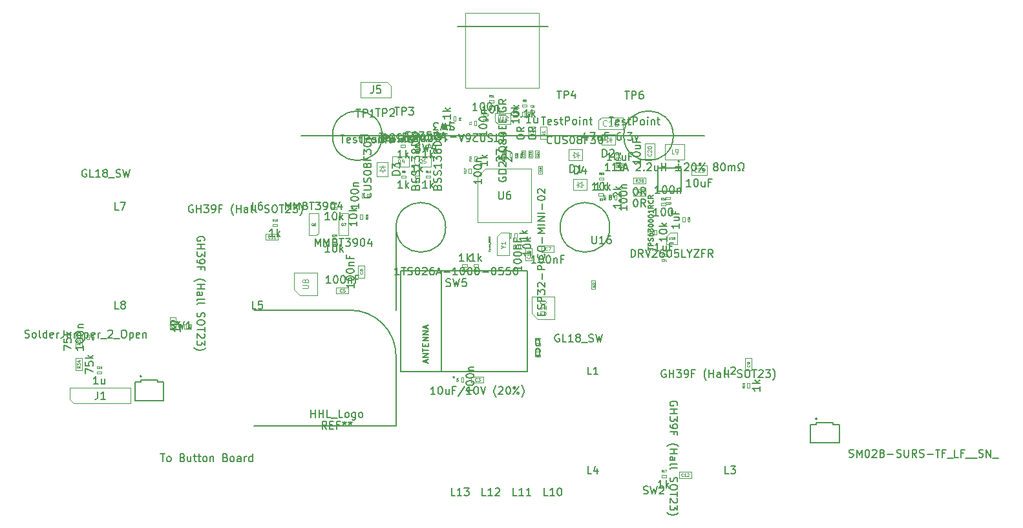
<source format=gbr>
G04 #@! TF.GenerationSoftware,KiCad,Pcbnew,8.0.3*
G04 #@! TF.CreationDate,2024-06-28T23:22:09-05:00*
G04 #@! TF.ProjectId,procon_gcc_main_pcb,70726f63-6f6e-45f6-9763-635f6d61696e,1*
G04 #@! TF.SameCoordinates,Original*
G04 #@! TF.FileFunction,AssemblyDrawing,Top*
%FSLAX46Y46*%
G04 Gerber Fmt 4.6, Leading zero omitted, Abs format (unit mm)*
G04 Created by KiCad (PCBNEW 8.0.3) date 2024-06-28 23:22:09*
%MOMM*%
%LPD*%
G01*
G04 APERTURE LIST*
%ADD10C,0.200000*%
%ADD11C,0.150000*%
%ADD12C,0.040000*%
%ADD13C,0.080000*%
%ADD14C,0.060000*%
%ADD15C,0.110000*%
%ADD16C,0.075000*%
%ADD17C,0.120000*%
%ADD18C,0.050000*%
%ADD19C,0.030000*%
%ADD20C,0.090000*%
%ADD21C,0.100000*%
%ADD22C,0.127000*%
G04 APERTURE END LIST*
D10*
X118562500Y-129100000D02*
G75*
G02*
X124562500Y-135100000I0J-6000000D01*
G01*
X164987500Y-106250000D02*
X112137500Y-106250000D01*
X122737500Y-106250000D02*
G75*
G02*
X116237500Y-106250000I-3250000J0D01*
G01*
X116237500Y-106250000D02*
G75*
G02*
X122737500Y-106250000I3250000J0D01*
G01*
X124562500Y-144250000D02*
X124562500Y-135100000D01*
X118562500Y-129100000D02*
X105912500Y-129100000D01*
X144487500Y-91948000D02*
X132637500Y-91948000D01*
X160887500Y-106250000D02*
G75*
G02*
X154387500Y-106250000I-3250000J0D01*
G01*
X154387500Y-106250000D02*
G75*
G02*
X160887500Y-106250000I3250000J0D01*
G01*
X131062500Y-118250000D02*
G75*
G02*
X124562500Y-118250000I-3250000J0D01*
G01*
X124562500Y-118250000D02*
G75*
G02*
X131062500Y-118250000I3250000J0D01*
G01*
X124562500Y-118250000D02*
X124562500Y-129100000D01*
X105912500Y-144250000D02*
X124562500Y-144250000D01*
X152562500Y-118250000D02*
G75*
G02*
X146062500Y-118250000I-3250000J0D01*
G01*
X146062500Y-118250000D02*
G75*
G02*
X152562500Y-118250000I3250000J0D01*
G01*
D11*
X85513333Y-138784819D02*
X84941905Y-138784819D01*
X85227619Y-138784819D02*
X85227619Y-137784819D01*
X85227619Y-137784819D02*
X85132381Y-137927676D01*
X85132381Y-137927676D02*
X85037143Y-138022914D01*
X85037143Y-138022914D02*
X84941905Y-138070533D01*
X86370476Y-138118152D02*
X86370476Y-138784819D01*
X85941905Y-138118152D02*
X85941905Y-138641961D01*
X85941905Y-138641961D02*
X85989524Y-138737200D01*
X85989524Y-138737200D02*
X86084762Y-138784819D01*
X86084762Y-138784819D02*
X86227619Y-138784819D01*
X86227619Y-138784819D02*
X86322857Y-138737200D01*
X86322857Y-138737200D02*
X86370476Y-138689580D01*
D12*
X85519285Y-136689765D02*
X85507381Y-136701670D01*
X85507381Y-136701670D02*
X85471666Y-136713574D01*
X85471666Y-136713574D02*
X85447857Y-136713574D01*
X85447857Y-136713574D02*
X85412143Y-136701670D01*
X85412143Y-136701670D02*
X85388333Y-136677860D01*
X85388333Y-136677860D02*
X85376428Y-136654050D01*
X85376428Y-136654050D02*
X85364524Y-136606431D01*
X85364524Y-136606431D02*
X85364524Y-136570717D01*
X85364524Y-136570717D02*
X85376428Y-136523098D01*
X85376428Y-136523098D02*
X85388333Y-136499289D01*
X85388333Y-136499289D02*
X85412143Y-136475479D01*
X85412143Y-136475479D02*
X85447857Y-136463574D01*
X85447857Y-136463574D02*
X85471666Y-136463574D01*
X85471666Y-136463574D02*
X85507381Y-136475479D01*
X85507381Y-136475479D02*
X85519285Y-136487384D01*
X85614524Y-136487384D02*
X85626428Y-136475479D01*
X85626428Y-136475479D02*
X85650238Y-136463574D01*
X85650238Y-136463574D02*
X85709762Y-136463574D01*
X85709762Y-136463574D02*
X85733571Y-136475479D01*
X85733571Y-136475479D02*
X85745476Y-136487384D01*
X85745476Y-136487384D02*
X85757381Y-136511193D01*
X85757381Y-136511193D02*
X85757381Y-136535003D01*
X85757381Y-136535003D02*
X85745476Y-136570717D01*
X85745476Y-136570717D02*
X85602619Y-136713574D01*
X85602619Y-136713574D02*
X85757381Y-136713574D01*
X85900238Y-136570717D02*
X85876428Y-136558812D01*
X85876428Y-136558812D02*
X85864523Y-136546908D01*
X85864523Y-136546908D02*
X85852619Y-136523098D01*
X85852619Y-136523098D02*
X85852619Y-136511193D01*
X85852619Y-136511193D02*
X85864523Y-136487384D01*
X85864523Y-136487384D02*
X85876428Y-136475479D01*
X85876428Y-136475479D02*
X85900238Y-136463574D01*
X85900238Y-136463574D02*
X85947857Y-136463574D01*
X85947857Y-136463574D02*
X85971666Y-136475479D01*
X85971666Y-136475479D02*
X85983571Y-136487384D01*
X85983571Y-136487384D02*
X85995476Y-136511193D01*
X85995476Y-136511193D02*
X85995476Y-136523098D01*
X85995476Y-136523098D02*
X85983571Y-136546908D01*
X85983571Y-136546908D02*
X85971666Y-136558812D01*
X85971666Y-136558812D02*
X85947857Y-136570717D01*
X85947857Y-136570717D02*
X85900238Y-136570717D01*
X85900238Y-136570717D02*
X85876428Y-136582622D01*
X85876428Y-136582622D02*
X85864523Y-136594527D01*
X85864523Y-136594527D02*
X85852619Y-136618336D01*
X85852619Y-136618336D02*
X85852619Y-136665955D01*
X85852619Y-136665955D02*
X85864523Y-136689765D01*
X85864523Y-136689765D02*
X85876428Y-136701670D01*
X85876428Y-136701670D02*
X85900238Y-136713574D01*
X85900238Y-136713574D02*
X85947857Y-136713574D01*
X85947857Y-136713574D02*
X85971666Y-136701670D01*
X85971666Y-136701670D02*
X85983571Y-136689765D01*
X85983571Y-136689765D02*
X85995476Y-136665955D01*
X85995476Y-136665955D02*
X85995476Y-136618336D01*
X85995476Y-136618336D02*
X85983571Y-136594527D01*
X85983571Y-136594527D02*
X85971666Y-136582622D01*
X85971666Y-136582622D02*
X85947857Y-136570717D01*
D11*
X163198571Y-112904819D02*
X162627143Y-112904819D01*
X162912857Y-112904819D02*
X162912857Y-111904819D01*
X162912857Y-111904819D02*
X162817619Y-112047676D01*
X162817619Y-112047676D02*
X162722381Y-112142914D01*
X162722381Y-112142914D02*
X162627143Y-112190533D01*
X163817619Y-111904819D02*
X163912857Y-111904819D01*
X163912857Y-111904819D02*
X164008095Y-111952438D01*
X164008095Y-111952438D02*
X164055714Y-112000057D01*
X164055714Y-112000057D02*
X164103333Y-112095295D01*
X164103333Y-112095295D02*
X164150952Y-112285771D01*
X164150952Y-112285771D02*
X164150952Y-112523866D01*
X164150952Y-112523866D02*
X164103333Y-112714342D01*
X164103333Y-112714342D02*
X164055714Y-112809580D01*
X164055714Y-112809580D02*
X164008095Y-112857200D01*
X164008095Y-112857200D02*
X163912857Y-112904819D01*
X163912857Y-112904819D02*
X163817619Y-112904819D01*
X163817619Y-112904819D02*
X163722381Y-112857200D01*
X163722381Y-112857200D02*
X163674762Y-112809580D01*
X163674762Y-112809580D02*
X163627143Y-112714342D01*
X163627143Y-112714342D02*
X163579524Y-112523866D01*
X163579524Y-112523866D02*
X163579524Y-112285771D01*
X163579524Y-112285771D02*
X163627143Y-112095295D01*
X163627143Y-112095295D02*
X163674762Y-112000057D01*
X163674762Y-112000057D02*
X163722381Y-111952438D01*
X163722381Y-111952438D02*
X163817619Y-111904819D01*
X165008095Y-112238152D02*
X165008095Y-112904819D01*
X164579524Y-112238152D02*
X164579524Y-112761961D01*
X164579524Y-112761961D02*
X164627143Y-112857200D01*
X164627143Y-112857200D02*
X164722381Y-112904819D01*
X164722381Y-112904819D02*
X164865238Y-112904819D01*
X164865238Y-112904819D02*
X164960476Y-112857200D01*
X164960476Y-112857200D02*
X165008095Y-112809580D01*
X165817619Y-112381009D02*
X165484286Y-112381009D01*
X165484286Y-112904819D02*
X165484286Y-111904819D01*
X165484286Y-111904819D02*
X165960476Y-111904819D01*
D13*
X163948571Y-110949530D02*
X163924762Y-110973340D01*
X163924762Y-110973340D02*
X163853333Y-110997149D01*
X163853333Y-110997149D02*
X163805714Y-110997149D01*
X163805714Y-110997149D02*
X163734286Y-110973340D01*
X163734286Y-110973340D02*
X163686667Y-110925720D01*
X163686667Y-110925720D02*
X163662857Y-110878101D01*
X163662857Y-110878101D02*
X163639048Y-110782863D01*
X163639048Y-110782863D02*
X163639048Y-110711435D01*
X163639048Y-110711435D02*
X163662857Y-110616197D01*
X163662857Y-110616197D02*
X163686667Y-110568578D01*
X163686667Y-110568578D02*
X163734286Y-110520959D01*
X163734286Y-110520959D02*
X163805714Y-110497149D01*
X163805714Y-110497149D02*
X163853333Y-110497149D01*
X163853333Y-110497149D02*
X163924762Y-110520959D01*
X163924762Y-110520959D02*
X163948571Y-110544768D01*
X164139048Y-110544768D02*
X164162857Y-110520959D01*
X164162857Y-110520959D02*
X164210476Y-110497149D01*
X164210476Y-110497149D02*
X164329524Y-110497149D01*
X164329524Y-110497149D02*
X164377143Y-110520959D01*
X164377143Y-110520959D02*
X164400952Y-110544768D01*
X164400952Y-110544768D02*
X164424762Y-110592387D01*
X164424762Y-110592387D02*
X164424762Y-110640006D01*
X164424762Y-110640006D02*
X164400952Y-110711435D01*
X164400952Y-110711435D02*
X164115238Y-110997149D01*
X164115238Y-110997149D02*
X164424762Y-110997149D01*
X164877142Y-110497149D02*
X164639047Y-110497149D01*
X164639047Y-110497149D02*
X164615238Y-110735244D01*
X164615238Y-110735244D02*
X164639047Y-110711435D01*
X164639047Y-110711435D02*
X164686666Y-110687625D01*
X164686666Y-110687625D02*
X164805714Y-110687625D01*
X164805714Y-110687625D02*
X164853333Y-110711435D01*
X164853333Y-110711435D02*
X164877142Y-110735244D01*
X164877142Y-110735244D02*
X164900952Y-110782863D01*
X164900952Y-110782863D02*
X164900952Y-110901911D01*
X164900952Y-110901911D02*
X164877142Y-110949530D01*
X164877142Y-110949530D02*
X164853333Y-110973340D01*
X164853333Y-110973340D02*
X164805714Y-110997149D01*
X164805714Y-110997149D02*
X164686666Y-110997149D01*
X164686666Y-110997149D02*
X164639047Y-110973340D01*
X164639047Y-110973340D02*
X164615238Y-110949530D01*
D11*
X125840662Y-105765819D02*
X126412090Y-105765819D01*
X126126376Y-106765819D02*
X126126376Y-105765819D01*
X126697805Y-106718200D02*
X126840662Y-106765819D01*
X126840662Y-106765819D02*
X127078757Y-106765819D01*
X127078757Y-106765819D02*
X127173995Y-106718200D01*
X127173995Y-106718200D02*
X127221614Y-106670580D01*
X127221614Y-106670580D02*
X127269233Y-106575342D01*
X127269233Y-106575342D02*
X127269233Y-106480104D01*
X127269233Y-106480104D02*
X127221614Y-106384866D01*
X127221614Y-106384866D02*
X127173995Y-106337247D01*
X127173995Y-106337247D02*
X127078757Y-106289628D01*
X127078757Y-106289628D02*
X126888281Y-106242009D01*
X126888281Y-106242009D02*
X126793043Y-106194390D01*
X126793043Y-106194390D02*
X126745424Y-106146771D01*
X126745424Y-106146771D02*
X126697805Y-106051533D01*
X126697805Y-106051533D02*
X126697805Y-105956295D01*
X126697805Y-105956295D02*
X126745424Y-105861057D01*
X126745424Y-105861057D02*
X126793043Y-105813438D01*
X126793043Y-105813438D02*
X126888281Y-105765819D01*
X126888281Y-105765819D02*
X127126376Y-105765819D01*
X127126376Y-105765819D02*
X127269233Y-105813438D01*
X127602567Y-105765819D02*
X128221614Y-105765819D01*
X128221614Y-105765819D02*
X127888281Y-106146771D01*
X127888281Y-106146771D02*
X128031138Y-106146771D01*
X128031138Y-106146771D02*
X128126376Y-106194390D01*
X128126376Y-106194390D02*
X128173995Y-106242009D01*
X128173995Y-106242009D02*
X128221614Y-106337247D01*
X128221614Y-106337247D02*
X128221614Y-106575342D01*
X128221614Y-106575342D02*
X128173995Y-106670580D01*
X128173995Y-106670580D02*
X128126376Y-106718200D01*
X128126376Y-106718200D02*
X128031138Y-106765819D01*
X128031138Y-106765819D02*
X127745424Y-106765819D01*
X127745424Y-106765819D02*
X127650186Y-106718200D01*
X127650186Y-106718200D02*
X127602567Y-106670580D01*
X129126376Y-105765819D02*
X128650186Y-105765819D01*
X128650186Y-105765819D02*
X128602567Y-106242009D01*
X128602567Y-106242009D02*
X128650186Y-106194390D01*
X128650186Y-106194390D02*
X128745424Y-106146771D01*
X128745424Y-106146771D02*
X128983519Y-106146771D01*
X128983519Y-106146771D02*
X129078757Y-106194390D01*
X129078757Y-106194390D02*
X129126376Y-106242009D01*
X129126376Y-106242009D02*
X129173995Y-106337247D01*
X129173995Y-106337247D02*
X129173995Y-106575342D01*
X129173995Y-106575342D02*
X129126376Y-106670580D01*
X129126376Y-106670580D02*
X129078757Y-106718200D01*
X129078757Y-106718200D02*
X128983519Y-106765819D01*
X128983519Y-106765819D02*
X128745424Y-106765819D01*
X128745424Y-106765819D02*
X128650186Y-106718200D01*
X128650186Y-106718200D02*
X128602567Y-106670580D01*
X130173995Y-106670580D02*
X130126376Y-106718200D01*
X130126376Y-106718200D02*
X129983519Y-106765819D01*
X129983519Y-106765819D02*
X129888281Y-106765819D01*
X129888281Y-106765819D02*
X129745424Y-106718200D01*
X129745424Y-106718200D02*
X129650186Y-106622961D01*
X129650186Y-106622961D02*
X129602567Y-106527723D01*
X129602567Y-106527723D02*
X129554948Y-106337247D01*
X129554948Y-106337247D02*
X129554948Y-106194390D01*
X129554948Y-106194390D02*
X129602567Y-106003914D01*
X129602567Y-106003914D02*
X129650186Y-105908676D01*
X129650186Y-105908676D02*
X129745424Y-105813438D01*
X129745424Y-105813438D02*
X129888281Y-105765819D01*
X129888281Y-105765819D02*
X129983519Y-105765819D01*
X129983519Y-105765819D02*
X130126376Y-105813438D01*
X130126376Y-105813438D02*
X130173995Y-105861057D01*
X130554948Y-106480104D02*
X131031138Y-106480104D01*
X130459710Y-106765819D02*
X130793043Y-105765819D01*
X130793043Y-105765819D02*
X131126376Y-106765819D01*
X127150186Y-108218200D02*
X127293043Y-108265819D01*
X127293043Y-108265819D02*
X127531138Y-108265819D01*
X127531138Y-108265819D02*
X127626376Y-108218200D01*
X127626376Y-108218200D02*
X127673995Y-108170580D01*
X127673995Y-108170580D02*
X127721614Y-108075342D01*
X127721614Y-108075342D02*
X127721614Y-107980104D01*
X127721614Y-107980104D02*
X127673995Y-107884866D01*
X127673995Y-107884866D02*
X127626376Y-107837247D01*
X127626376Y-107837247D02*
X127531138Y-107789628D01*
X127531138Y-107789628D02*
X127340662Y-107742009D01*
X127340662Y-107742009D02*
X127245424Y-107694390D01*
X127245424Y-107694390D02*
X127197805Y-107646771D01*
X127197805Y-107646771D02*
X127150186Y-107551533D01*
X127150186Y-107551533D02*
X127150186Y-107456295D01*
X127150186Y-107456295D02*
X127197805Y-107361057D01*
X127197805Y-107361057D02*
X127245424Y-107313438D01*
X127245424Y-107313438D02*
X127340662Y-107265819D01*
X127340662Y-107265819D02*
X127578757Y-107265819D01*
X127578757Y-107265819D02*
X127721614Y-107313438D01*
X128054948Y-107265819D02*
X128293043Y-108265819D01*
X128293043Y-108265819D02*
X128483519Y-107551533D01*
X128483519Y-107551533D02*
X128673995Y-108265819D01*
X128673995Y-108265819D02*
X128912091Y-107265819D01*
X129721614Y-107599152D02*
X129721614Y-108265819D01*
X129483519Y-107218200D02*
X129245424Y-107932485D01*
X129245424Y-107932485D02*
X129864471Y-107932485D01*
X97939347Y-115362935D02*
X97844109Y-115315316D01*
X97844109Y-115315316D02*
X97701252Y-115315316D01*
X97701252Y-115315316D02*
X97558395Y-115362935D01*
X97558395Y-115362935D02*
X97463157Y-115458173D01*
X97463157Y-115458173D02*
X97415538Y-115553411D01*
X97415538Y-115553411D02*
X97367919Y-115743887D01*
X97367919Y-115743887D02*
X97367919Y-115886744D01*
X97367919Y-115886744D02*
X97415538Y-116077220D01*
X97415538Y-116077220D02*
X97463157Y-116172458D01*
X97463157Y-116172458D02*
X97558395Y-116267697D01*
X97558395Y-116267697D02*
X97701252Y-116315316D01*
X97701252Y-116315316D02*
X97796490Y-116315316D01*
X97796490Y-116315316D02*
X97939347Y-116267697D01*
X97939347Y-116267697D02*
X97986966Y-116220077D01*
X97986966Y-116220077D02*
X97986966Y-115886744D01*
X97986966Y-115886744D02*
X97796490Y-115886744D01*
X98415538Y-116315316D02*
X98415538Y-115315316D01*
X98415538Y-115791506D02*
X98986966Y-115791506D01*
X98986966Y-116315316D02*
X98986966Y-115315316D01*
X99367919Y-115315316D02*
X99986966Y-115315316D01*
X99986966Y-115315316D02*
X99653633Y-115696268D01*
X99653633Y-115696268D02*
X99796490Y-115696268D01*
X99796490Y-115696268D02*
X99891728Y-115743887D01*
X99891728Y-115743887D02*
X99939347Y-115791506D01*
X99939347Y-115791506D02*
X99986966Y-115886744D01*
X99986966Y-115886744D02*
X99986966Y-116124839D01*
X99986966Y-116124839D02*
X99939347Y-116220077D01*
X99939347Y-116220077D02*
X99891728Y-116267697D01*
X99891728Y-116267697D02*
X99796490Y-116315316D01*
X99796490Y-116315316D02*
X99510776Y-116315316D01*
X99510776Y-116315316D02*
X99415538Y-116267697D01*
X99415538Y-116267697D02*
X99367919Y-116220077D01*
X100463157Y-116315316D02*
X100653633Y-116315316D01*
X100653633Y-116315316D02*
X100748871Y-116267697D01*
X100748871Y-116267697D02*
X100796490Y-116220077D01*
X100796490Y-116220077D02*
X100891728Y-116077220D01*
X100891728Y-116077220D02*
X100939347Y-115886744D01*
X100939347Y-115886744D02*
X100939347Y-115505792D01*
X100939347Y-115505792D02*
X100891728Y-115410554D01*
X100891728Y-115410554D02*
X100844109Y-115362935D01*
X100844109Y-115362935D02*
X100748871Y-115315316D01*
X100748871Y-115315316D02*
X100558395Y-115315316D01*
X100558395Y-115315316D02*
X100463157Y-115362935D01*
X100463157Y-115362935D02*
X100415538Y-115410554D01*
X100415538Y-115410554D02*
X100367919Y-115505792D01*
X100367919Y-115505792D02*
X100367919Y-115743887D01*
X100367919Y-115743887D02*
X100415538Y-115839125D01*
X100415538Y-115839125D02*
X100463157Y-115886744D01*
X100463157Y-115886744D02*
X100558395Y-115934363D01*
X100558395Y-115934363D02*
X100748871Y-115934363D01*
X100748871Y-115934363D02*
X100844109Y-115886744D01*
X100844109Y-115886744D02*
X100891728Y-115839125D01*
X100891728Y-115839125D02*
X100939347Y-115743887D01*
X101701252Y-115791506D02*
X101367919Y-115791506D01*
X101367919Y-116315316D02*
X101367919Y-115315316D01*
X101367919Y-115315316D02*
X101844109Y-115315316D01*
X103272681Y-116696268D02*
X103225062Y-116648649D01*
X103225062Y-116648649D02*
X103129824Y-116505792D01*
X103129824Y-116505792D02*
X103082205Y-116410554D01*
X103082205Y-116410554D02*
X103034586Y-116267697D01*
X103034586Y-116267697D02*
X102986967Y-116029601D01*
X102986967Y-116029601D02*
X102986967Y-115839125D01*
X102986967Y-115839125D02*
X103034586Y-115601030D01*
X103034586Y-115601030D02*
X103082205Y-115458173D01*
X103082205Y-115458173D02*
X103129824Y-115362935D01*
X103129824Y-115362935D02*
X103225062Y-115220077D01*
X103225062Y-115220077D02*
X103272681Y-115172458D01*
X103653634Y-116315316D02*
X103653634Y-115315316D01*
X103653634Y-115791506D02*
X104225062Y-115791506D01*
X104225062Y-116315316D02*
X104225062Y-115315316D01*
X105129824Y-116315316D02*
X105129824Y-115791506D01*
X105129824Y-115791506D02*
X105082205Y-115696268D01*
X105082205Y-115696268D02*
X104986967Y-115648649D01*
X104986967Y-115648649D02*
X104796491Y-115648649D01*
X104796491Y-115648649D02*
X104701253Y-115696268D01*
X105129824Y-116267697D02*
X105034586Y-116315316D01*
X105034586Y-116315316D02*
X104796491Y-116315316D01*
X104796491Y-116315316D02*
X104701253Y-116267697D01*
X104701253Y-116267697D02*
X104653634Y-116172458D01*
X104653634Y-116172458D02*
X104653634Y-116077220D01*
X104653634Y-116077220D02*
X104701253Y-115981982D01*
X104701253Y-115981982D02*
X104796491Y-115934363D01*
X104796491Y-115934363D02*
X105034586Y-115934363D01*
X105034586Y-115934363D02*
X105129824Y-115886744D01*
X105748872Y-116315316D02*
X105653634Y-116267697D01*
X105653634Y-116267697D02*
X105606015Y-116172458D01*
X105606015Y-116172458D02*
X105606015Y-115315316D01*
X106272682Y-116315316D02*
X106177444Y-116267697D01*
X106177444Y-116267697D02*
X106129825Y-116172458D01*
X106129825Y-116172458D02*
X106129825Y-115315316D01*
X107367921Y-116267697D02*
X107510778Y-116315316D01*
X107510778Y-116315316D02*
X107748873Y-116315316D01*
X107748873Y-116315316D02*
X107844111Y-116267697D01*
X107844111Y-116267697D02*
X107891730Y-116220077D01*
X107891730Y-116220077D02*
X107939349Y-116124839D01*
X107939349Y-116124839D02*
X107939349Y-116029601D01*
X107939349Y-116029601D02*
X107891730Y-115934363D01*
X107891730Y-115934363D02*
X107844111Y-115886744D01*
X107844111Y-115886744D02*
X107748873Y-115839125D01*
X107748873Y-115839125D02*
X107558397Y-115791506D01*
X107558397Y-115791506D02*
X107463159Y-115743887D01*
X107463159Y-115743887D02*
X107415540Y-115696268D01*
X107415540Y-115696268D02*
X107367921Y-115601030D01*
X107367921Y-115601030D02*
X107367921Y-115505792D01*
X107367921Y-115505792D02*
X107415540Y-115410554D01*
X107415540Y-115410554D02*
X107463159Y-115362935D01*
X107463159Y-115362935D02*
X107558397Y-115315316D01*
X107558397Y-115315316D02*
X107796492Y-115315316D01*
X107796492Y-115315316D02*
X107939349Y-115362935D01*
X108558397Y-115315316D02*
X108748873Y-115315316D01*
X108748873Y-115315316D02*
X108844111Y-115362935D01*
X108844111Y-115362935D02*
X108939349Y-115458173D01*
X108939349Y-115458173D02*
X108986968Y-115648649D01*
X108986968Y-115648649D02*
X108986968Y-115981982D01*
X108986968Y-115981982D02*
X108939349Y-116172458D01*
X108939349Y-116172458D02*
X108844111Y-116267697D01*
X108844111Y-116267697D02*
X108748873Y-116315316D01*
X108748873Y-116315316D02*
X108558397Y-116315316D01*
X108558397Y-116315316D02*
X108463159Y-116267697D01*
X108463159Y-116267697D02*
X108367921Y-116172458D01*
X108367921Y-116172458D02*
X108320302Y-115981982D01*
X108320302Y-115981982D02*
X108320302Y-115648649D01*
X108320302Y-115648649D02*
X108367921Y-115458173D01*
X108367921Y-115458173D02*
X108463159Y-115362935D01*
X108463159Y-115362935D02*
X108558397Y-115315316D01*
X109272683Y-115315316D02*
X109844111Y-115315316D01*
X109558397Y-116315316D02*
X109558397Y-115315316D01*
X110129826Y-115410554D02*
X110177445Y-115362935D01*
X110177445Y-115362935D02*
X110272683Y-115315316D01*
X110272683Y-115315316D02*
X110510778Y-115315316D01*
X110510778Y-115315316D02*
X110606016Y-115362935D01*
X110606016Y-115362935D02*
X110653635Y-115410554D01*
X110653635Y-115410554D02*
X110701254Y-115505792D01*
X110701254Y-115505792D02*
X110701254Y-115601030D01*
X110701254Y-115601030D02*
X110653635Y-115743887D01*
X110653635Y-115743887D02*
X110082207Y-116315316D01*
X110082207Y-116315316D02*
X110701254Y-116315316D01*
X111034588Y-115315316D02*
X111653635Y-115315316D01*
X111653635Y-115315316D02*
X111320302Y-115696268D01*
X111320302Y-115696268D02*
X111463159Y-115696268D01*
X111463159Y-115696268D02*
X111558397Y-115743887D01*
X111558397Y-115743887D02*
X111606016Y-115791506D01*
X111606016Y-115791506D02*
X111653635Y-115886744D01*
X111653635Y-115886744D02*
X111653635Y-116124839D01*
X111653635Y-116124839D02*
X111606016Y-116220077D01*
X111606016Y-116220077D02*
X111558397Y-116267697D01*
X111558397Y-116267697D02*
X111463159Y-116315316D01*
X111463159Y-116315316D02*
X111177445Y-116315316D01*
X111177445Y-116315316D02*
X111082207Y-116267697D01*
X111082207Y-116267697D02*
X111034588Y-116220077D01*
X111986969Y-116696268D02*
X112034588Y-116648649D01*
X112034588Y-116648649D02*
X112129826Y-116505792D01*
X112129826Y-116505792D02*
X112177445Y-116410554D01*
X112177445Y-116410554D02*
X112225064Y-116267697D01*
X112225064Y-116267697D02*
X112272683Y-116029601D01*
X112272683Y-116029601D02*
X112272683Y-115839125D01*
X112272683Y-115839125D02*
X112225064Y-115601030D01*
X112225064Y-115601030D02*
X112177445Y-115458173D01*
X112177445Y-115458173D02*
X112129826Y-115362935D01*
X112129826Y-115362935D02*
X112034588Y-115220077D01*
X112034588Y-115220077D02*
X111986969Y-115172458D01*
X137812957Y-109577598D02*
X137765338Y-109529979D01*
X137765338Y-109529979D02*
X137717719Y-109434741D01*
X137717719Y-109434741D02*
X137717719Y-109196646D01*
X137717719Y-109196646D02*
X137765338Y-109101408D01*
X137765338Y-109101408D02*
X137812957Y-109053789D01*
X137812957Y-109053789D02*
X137908195Y-109006170D01*
X137908195Y-109006170D02*
X138003433Y-109006170D01*
X138003433Y-109006170D02*
X138146290Y-109053789D01*
X138146290Y-109053789D02*
X138717719Y-109625217D01*
X138717719Y-109625217D02*
X138717719Y-109006170D01*
X137717719Y-108672836D02*
X137717719Y-108006170D01*
X137717719Y-108006170D02*
X138717719Y-108434741D01*
D12*
X140404674Y-109023808D02*
X140285627Y-109107141D01*
X140404674Y-109166665D02*
X140154674Y-109166665D01*
X140154674Y-109166665D02*
X140154674Y-109071427D01*
X140154674Y-109071427D02*
X140166579Y-109047617D01*
X140166579Y-109047617D02*
X140178484Y-109035712D01*
X140178484Y-109035712D02*
X140202293Y-109023808D01*
X140202293Y-109023808D02*
X140238008Y-109023808D01*
X140238008Y-109023808D02*
X140261817Y-109035712D01*
X140261817Y-109035712D02*
X140273722Y-109047617D01*
X140273722Y-109047617D02*
X140285627Y-109071427D01*
X140285627Y-109071427D02*
X140285627Y-109166665D01*
X140178484Y-108928569D02*
X140166579Y-108916665D01*
X140166579Y-108916665D02*
X140154674Y-108892855D01*
X140154674Y-108892855D02*
X140154674Y-108833331D01*
X140154674Y-108833331D02*
X140166579Y-108809522D01*
X140166579Y-108809522D02*
X140178484Y-108797617D01*
X140178484Y-108797617D02*
X140202293Y-108785712D01*
X140202293Y-108785712D02*
X140226103Y-108785712D01*
X140226103Y-108785712D02*
X140261817Y-108797617D01*
X140261817Y-108797617D02*
X140404674Y-108940474D01*
X140404674Y-108940474D02*
X140404674Y-108785712D01*
X140404674Y-108666665D02*
X140404674Y-108619046D01*
X140404674Y-108619046D02*
X140392770Y-108595236D01*
X140392770Y-108595236D02*
X140380865Y-108583332D01*
X140380865Y-108583332D02*
X140345150Y-108559522D01*
X140345150Y-108559522D02*
X140297531Y-108547617D01*
X140297531Y-108547617D02*
X140202293Y-108547617D01*
X140202293Y-108547617D02*
X140178484Y-108559522D01*
X140178484Y-108559522D02*
X140166579Y-108571427D01*
X140166579Y-108571427D02*
X140154674Y-108595236D01*
X140154674Y-108595236D02*
X140154674Y-108642855D01*
X140154674Y-108642855D02*
X140166579Y-108666665D01*
X140166579Y-108666665D02*
X140178484Y-108678570D01*
X140178484Y-108678570D02*
X140202293Y-108690474D01*
X140202293Y-108690474D02*
X140261817Y-108690474D01*
X140261817Y-108690474D02*
X140285627Y-108678570D01*
X140285627Y-108678570D02*
X140297531Y-108666665D01*
X140297531Y-108666665D02*
X140309436Y-108642855D01*
X140309436Y-108642855D02*
X140309436Y-108595236D01*
X140309436Y-108595236D02*
X140297531Y-108571427D01*
X140297531Y-108571427D02*
X140285627Y-108559522D01*
X140285627Y-108559522D02*
X140261817Y-108547617D01*
D11*
X168169533Y-137532819D02*
X167693343Y-137532819D01*
X167693343Y-137532819D02*
X167693343Y-136532819D01*
X168455248Y-136628057D02*
X168502867Y-136580438D01*
X168502867Y-136580438D02*
X168598105Y-136532819D01*
X168598105Y-136532819D02*
X168836200Y-136532819D01*
X168836200Y-136532819D02*
X168931438Y-136580438D01*
X168931438Y-136580438D02*
X168979057Y-136628057D01*
X168979057Y-136628057D02*
X169026676Y-136723295D01*
X169026676Y-136723295D02*
X169026676Y-136818533D01*
X169026676Y-136818533D02*
X168979057Y-136961390D01*
X168979057Y-136961390D02*
X168407629Y-137532819D01*
X168407629Y-137532819D02*
X169026676Y-137532819D01*
X119043508Y-125581374D02*
X119043508Y-126152802D01*
X119043508Y-125867088D02*
X118043508Y-125867088D01*
X118043508Y-125867088D02*
X118186365Y-125962326D01*
X118186365Y-125962326D02*
X118281603Y-126057564D01*
X118281603Y-126057564D02*
X118329222Y-126152802D01*
X118043508Y-124962326D02*
X118043508Y-124867088D01*
X118043508Y-124867088D02*
X118091127Y-124771850D01*
X118091127Y-124771850D02*
X118138746Y-124724231D01*
X118138746Y-124724231D02*
X118233984Y-124676612D01*
X118233984Y-124676612D02*
X118424460Y-124628993D01*
X118424460Y-124628993D02*
X118662555Y-124628993D01*
X118662555Y-124628993D02*
X118853031Y-124676612D01*
X118853031Y-124676612D02*
X118948269Y-124724231D01*
X118948269Y-124724231D02*
X118995889Y-124771850D01*
X118995889Y-124771850D02*
X119043508Y-124867088D01*
X119043508Y-124867088D02*
X119043508Y-124962326D01*
X119043508Y-124962326D02*
X118995889Y-125057564D01*
X118995889Y-125057564D02*
X118948269Y-125105183D01*
X118948269Y-125105183D02*
X118853031Y-125152802D01*
X118853031Y-125152802D02*
X118662555Y-125200421D01*
X118662555Y-125200421D02*
X118424460Y-125200421D01*
X118424460Y-125200421D02*
X118233984Y-125152802D01*
X118233984Y-125152802D02*
X118138746Y-125105183D01*
X118138746Y-125105183D02*
X118091127Y-125057564D01*
X118091127Y-125057564D02*
X118043508Y-124962326D01*
X118043508Y-124009945D02*
X118043508Y-123914707D01*
X118043508Y-123914707D02*
X118091127Y-123819469D01*
X118091127Y-123819469D02*
X118138746Y-123771850D01*
X118138746Y-123771850D02*
X118233984Y-123724231D01*
X118233984Y-123724231D02*
X118424460Y-123676612D01*
X118424460Y-123676612D02*
X118662555Y-123676612D01*
X118662555Y-123676612D02*
X118853031Y-123724231D01*
X118853031Y-123724231D02*
X118948269Y-123771850D01*
X118948269Y-123771850D02*
X118995889Y-123819469D01*
X118995889Y-123819469D02*
X119043508Y-123914707D01*
X119043508Y-123914707D02*
X119043508Y-124009945D01*
X119043508Y-124009945D02*
X118995889Y-124105183D01*
X118995889Y-124105183D02*
X118948269Y-124152802D01*
X118948269Y-124152802D02*
X118853031Y-124200421D01*
X118853031Y-124200421D02*
X118662555Y-124248040D01*
X118662555Y-124248040D02*
X118424460Y-124248040D01*
X118424460Y-124248040D02*
X118233984Y-124200421D01*
X118233984Y-124200421D02*
X118138746Y-124152802D01*
X118138746Y-124152802D02*
X118091127Y-124105183D01*
X118091127Y-124105183D02*
X118043508Y-124009945D01*
X118376841Y-123248040D02*
X119043508Y-123248040D01*
X118472079Y-123248040D02*
X118424460Y-123200421D01*
X118424460Y-123200421D02*
X118376841Y-123105183D01*
X118376841Y-123105183D02*
X118376841Y-122962326D01*
X118376841Y-122962326D02*
X118424460Y-122867088D01*
X118424460Y-122867088D02*
X118519698Y-122819469D01*
X118519698Y-122819469D02*
X119043508Y-122819469D01*
X118519698Y-122009945D02*
X118519698Y-122343278D01*
X119043508Y-122343278D02*
X118043508Y-122343278D01*
X118043508Y-122343278D02*
X118043508Y-121867088D01*
D14*
X120162521Y-124100421D02*
X120181569Y-124119469D01*
X120181569Y-124119469D02*
X120200616Y-124176611D01*
X120200616Y-124176611D02*
X120200616Y-124214707D01*
X120200616Y-124214707D02*
X120181569Y-124271850D01*
X120181569Y-124271850D02*
X120143473Y-124309945D01*
X120143473Y-124309945D02*
X120105378Y-124328992D01*
X120105378Y-124328992D02*
X120029188Y-124348040D01*
X120029188Y-124348040D02*
X119972045Y-124348040D01*
X119972045Y-124348040D02*
X119895854Y-124328992D01*
X119895854Y-124328992D02*
X119857759Y-124309945D01*
X119857759Y-124309945D02*
X119819664Y-124271850D01*
X119819664Y-124271850D02*
X119800616Y-124214707D01*
X119800616Y-124214707D02*
X119800616Y-124176611D01*
X119800616Y-124176611D02*
X119819664Y-124119469D01*
X119819664Y-124119469D02*
X119838711Y-124100421D01*
X119800616Y-123757564D02*
X119800616Y-123833754D01*
X119800616Y-123833754D02*
X119819664Y-123871850D01*
X119819664Y-123871850D02*
X119838711Y-123890897D01*
X119838711Y-123890897D02*
X119895854Y-123928992D01*
X119895854Y-123928992D02*
X119972045Y-123948040D01*
X119972045Y-123948040D02*
X120124426Y-123948040D01*
X120124426Y-123948040D02*
X120162521Y-123928992D01*
X120162521Y-123928992D02*
X120181569Y-123909945D01*
X120181569Y-123909945D02*
X120200616Y-123871850D01*
X120200616Y-123871850D02*
X120200616Y-123795659D01*
X120200616Y-123795659D02*
X120181569Y-123757564D01*
X120181569Y-123757564D02*
X120162521Y-123738516D01*
X120162521Y-123738516D02*
X120124426Y-123719469D01*
X120124426Y-123719469D02*
X120029188Y-123719469D01*
X120029188Y-123719469D02*
X119991092Y-123738516D01*
X119991092Y-123738516D02*
X119972045Y-123757564D01*
X119972045Y-123757564D02*
X119952997Y-123795659D01*
X119952997Y-123795659D02*
X119952997Y-123871850D01*
X119952997Y-123871850D02*
X119972045Y-123909945D01*
X119972045Y-123909945D02*
X119991092Y-123928992D01*
X119991092Y-123928992D02*
X120029188Y-123948040D01*
D11*
X155892381Y-114554819D02*
X155987619Y-114554819D01*
X155987619Y-114554819D02*
X156082857Y-114602438D01*
X156082857Y-114602438D02*
X156130476Y-114650057D01*
X156130476Y-114650057D02*
X156178095Y-114745295D01*
X156178095Y-114745295D02*
X156225714Y-114935771D01*
X156225714Y-114935771D02*
X156225714Y-115173866D01*
X156225714Y-115173866D02*
X156178095Y-115364342D01*
X156178095Y-115364342D02*
X156130476Y-115459580D01*
X156130476Y-115459580D02*
X156082857Y-115507200D01*
X156082857Y-115507200D02*
X155987619Y-115554819D01*
X155987619Y-115554819D02*
X155892381Y-115554819D01*
X155892381Y-115554819D02*
X155797143Y-115507200D01*
X155797143Y-115507200D02*
X155749524Y-115459580D01*
X155749524Y-115459580D02*
X155701905Y-115364342D01*
X155701905Y-115364342D02*
X155654286Y-115173866D01*
X155654286Y-115173866D02*
X155654286Y-114935771D01*
X155654286Y-114935771D02*
X155701905Y-114745295D01*
X155701905Y-114745295D02*
X155749524Y-114650057D01*
X155749524Y-114650057D02*
X155797143Y-114602438D01*
X155797143Y-114602438D02*
X155892381Y-114554819D01*
X157225714Y-115554819D02*
X156892381Y-115078628D01*
X156654286Y-115554819D02*
X156654286Y-114554819D01*
X156654286Y-114554819D02*
X157035238Y-114554819D01*
X157035238Y-114554819D02*
X157130476Y-114602438D01*
X157130476Y-114602438D02*
X157178095Y-114650057D01*
X157178095Y-114650057D02*
X157225714Y-114745295D01*
X157225714Y-114745295D02*
X157225714Y-114888152D01*
X157225714Y-114888152D02*
X157178095Y-114983390D01*
X157178095Y-114983390D02*
X157130476Y-115031009D01*
X157130476Y-115031009D02*
X157035238Y-115078628D01*
X157035238Y-115078628D02*
X156654286Y-115078628D01*
D14*
X156373333Y-113851927D02*
X156240000Y-113661451D01*
X156144762Y-113851927D02*
X156144762Y-113451927D01*
X156144762Y-113451927D02*
X156297143Y-113451927D01*
X156297143Y-113451927D02*
X156335238Y-113470975D01*
X156335238Y-113470975D02*
X156354285Y-113490022D01*
X156354285Y-113490022D02*
X156373333Y-113528118D01*
X156373333Y-113528118D02*
X156373333Y-113585260D01*
X156373333Y-113585260D02*
X156354285Y-113623356D01*
X156354285Y-113623356D02*
X156335238Y-113642403D01*
X156335238Y-113642403D02*
X156297143Y-113661451D01*
X156297143Y-113661451D02*
X156144762Y-113661451D01*
X156716190Y-113585260D02*
X156716190Y-113851927D01*
X156620952Y-113432880D02*
X156525714Y-113718594D01*
X156525714Y-113718594D02*
X156773333Y-113718594D01*
D11*
X152804971Y-109457819D02*
X152233543Y-109457819D01*
X152519257Y-109457819D02*
X152519257Y-108457819D01*
X152519257Y-108457819D02*
X152424019Y-108600676D01*
X152424019Y-108600676D02*
X152328781Y-108695914D01*
X152328781Y-108695914D02*
X152233543Y-108743533D01*
X153424019Y-108457819D02*
X153519257Y-108457819D01*
X153519257Y-108457819D02*
X153614495Y-108505438D01*
X153614495Y-108505438D02*
X153662114Y-108553057D01*
X153662114Y-108553057D02*
X153709733Y-108648295D01*
X153709733Y-108648295D02*
X153757352Y-108838771D01*
X153757352Y-108838771D02*
X153757352Y-109076866D01*
X153757352Y-109076866D02*
X153709733Y-109267342D01*
X153709733Y-109267342D02*
X153662114Y-109362580D01*
X153662114Y-109362580D02*
X153614495Y-109410200D01*
X153614495Y-109410200D02*
X153519257Y-109457819D01*
X153519257Y-109457819D02*
X153424019Y-109457819D01*
X153424019Y-109457819D02*
X153328781Y-109410200D01*
X153328781Y-109410200D02*
X153281162Y-109362580D01*
X153281162Y-109362580D02*
X153233543Y-109267342D01*
X153233543Y-109267342D02*
X153185924Y-109076866D01*
X153185924Y-109076866D02*
X153185924Y-108838771D01*
X153185924Y-108838771D02*
X153233543Y-108648295D01*
X153233543Y-108648295D02*
X153281162Y-108553057D01*
X153281162Y-108553057D02*
X153328781Y-108505438D01*
X153328781Y-108505438D02*
X153424019Y-108457819D01*
X154614495Y-108791152D02*
X154614495Y-109457819D01*
X154185924Y-108791152D02*
X154185924Y-109314961D01*
X154185924Y-109314961D02*
X154233543Y-109410200D01*
X154233543Y-109410200D02*
X154328781Y-109457819D01*
X154328781Y-109457819D02*
X154471638Y-109457819D01*
X154471638Y-109457819D02*
X154566876Y-109410200D01*
X154566876Y-109410200D02*
X154614495Y-109362580D01*
X155424019Y-108934009D02*
X155090686Y-108934009D01*
X155090686Y-109457819D02*
X155090686Y-108457819D01*
X155090686Y-108457819D02*
X155566876Y-108457819D01*
D12*
X153715685Y-110252765D02*
X153703781Y-110264670D01*
X153703781Y-110264670D02*
X153668066Y-110276574D01*
X153668066Y-110276574D02*
X153644257Y-110276574D01*
X153644257Y-110276574D02*
X153608543Y-110264670D01*
X153608543Y-110264670D02*
X153584733Y-110240860D01*
X153584733Y-110240860D02*
X153572828Y-110217050D01*
X153572828Y-110217050D02*
X153560924Y-110169431D01*
X153560924Y-110169431D02*
X153560924Y-110133717D01*
X153560924Y-110133717D02*
X153572828Y-110086098D01*
X153572828Y-110086098D02*
X153584733Y-110062289D01*
X153584733Y-110062289D02*
X153608543Y-110038479D01*
X153608543Y-110038479D02*
X153644257Y-110026574D01*
X153644257Y-110026574D02*
X153668066Y-110026574D01*
X153668066Y-110026574D02*
X153703781Y-110038479D01*
X153703781Y-110038479D02*
X153715685Y-110050384D01*
X153810924Y-110050384D02*
X153822828Y-110038479D01*
X153822828Y-110038479D02*
X153846638Y-110026574D01*
X153846638Y-110026574D02*
X153906162Y-110026574D01*
X153906162Y-110026574D02*
X153929971Y-110038479D01*
X153929971Y-110038479D02*
X153941876Y-110050384D01*
X153941876Y-110050384D02*
X153953781Y-110074193D01*
X153953781Y-110074193D02*
X153953781Y-110098003D01*
X153953781Y-110098003D02*
X153941876Y-110133717D01*
X153941876Y-110133717D02*
X153799019Y-110276574D01*
X153799019Y-110276574D02*
X153953781Y-110276574D01*
X154037114Y-110026574D02*
X154203780Y-110026574D01*
X154203780Y-110026574D02*
X154096638Y-110276574D01*
D11*
X172244442Y-139087524D02*
X172244442Y-139658952D01*
X172244442Y-139373238D02*
X171244442Y-139373238D01*
X171244442Y-139373238D02*
X171387299Y-139468476D01*
X171387299Y-139468476D02*
X171482537Y-139563714D01*
X171482537Y-139563714D02*
X171530156Y-139658952D01*
X172244442Y-138658952D02*
X171244442Y-138658952D01*
X171863489Y-138563714D02*
X172244442Y-138278000D01*
X171577775Y-138278000D02*
X171958727Y-138658952D01*
D12*
X170173197Y-139129191D02*
X170054150Y-139212524D01*
X170173197Y-139272048D02*
X169923197Y-139272048D01*
X169923197Y-139272048D02*
X169923197Y-139176810D01*
X169923197Y-139176810D02*
X169935102Y-139153000D01*
X169935102Y-139153000D02*
X169947007Y-139141095D01*
X169947007Y-139141095D02*
X169970816Y-139129191D01*
X169970816Y-139129191D02*
X170006531Y-139129191D01*
X170006531Y-139129191D02*
X170030340Y-139141095D01*
X170030340Y-139141095D02*
X170042245Y-139153000D01*
X170042245Y-139153000D02*
X170054150Y-139176810D01*
X170054150Y-139176810D02*
X170054150Y-139272048D01*
X170173197Y-138891095D02*
X170173197Y-139033952D01*
X170173197Y-138962524D02*
X169923197Y-138962524D01*
X169923197Y-138962524D02*
X169958912Y-138986333D01*
X169958912Y-138986333D02*
X169982721Y-139010143D01*
X169982721Y-139010143D02*
X169994626Y-139033952D01*
X170030340Y-138748238D02*
X170018435Y-138772048D01*
X170018435Y-138772048D02*
X170006531Y-138783953D01*
X170006531Y-138783953D02*
X169982721Y-138795857D01*
X169982721Y-138795857D02*
X169970816Y-138795857D01*
X169970816Y-138795857D02*
X169947007Y-138783953D01*
X169947007Y-138783953D02*
X169935102Y-138772048D01*
X169935102Y-138772048D02*
X169923197Y-138748238D01*
X169923197Y-138748238D02*
X169923197Y-138700619D01*
X169923197Y-138700619D02*
X169935102Y-138676810D01*
X169935102Y-138676810D02*
X169947007Y-138664905D01*
X169947007Y-138664905D02*
X169970816Y-138653000D01*
X169970816Y-138653000D02*
X169982721Y-138653000D01*
X169982721Y-138653000D02*
X170006531Y-138664905D01*
X170006531Y-138664905D02*
X170018435Y-138676810D01*
X170018435Y-138676810D02*
X170030340Y-138700619D01*
X170030340Y-138700619D02*
X170030340Y-138748238D01*
X170030340Y-138748238D02*
X170042245Y-138772048D01*
X170042245Y-138772048D02*
X170054150Y-138783953D01*
X170054150Y-138783953D02*
X170077959Y-138795857D01*
X170077959Y-138795857D02*
X170125578Y-138795857D01*
X170125578Y-138795857D02*
X170149388Y-138783953D01*
X170149388Y-138783953D02*
X170161293Y-138772048D01*
X170161293Y-138772048D02*
X170173197Y-138748238D01*
X170173197Y-138748238D02*
X170173197Y-138700619D01*
X170173197Y-138700619D02*
X170161293Y-138676810D01*
X170161293Y-138676810D02*
X170149388Y-138664905D01*
X170149388Y-138664905D02*
X170125578Y-138653000D01*
X170125578Y-138653000D02*
X170077959Y-138653000D01*
X170077959Y-138653000D02*
X170054150Y-138664905D01*
X170054150Y-138664905D02*
X170042245Y-138676810D01*
X170042245Y-138676810D02*
X170030340Y-138700619D01*
D11*
X140374819Y-106447618D02*
X140374819Y-106352380D01*
X140374819Y-106352380D02*
X140422438Y-106257142D01*
X140422438Y-106257142D02*
X140470057Y-106209523D01*
X140470057Y-106209523D02*
X140565295Y-106161904D01*
X140565295Y-106161904D02*
X140755771Y-106114285D01*
X140755771Y-106114285D02*
X140993866Y-106114285D01*
X140993866Y-106114285D02*
X141184342Y-106161904D01*
X141184342Y-106161904D02*
X141279580Y-106209523D01*
X141279580Y-106209523D02*
X141327200Y-106257142D01*
X141327200Y-106257142D02*
X141374819Y-106352380D01*
X141374819Y-106352380D02*
X141374819Y-106447618D01*
X141374819Y-106447618D02*
X141327200Y-106542856D01*
X141327200Y-106542856D02*
X141279580Y-106590475D01*
X141279580Y-106590475D02*
X141184342Y-106638094D01*
X141184342Y-106638094D02*
X140993866Y-106685713D01*
X140993866Y-106685713D02*
X140755771Y-106685713D01*
X140755771Y-106685713D02*
X140565295Y-106638094D01*
X140565295Y-106638094D02*
X140470057Y-106590475D01*
X140470057Y-106590475D02*
X140422438Y-106542856D01*
X140422438Y-106542856D02*
X140374819Y-106447618D01*
X141374819Y-105114285D02*
X140898628Y-105447618D01*
X141374819Y-105685713D02*
X140374819Y-105685713D01*
X140374819Y-105685713D02*
X140374819Y-105304761D01*
X140374819Y-105304761D02*
X140422438Y-105209523D01*
X140422438Y-105209523D02*
X140470057Y-105161904D01*
X140470057Y-105161904D02*
X140565295Y-105114285D01*
X140565295Y-105114285D02*
X140708152Y-105114285D01*
X140708152Y-105114285D02*
X140803390Y-105161904D01*
X140803390Y-105161904D02*
X140851009Y-105209523D01*
X140851009Y-105209523D02*
X140898628Y-105304761D01*
X140898628Y-105304761D02*
X140898628Y-105685713D01*
D14*
X142531927Y-105966666D02*
X142341451Y-106099999D01*
X142531927Y-106195237D02*
X142131927Y-106195237D01*
X142131927Y-106195237D02*
X142131927Y-106042856D01*
X142131927Y-106042856D02*
X142150975Y-106004761D01*
X142150975Y-106004761D02*
X142170022Y-105985714D01*
X142170022Y-105985714D02*
X142208118Y-105966666D01*
X142208118Y-105966666D02*
X142265260Y-105966666D01*
X142265260Y-105966666D02*
X142303356Y-105985714D01*
X142303356Y-105985714D02*
X142322403Y-106004761D01*
X142322403Y-106004761D02*
X142341451Y-106042856D01*
X142341451Y-106042856D02*
X142341451Y-106195237D01*
X142170022Y-105814285D02*
X142150975Y-105795237D01*
X142150975Y-105795237D02*
X142131927Y-105757142D01*
X142131927Y-105757142D02*
X142131927Y-105661904D01*
X142131927Y-105661904D02*
X142150975Y-105623809D01*
X142150975Y-105623809D02*
X142170022Y-105604761D01*
X142170022Y-105604761D02*
X142208118Y-105585714D01*
X142208118Y-105585714D02*
X142246213Y-105585714D01*
X142246213Y-105585714D02*
X142303356Y-105604761D01*
X142303356Y-105604761D02*
X142531927Y-105833333D01*
X142531927Y-105833333D02*
X142531927Y-105585714D01*
D15*
X112316444Y-126250628D02*
X112923587Y-126250628D01*
X112923587Y-126250628D02*
X112995015Y-126214914D01*
X112995015Y-126214914D02*
X113030730Y-126179200D01*
X113030730Y-126179200D02*
X113066444Y-126107771D01*
X113066444Y-126107771D02*
X113066444Y-125964914D01*
X113066444Y-125964914D02*
X113030730Y-125893485D01*
X113030730Y-125893485D02*
X112995015Y-125857771D01*
X112995015Y-125857771D02*
X112923587Y-125822057D01*
X112923587Y-125822057D02*
X112316444Y-125822057D01*
X112637872Y-125357771D02*
X112602158Y-125429200D01*
X112602158Y-125429200D02*
X112566444Y-125464914D01*
X112566444Y-125464914D02*
X112495015Y-125500628D01*
X112495015Y-125500628D02*
X112459301Y-125500628D01*
X112459301Y-125500628D02*
X112387872Y-125464914D01*
X112387872Y-125464914D02*
X112352158Y-125429200D01*
X112352158Y-125429200D02*
X112316444Y-125357771D01*
X112316444Y-125357771D02*
X112316444Y-125214914D01*
X112316444Y-125214914D02*
X112352158Y-125143486D01*
X112352158Y-125143486D02*
X112387872Y-125107771D01*
X112387872Y-125107771D02*
X112459301Y-125072057D01*
X112459301Y-125072057D02*
X112495015Y-125072057D01*
X112495015Y-125072057D02*
X112566444Y-125107771D01*
X112566444Y-125107771D02*
X112602158Y-125143486D01*
X112602158Y-125143486D02*
X112637872Y-125214914D01*
X112637872Y-125214914D02*
X112637872Y-125357771D01*
X112637872Y-125357771D02*
X112673587Y-125429200D01*
X112673587Y-125429200D02*
X112709301Y-125464914D01*
X112709301Y-125464914D02*
X112780730Y-125500628D01*
X112780730Y-125500628D02*
X112923587Y-125500628D01*
X112923587Y-125500628D02*
X112995015Y-125464914D01*
X112995015Y-125464914D02*
X113030730Y-125429200D01*
X113030730Y-125429200D02*
X113066444Y-125357771D01*
X113066444Y-125357771D02*
X113066444Y-125214914D01*
X113066444Y-125214914D02*
X113030730Y-125143486D01*
X113030730Y-125143486D02*
X112995015Y-125107771D01*
X112995015Y-125107771D02*
X112923587Y-125072057D01*
X112923587Y-125072057D02*
X112780730Y-125072057D01*
X112780730Y-125072057D02*
X112709301Y-125107771D01*
X112709301Y-125107771D02*
X112673587Y-125143486D01*
X112673587Y-125143486D02*
X112637872Y-125214914D01*
D14*
X95461289Y-131137533D02*
X95480337Y-131156581D01*
X95480337Y-131156581D02*
X95499384Y-131213723D01*
X95499384Y-131213723D02*
X95499384Y-131251819D01*
X95499384Y-131251819D02*
X95480337Y-131308962D01*
X95480337Y-131308962D02*
X95442241Y-131347057D01*
X95442241Y-131347057D02*
X95404146Y-131366104D01*
X95404146Y-131366104D02*
X95327956Y-131385152D01*
X95327956Y-131385152D02*
X95270813Y-131385152D01*
X95270813Y-131385152D02*
X95194622Y-131366104D01*
X95194622Y-131366104D02*
X95156527Y-131347057D01*
X95156527Y-131347057D02*
X95118432Y-131308962D01*
X95118432Y-131308962D02*
X95099384Y-131251819D01*
X95099384Y-131251819D02*
X95099384Y-131213723D01*
X95099384Y-131213723D02*
X95118432Y-131156581D01*
X95118432Y-131156581D02*
X95137479Y-131137533D01*
X95499384Y-130756581D02*
X95499384Y-130985152D01*
X95499384Y-130870866D02*
X95099384Y-130870866D01*
X95099384Y-130870866D02*
X95156527Y-130908962D01*
X95156527Y-130908962D02*
X95194622Y-130947057D01*
X95194622Y-130947057D02*
X95213670Y-130985152D01*
X95099384Y-130508962D02*
X95099384Y-130470867D01*
X95099384Y-130470867D02*
X95118432Y-130432771D01*
X95118432Y-130432771D02*
X95137479Y-130413724D01*
X95137479Y-130413724D02*
X95175575Y-130394676D01*
X95175575Y-130394676D02*
X95251765Y-130375629D01*
X95251765Y-130375629D02*
X95347003Y-130375629D01*
X95347003Y-130375629D02*
X95423194Y-130394676D01*
X95423194Y-130394676D02*
X95461289Y-130413724D01*
X95461289Y-130413724D02*
X95480337Y-130432771D01*
X95480337Y-130432771D02*
X95499384Y-130470867D01*
X95499384Y-130470867D02*
X95499384Y-130508962D01*
X95499384Y-130508962D02*
X95480337Y-130547057D01*
X95480337Y-130547057D02*
X95461289Y-130566105D01*
X95461289Y-130566105D02*
X95423194Y-130585152D01*
X95423194Y-130585152D02*
X95347003Y-130604200D01*
X95347003Y-130604200D02*
X95251765Y-130604200D01*
X95251765Y-130604200D02*
X95175575Y-130585152D01*
X95175575Y-130585152D02*
X95137479Y-130566105D01*
X95137479Y-130566105D02*
X95118432Y-130547057D01*
X95118432Y-130547057D02*
X95099384Y-130508962D01*
D11*
X127127609Y-112987052D02*
X127175228Y-112844195D01*
X127175228Y-112844195D02*
X127222847Y-112796576D01*
X127222847Y-112796576D02*
X127318085Y-112748957D01*
X127318085Y-112748957D02*
X127460942Y-112748957D01*
X127460942Y-112748957D02*
X127556180Y-112796576D01*
X127556180Y-112796576D02*
X127603800Y-112844195D01*
X127603800Y-112844195D02*
X127651419Y-112939433D01*
X127651419Y-112939433D02*
X127651419Y-113320385D01*
X127651419Y-113320385D02*
X126651419Y-113320385D01*
X126651419Y-113320385D02*
X126651419Y-112987052D01*
X126651419Y-112987052D02*
X126699038Y-112891814D01*
X126699038Y-112891814D02*
X126746657Y-112844195D01*
X126746657Y-112844195D02*
X126841895Y-112796576D01*
X126841895Y-112796576D02*
X126937133Y-112796576D01*
X126937133Y-112796576D02*
X127032371Y-112844195D01*
X127032371Y-112844195D02*
X127079990Y-112891814D01*
X127079990Y-112891814D02*
X127127609Y-112987052D01*
X127127609Y-112987052D02*
X127127609Y-113320385D01*
X127603800Y-112368004D02*
X127651419Y-112225147D01*
X127651419Y-112225147D02*
X127651419Y-111987052D01*
X127651419Y-111987052D02*
X127603800Y-111891814D01*
X127603800Y-111891814D02*
X127556180Y-111844195D01*
X127556180Y-111844195D02*
X127460942Y-111796576D01*
X127460942Y-111796576D02*
X127365704Y-111796576D01*
X127365704Y-111796576D02*
X127270466Y-111844195D01*
X127270466Y-111844195D02*
X127222847Y-111891814D01*
X127222847Y-111891814D02*
X127175228Y-111987052D01*
X127175228Y-111987052D02*
X127127609Y-112177528D01*
X127127609Y-112177528D02*
X127079990Y-112272766D01*
X127079990Y-112272766D02*
X127032371Y-112320385D01*
X127032371Y-112320385D02*
X126937133Y-112368004D01*
X126937133Y-112368004D02*
X126841895Y-112368004D01*
X126841895Y-112368004D02*
X126746657Y-112320385D01*
X126746657Y-112320385D02*
X126699038Y-112272766D01*
X126699038Y-112272766D02*
X126651419Y-112177528D01*
X126651419Y-112177528D02*
X126651419Y-111939433D01*
X126651419Y-111939433D02*
X126699038Y-111796576D01*
X127603800Y-111415623D02*
X127651419Y-111272766D01*
X127651419Y-111272766D02*
X127651419Y-111034671D01*
X127651419Y-111034671D02*
X127603800Y-110939433D01*
X127603800Y-110939433D02*
X127556180Y-110891814D01*
X127556180Y-110891814D02*
X127460942Y-110844195D01*
X127460942Y-110844195D02*
X127365704Y-110844195D01*
X127365704Y-110844195D02*
X127270466Y-110891814D01*
X127270466Y-110891814D02*
X127222847Y-110939433D01*
X127222847Y-110939433D02*
X127175228Y-111034671D01*
X127175228Y-111034671D02*
X127127609Y-111225147D01*
X127127609Y-111225147D02*
X127079990Y-111320385D01*
X127079990Y-111320385D02*
X127032371Y-111368004D01*
X127032371Y-111368004D02*
X126937133Y-111415623D01*
X126937133Y-111415623D02*
X126841895Y-111415623D01*
X126841895Y-111415623D02*
X126746657Y-111368004D01*
X126746657Y-111368004D02*
X126699038Y-111320385D01*
X126699038Y-111320385D02*
X126651419Y-111225147D01*
X126651419Y-111225147D02*
X126651419Y-110987052D01*
X126651419Y-110987052D02*
X126699038Y-110844195D01*
X127651419Y-109891814D02*
X127651419Y-110463242D01*
X127651419Y-110177528D02*
X126651419Y-110177528D01*
X126651419Y-110177528D02*
X126794276Y-110272766D01*
X126794276Y-110272766D02*
X126889514Y-110368004D01*
X126889514Y-110368004D02*
X126937133Y-110463242D01*
X126651419Y-109558480D02*
X126651419Y-108939433D01*
X126651419Y-108939433D02*
X127032371Y-109272766D01*
X127032371Y-109272766D02*
X127032371Y-109129909D01*
X127032371Y-109129909D02*
X127079990Y-109034671D01*
X127079990Y-109034671D02*
X127127609Y-108987052D01*
X127127609Y-108987052D02*
X127222847Y-108939433D01*
X127222847Y-108939433D02*
X127460942Y-108939433D01*
X127460942Y-108939433D02*
X127556180Y-108987052D01*
X127556180Y-108987052D02*
X127603800Y-109034671D01*
X127603800Y-109034671D02*
X127651419Y-109129909D01*
X127651419Y-109129909D02*
X127651419Y-109415623D01*
X127651419Y-109415623D02*
X127603800Y-109510861D01*
X127603800Y-109510861D02*
X127556180Y-109558480D01*
X127079990Y-108368004D02*
X127032371Y-108463242D01*
X127032371Y-108463242D02*
X126984752Y-108510861D01*
X126984752Y-108510861D02*
X126889514Y-108558480D01*
X126889514Y-108558480D02*
X126841895Y-108558480D01*
X126841895Y-108558480D02*
X126746657Y-108510861D01*
X126746657Y-108510861D02*
X126699038Y-108463242D01*
X126699038Y-108463242D02*
X126651419Y-108368004D01*
X126651419Y-108368004D02*
X126651419Y-108177528D01*
X126651419Y-108177528D02*
X126699038Y-108082290D01*
X126699038Y-108082290D02*
X126746657Y-108034671D01*
X126746657Y-108034671D02*
X126841895Y-107987052D01*
X126841895Y-107987052D02*
X126889514Y-107987052D01*
X126889514Y-107987052D02*
X126984752Y-108034671D01*
X126984752Y-108034671D02*
X127032371Y-108082290D01*
X127032371Y-108082290D02*
X127079990Y-108177528D01*
X127079990Y-108177528D02*
X127079990Y-108368004D01*
X127079990Y-108368004D02*
X127127609Y-108463242D01*
X127127609Y-108463242D02*
X127175228Y-108510861D01*
X127175228Y-108510861D02*
X127270466Y-108558480D01*
X127270466Y-108558480D02*
X127460942Y-108558480D01*
X127460942Y-108558480D02*
X127556180Y-108510861D01*
X127556180Y-108510861D02*
X127603800Y-108463242D01*
X127603800Y-108463242D02*
X127651419Y-108368004D01*
X127651419Y-108368004D02*
X127651419Y-108177528D01*
X127651419Y-108177528D02*
X127603800Y-108082290D01*
X127603800Y-108082290D02*
X127556180Y-108034671D01*
X127556180Y-108034671D02*
X127460942Y-107987052D01*
X127460942Y-107987052D02*
X127270466Y-107987052D01*
X127270466Y-107987052D02*
X127175228Y-108034671D01*
X127175228Y-108034671D02*
X127127609Y-108082290D01*
X127127609Y-108082290D02*
X127079990Y-108177528D01*
X127651419Y-107558480D02*
X126651419Y-107558480D01*
X126651419Y-107558480D02*
X126651419Y-107320385D01*
X126651419Y-107320385D02*
X126699038Y-107177528D01*
X126699038Y-107177528D02*
X126794276Y-107082290D01*
X126794276Y-107082290D02*
X126889514Y-107034671D01*
X126889514Y-107034671D02*
X127079990Y-106987052D01*
X127079990Y-106987052D02*
X127222847Y-106987052D01*
X127222847Y-106987052D02*
X127413323Y-107034671D01*
X127413323Y-107034671D02*
X127508561Y-107082290D01*
X127508561Y-107082290D02*
X127603800Y-107177528D01*
X127603800Y-107177528D02*
X127651419Y-107320385D01*
X127651419Y-107320385D02*
X127651419Y-107558480D01*
X126651419Y-106653718D02*
X127651419Y-106415623D01*
X127651419Y-106415623D02*
X126937133Y-106225147D01*
X126937133Y-106225147D02*
X127651419Y-106034671D01*
X127651419Y-106034671D02*
X126651419Y-105796576D01*
D16*
X125148980Y-109881128D02*
X125101361Y-109857319D01*
X125101361Y-109857319D02*
X125053742Y-109809700D01*
X125053742Y-109809700D02*
X124982314Y-109738271D01*
X124982314Y-109738271D02*
X124934695Y-109714461D01*
X124934695Y-109714461D02*
X124887076Y-109714461D01*
X124910885Y-109833509D02*
X124863266Y-109809700D01*
X124863266Y-109809700D02*
X124815647Y-109762080D01*
X124815647Y-109762080D02*
X124791838Y-109666842D01*
X124791838Y-109666842D02*
X124791838Y-109500176D01*
X124791838Y-109500176D02*
X124815647Y-109404938D01*
X124815647Y-109404938D02*
X124863266Y-109357319D01*
X124863266Y-109357319D02*
X124910885Y-109333509D01*
X124910885Y-109333509D02*
X125006123Y-109333509D01*
X125006123Y-109333509D02*
X125053742Y-109357319D01*
X125053742Y-109357319D02*
X125101361Y-109404938D01*
X125101361Y-109404938D02*
X125125171Y-109500176D01*
X125125171Y-109500176D02*
X125125171Y-109666842D01*
X125125171Y-109666842D02*
X125101361Y-109762080D01*
X125101361Y-109762080D02*
X125053742Y-109809700D01*
X125053742Y-109809700D02*
X125006123Y-109833509D01*
X125006123Y-109833509D02*
X124910885Y-109833509D01*
X125553743Y-109500176D02*
X125553743Y-109833509D01*
X125434695Y-109309700D02*
X125315648Y-109666842D01*
X125315648Y-109666842D02*
X125625171Y-109666842D01*
D12*
X150537000Y-125947942D02*
X150413191Y-126034609D01*
X150537000Y-126096514D02*
X150277000Y-126096514D01*
X150277000Y-126096514D02*
X150277000Y-125997466D01*
X150277000Y-125997466D02*
X150289381Y-125972704D01*
X150289381Y-125972704D02*
X150301762Y-125960323D01*
X150301762Y-125960323D02*
X150326524Y-125947942D01*
X150326524Y-125947942D02*
X150363667Y-125947942D01*
X150363667Y-125947942D02*
X150388429Y-125960323D01*
X150388429Y-125960323D02*
X150400810Y-125972704D01*
X150400810Y-125972704D02*
X150413191Y-125997466D01*
X150413191Y-125997466D02*
X150413191Y-126096514D01*
X150301762Y-125848895D02*
X150289381Y-125836514D01*
X150289381Y-125836514D02*
X150277000Y-125811752D01*
X150277000Y-125811752D02*
X150277000Y-125749847D01*
X150277000Y-125749847D02*
X150289381Y-125725085D01*
X150289381Y-125725085D02*
X150301762Y-125712704D01*
X150301762Y-125712704D02*
X150326524Y-125700323D01*
X150326524Y-125700323D02*
X150351286Y-125700323D01*
X150351286Y-125700323D02*
X150388429Y-125712704D01*
X150388429Y-125712704D02*
X150537000Y-125861276D01*
X150537000Y-125861276D02*
X150537000Y-125700323D01*
X150301762Y-125601276D02*
X150289381Y-125588895D01*
X150289381Y-125588895D02*
X150277000Y-125564133D01*
X150277000Y-125564133D02*
X150277000Y-125502228D01*
X150277000Y-125502228D02*
X150289381Y-125477466D01*
X150289381Y-125477466D02*
X150301762Y-125465085D01*
X150301762Y-125465085D02*
X150326524Y-125452704D01*
X150326524Y-125452704D02*
X150351286Y-125452704D01*
X150351286Y-125452704D02*
X150388429Y-125465085D01*
X150388429Y-125465085D02*
X150537000Y-125613657D01*
X150537000Y-125613657D02*
X150537000Y-125452704D01*
D11*
X143079381Y-134088419D02*
X143174619Y-134088419D01*
X143174619Y-134088419D02*
X143269857Y-134136038D01*
X143269857Y-134136038D02*
X143317476Y-134183657D01*
X143317476Y-134183657D02*
X143365095Y-134278895D01*
X143365095Y-134278895D02*
X143412714Y-134469371D01*
X143412714Y-134469371D02*
X143412714Y-134707466D01*
X143412714Y-134707466D02*
X143365095Y-134897942D01*
X143365095Y-134897942D02*
X143317476Y-134993180D01*
X143317476Y-134993180D02*
X143269857Y-135040800D01*
X143269857Y-135040800D02*
X143174619Y-135088419D01*
X143174619Y-135088419D02*
X143079381Y-135088419D01*
X143079381Y-135088419D02*
X142984143Y-135040800D01*
X142984143Y-135040800D02*
X142936524Y-134993180D01*
X142936524Y-134993180D02*
X142888905Y-134897942D01*
X142888905Y-134897942D02*
X142841286Y-134707466D01*
X142841286Y-134707466D02*
X142841286Y-134469371D01*
X142841286Y-134469371D02*
X142888905Y-134278895D01*
X142888905Y-134278895D02*
X142936524Y-134183657D01*
X142936524Y-134183657D02*
X142984143Y-134136038D01*
X142984143Y-134136038D02*
X143079381Y-134088419D01*
D12*
X142966285Y-133017174D02*
X142882952Y-132898127D01*
X142823428Y-133017174D02*
X142823428Y-132767174D01*
X142823428Y-132767174D02*
X142918666Y-132767174D01*
X142918666Y-132767174D02*
X142942476Y-132779079D01*
X142942476Y-132779079D02*
X142954381Y-132790984D01*
X142954381Y-132790984D02*
X142966285Y-132814793D01*
X142966285Y-132814793D02*
X142966285Y-132850508D01*
X142966285Y-132850508D02*
X142954381Y-132874317D01*
X142954381Y-132874317D02*
X142942476Y-132886222D01*
X142942476Y-132886222D02*
X142918666Y-132898127D01*
X142918666Y-132898127D02*
X142823428Y-132898127D01*
X143061524Y-132790984D02*
X143073428Y-132779079D01*
X143073428Y-132779079D02*
X143097238Y-132767174D01*
X143097238Y-132767174D02*
X143156762Y-132767174D01*
X143156762Y-132767174D02*
X143180571Y-132779079D01*
X143180571Y-132779079D02*
X143192476Y-132790984D01*
X143192476Y-132790984D02*
X143204381Y-132814793D01*
X143204381Y-132814793D02*
X143204381Y-132838603D01*
X143204381Y-132838603D02*
X143192476Y-132874317D01*
X143192476Y-132874317D02*
X143049619Y-133017174D01*
X143049619Y-133017174D02*
X143204381Y-133017174D01*
X143287714Y-132767174D02*
X143454380Y-132767174D01*
X143454380Y-132767174D02*
X143347238Y-133017174D01*
D14*
X162192861Y-150842589D02*
X162173813Y-150861637D01*
X162173813Y-150861637D02*
X162116671Y-150880684D01*
X162116671Y-150880684D02*
X162078575Y-150880684D01*
X162078575Y-150880684D02*
X162021432Y-150861637D01*
X162021432Y-150861637D02*
X161983337Y-150823541D01*
X161983337Y-150823541D02*
X161964290Y-150785446D01*
X161964290Y-150785446D02*
X161945242Y-150709256D01*
X161945242Y-150709256D02*
X161945242Y-150652113D01*
X161945242Y-150652113D02*
X161964290Y-150575922D01*
X161964290Y-150575922D02*
X161983337Y-150537827D01*
X161983337Y-150537827D02*
X162021432Y-150499732D01*
X162021432Y-150499732D02*
X162078575Y-150480684D01*
X162078575Y-150480684D02*
X162116671Y-150480684D01*
X162116671Y-150480684D02*
X162173813Y-150499732D01*
X162173813Y-150499732D02*
X162192861Y-150518779D01*
X162573813Y-150880684D02*
X162345242Y-150880684D01*
X162459528Y-150880684D02*
X162459528Y-150480684D01*
X162459528Y-150480684D02*
X162421432Y-150537827D01*
X162421432Y-150537827D02*
X162383337Y-150575922D01*
X162383337Y-150575922D02*
X162345242Y-150594970D01*
X162726194Y-150518779D02*
X162745242Y-150499732D01*
X162745242Y-150499732D02*
X162783337Y-150480684D01*
X162783337Y-150480684D02*
X162878575Y-150480684D01*
X162878575Y-150480684D02*
X162916670Y-150499732D01*
X162916670Y-150499732D02*
X162935718Y-150518779D01*
X162935718Y-150518779D02*
X162954765Y-150556875D01*
X162954765Y-150556875D02*
X162954765Y-150594970D01*
X162954765Y-150594970D02*
X162935718Y-150652113D01*
X162935718Y-150652113D02*
X162707146Y-150880684D01*
X162707146Y-150880684D02*
X162954765Y-150880684D01*
D11*
X88226333Y-115943419D02*
X87750143Y-115943419D01*
X87750143Y-115943419D02*
X87750143Y-114943419D01*
X88464429Y-114943419D02*
X89131095Y-114943419D01*
X89131095Y-114943419D02*
X88702524Y-115943419D01*
X144978816Y-107206510D02*
X144931197Y-107254130D01*
X144931197Y-107254130D02*
X144788340Y-107301749D01*
X144788340Y-107301749D02*
X144693102Y-107301749D01*
X144693102Y-107301749D02*
X144550245Y-107254130D01*
X144550245Y-107254130D02*
X144455007Y-107158891D01*
X144455007Y-107158891D02*
X144407388Y-107063653D01*
X144407388Y-107063653D02*
X144359769Y-106873177D01*
X144359769Y-106873177D02*
X144359769Y-106730320D01*
X144359769Y-106730320D02*
X144407388Y-106539844D01*
X144407388Y-106539844D02*
X144455007Y-106444606D01*
X144455007Y-106444606D02*
X144550245Y-106349368D01*
X144550245Y-106349368D02*
X144693102Y-106301749D01*
X144693102Y-106301749D02*
X144788340Y-106301749D01*
X144788340Y-106301749D02*
X144931197Y-106349368D01*
X144931197Y-106349368D02*
X144978816Y-106396987D01*
X145407388Y-106301749D02*
X145407388Y-107111272D01*
X145407388Y-107111272D02*
X145455007Y-107206510D01*
X145455007Y-107206510D02*
X145502626Y-107254130D01*
X145502626Y-107254130D02*
X145597864Y-107301749D01*
X145597864Y-107301749D02*
X145788340Y-107301749D01*
X145788340Y-107301749D02*
X145883578Y-107254130D01*
X145883578Y-107254130D02*
X145931197Y-107206510D01*
X145931197Y-107206510D02*
X145978816Y-107111272D01*
X145978816Y-107111272D02*
X145978816Y-106301749D01*
X146407388Y-107254130D02*
X146550245Y-107301749D01*
X146550245Y-107301749D02*
X146788340Y-107301749D01*
X146788340Y-107301749D02*
X146883578Y-107254130D01*
X146883578Y-107254130D02*
X146931197Y-107206510D01*
X146931197Y-107206510D02*
X146978816Y-107111272D01*
X146978816Y-107111272D02*
X146978816Y-107016034D01*
X146978816Y-107016034D02*
X146931197Y-106920796D01*
X146931197Y-106920796D02*
X146883578Y-106873177D01*
X146883578Y-106873177D02*
X146788340Y-106825558D01*
X146788340Y-106825558D02*
X146597864Y-106777939D01*
X146597864Y-106777939D02*
X146502626Y-106730320D01*
X146502626Y-106730320D02*
X146455007Y-106682701D01*
X146455007Y-106682701D02*
X146407388Y-106587463D01*
X146407388Y-106587463D02*
X146407388Y-106492225D01*
X146407388Y-106492225D02*
X146455007Y-106396987D01*
X146455007Y-106396987D02*
X146502626Y-106349368D01*
X146502626Y-106349368D02*
X146597864Y-106301749D01*
X146597864Y-106301749D02*
X146835959Y-106301749D01*
X146835959Y-106301749D02*
X146978816Y-106349368D01*
X147597864Y-106301749D02*
X147693102Y-106301749D01*
X147693102Y-106301749D02*
X147788340Y-106349368D01*
X147788340Y-106349368D02*
X147835959Y-106396987D01*
X147835959Y-106396987D02*
X147883578Y-106492225D01*
X147883578Y-106492225D02*
X147931197Y-106682701D01*
X147931197Y-106682701D02*
X147931197Y-106920796D01*
X147931197Y-106920796D02*
X147883578Y-107111272D01*
X147883578Y-107111272D02*
X147835959Y-107206510D01*
X147835959Y-107206510D02*
X147788340Y-107254130D01*
X147788340Y-107254130D02*
X147693102Y-107301749D01*
X147693102Y-107301749D02*
X147597864Y-107301749D01*
X147597864Y-107301749D02*
X147502626Y-107254130D01*
X147502626Y-107254130D02*
X147455007Y-107206510D01*
X147455007Y-107206510D02*
X147407388Y-107111272D01*
X147407388Y-107111272D02*
X147359769Y-106920796D01*
X147359769Y-106920796D02*
X147359769Y-106682701D01*
X147359769Y-106682701D02*
X147407388Y-106492225D01*
X147407388Y-106492225D02*
X147455007Y-106396987D01*
X147455007Y-106396987D02*
X147502626Y-106349368D01*
X147502626Y-106349368D02*
X147597864Y-106301749D01*
X148502626Y-106730320D02*
X148407388Y-106682701D01*
X148407388Y-106682701D02*
X148359769Y-106635082D01*
X148359769Y-106635082D02*
X148312150Y-106539844D01*
X148312150Y-106539844D02*
X148312150Y-106492225D01*
X148312150Y-106492225D02*
X148359769Y-106396987D01*
X148359769Y-106396987D02*
X148407388Y-106349368D01*
X148407388Y-106349368D02*
X148502626Y-106301749D01*
X148502626Y-106301749D02*
X148693102Y-106301749D01*
X148693102Y-106301749D02*
X148788340Y-106349368D01*
X148788340Y-106349368D02*
X148835959Y-106396987D01*
X148835959Y-106396987D02*
X148883578Y-106492225D01*
X148883578Y-106492225D02*
X148883578Y-106539844D01*
X148883578Y-106539844D02*
X148835959Y-106635082D01*
X148835959Y-106635082D02*
X148788340Y-106682701D01*
X148788340Y-106682701D02*
X148693102Y-106730320D01*
X148693102Y-106730320D02*
X148502626Y-106730320D01*
X148502626Y-106730320D02*
X148407388Y-106777939D01*
X148407388Y-106777939D02*
X148359769Y-106825558D01*
X148359769Y-106825558D02*
X148312150Y-106920796D01*
X148312150Y-106920796D02*
X148312150Y-107111272D01*
X148312150Y-107111272D02*
X148359769Y-107206510D01*
X148359769Y-107206510D02*
X148407388Y-107254130D01*
X148407388Y-107254130D02*
X148502626Y-107301749D01*
X148502626Y-107301749D02*
X148693102Y-107301749D01*
X148693102Y-107301749D02*
X148788340Y-107254130D01*
X148788340Y-107254130D02*
X148835959Y-107206510D01*
X148835959Y-107206510D02*
X148883578Y-107111272D01*
X148883578Y-107111272D02*
X148883578Y-106920796D01*
X148883578Y-106920796D02*
X148835959Y-106825558D01*
X148835959Y-106825558D02*
X148788340Y-106777939D01*
X148788340Y-106777939D02*
X148693102Y-106730320D01*
X149645483Y-106777939D02*
X149312150Y-106777939D01*
X149312150Y-107301749D02*
X149312150Y-106301749D01*
X149312150Y-106301749D02*
X149788340Y-106301749D01*
X150074055Y-106301749D02*
X150693102Y-106301749D01*
X150693102Y-106301749D02*
X150359769Y-106682701D01*
X150359769Y-106682701D02*
X150502626Y-106682701D01*
X150502626Y-106682701D02*
X150597864Y-106730320D01*
X150597864Y-106730320D02*
X150645483Y-106777939D01*
X150645483Y-106777939D02*
X150693102Y-106873177D01*
X150693102Y-106873177D02*
X150693102Y-107111272D01*
X150693102Y-107111272D02*
X150645483Y-107206510D01*
X150645483Y-107206510D02*
X150597864Y-107254130D01*
X150597864Y-107254130D02*
X150502626Y-107301749D01*
X150502626Y-107301749D02*
X150216912Y-107301749D01*
X150216912Y-107301749D02*
X150121674Y-107254130D01*
X150121674Y-107254130D02*
X150074055Y-107206510D01*
X151312150Y-106301749D02*
X151407388Y-106301749D01*
X151407388Y-106301749D02*
X151502626Y-106349368D01*
X151502626Y-106349368D02*
X151550245Y-106396987D01*
X151550245Y-106396987D02*
X151597864Y-106492225D01*
X151597864Y-106492225D02*
X151645483Y-106682701D01*
X151645483Y-106682701D02*
X151645483Y-106920796D01*
X151645483Y-106920796D02*
X151597864Y-107111272D01*
X151597864Y-107111272D02*
X151550245Y-107206510D01*
X151550245Y-107206510D02*
X151502626Y-107254130D01*
X151502626Y-107254130D02*
X151407388Y-107301749D01*
X151407388Y-107301749D02*
X151312150Y-107301749D01*
X151312150Y-107301749D02*
X151216912Y-107254130D01*
X151216912Y-107254130D02*
X151169293Y-107206510D01*
X151169293Y-107206510D02*
X151121674Y-107111272D01*
X151121674Y-107111272D02*
X151074055Y-106920796D01*
X151074055Y-106920796D02*
X151074055Y-106682701D01*
X151074055Y-106682701D02*
X151121674Y-106492225D01*
X151121674Y-106492225D02*
X151169293Y-106396987D01*
X151169293Y-106396987D02*
X151216912Y-106349368D01*
X151216912Y-106349368D02*
X151312150Y-106301749D01*
X147364531Y-111051749D02*
X147364531Y-110051749D01*
X147364531Y-110051749D02*
X147602626Y-110051749D01*
X147602626Y-110051749D02*
X147745483Y-110099368D01*
X147745483Y-110099368D02*
X147840721Y-110194606D01*
X147840721Y-110194606D02*
X147888340Y-110289844D01*
X147888340Y-110289844D02*
X147935959Y-110480320D01*
X147935959Y-110480320D02*
X147935959Y-110623177D01*
X147935959Y-110623177D02*
X147888340Y-110813653D01*
X147888340Y-110813653D02*
X147840721Y-110908891D01*
X147840721Y-110908891D02*
X147745483Y-111004130D01*
X147745483Y-111004130D02*
X147602626Y-111051749D01*
X147602626Y-111051749D02*
X147364531Y-111051749D01*
X148888340Y-111051749D02*
X148316912Y-111051749D01*
X148602626Y-111051749D02*
X148602626Y-110051749D01*
X148602626Y-110051749D02*
X148507388Y-110194606D01*
X148507388Y-110194606D02*
X148412150Y-110289844D01*
X148412150Y-110289844D02*
X148316912Y-110337463D01*
X127221752Y-111017519D02*
X126650324Y-111017519D01*
X126936038Y-111017519D02*
X126936038Y-110017519D01*
X126936038Y-110017519D02*
X126840800Y-110160376D01*
X126840800Y-110160376D02*
X126745562Y-110255614D01*
X126745562Y-110255614D02*
X126650324Y-110303233D01*
X127650324Y-111017519D02*
X127650324Y-110017519D01*
X127745562Y-110636566D02*
X128031276Y-111017519D01*
X128031276Y-110350852D02*
X127650324Y-110731804D01*
D12*
X127299133Y-112406274D02*
X127215800Y-112287227D01*
X127156276Y-112406274D02*
X127156276Y-112156274D01*
X127156276Y-112156274D02*
X127251514Y-112156274D01*
X127251514Y-112156274D02*
X127275324Y-112168179D01*
X127275324Y-112168179D02*
X127287229Y-112180084D01*
X127287229Y-112180084D02*
X127299133Y-112203893D01*
X127299133Y-112203893D02*
X127299133Y-112239608D01*
X127299133Y-112239608D02*
X127287229Y-112263417D01*
X127287229Y-112263417D02*
X127275324Y-112275322D01*
X127275324Y-112275322D02*
X127251514Y-112287227D01*
X127251514Y-112287227D02*
X127156276Y-112287227D01*
X127382467Y-112156274D02*
X127549133Y-112156274D01*
X127549133Y-112156274D02*
X127441991Y-112406274D01*
D11*
X136455719Y-105683341D02*
X136455719Y-106254769D01*
X136455719Y-105969055D02*
X135455719Y-105969055D01*
X135455719Y-105969055D02*
X135598576Y-106064293D01*
X135598576Y-106064293D02*
X135693814Y-106159531D01*
X135693814Y-106159531D02*
X135741433Y-106254769D01*
X135455719Y-105064293D02*
X135455719Y-104969055D01*
X135455719Y-104969055D02*
X135503338Y-104873817D01*
X135503338Y-104873817D02*
X135550957Y-104826198D01*
X135550957Y-104826198D02*
X135646195Y-104778579D01*
X135646195Y-104778579D02*
X135836671Y-104730960D01*
X135836671Y-104730960D02*
X136074766Y-104730960D01*
X136074766Y-104730960D02*
X136265242Y-104778579D01*
X136265242Y-104778579D02*
X136360480Y-104826198D01*
X136360480Y-104826198D02*
X136408100Y-104873817D01*
X136408100Y-104873817D02*
X136455719Y-104969055D01*
X136455719Y-104969055D02*
X136455719Y-105064293D01*
X136455719Y-105064293D02*
X136408100Y-105159531D01*
X136408100Y-105159531D02*
X136360480Y-105207150D01*
X136360480Y-105207150D02*
X136265242Y-105254769D01*
X136265242Y-105254769D02*
X136074766Y-105302388D01*
X136074766Y-105302388D02*
X135836671Y-105302388D01*
X135836671Y-105302388D02*
X135646195Y-105254769D01*
X135646195Y-105254769D02*
X135550957Y-105207150D01*
X135550957Y-105207150D02*
X135503338Y-105159531D01*
X135503338Y-105159531D02*
X135455719Y-105064293D01*
X135455719Y-104111912D02*
X135455719Y-104016674D01*
X135455719Y-104016674D02*
X135503338Y-103921436D01*
X135503338Y-103921436D02*
X135550957Y-103873817D01*
X135550957Y-103873817D02*
X135646195Y-103826198D01*
X135646195Y-103826198D02*
X135836671Y-103778579D01*
X135836671Y-103778579D02*
X136074766Y-103778579D01*
X136074766Y-103778579D02*
X136265242Y-103826198D01*
X136265242Y-103826198D02*
X136360480Y-103873817D01*
X136360480Y-103873817D02*
X136408100Y-103921436D01*
X136408100Y-103921436D02*
X136455719Y-104016674D01*
X136455719Y-104016674D02*
X136455719Y-104111912D01*
X136455719Y-104111912D02*
X136408100Y-104207150D01*
X136408100Y-104207150D02*
X136360480Y-104254769D01*
X136360480Y-104254769D02*
X136265242Y-104302388D01*
X136265242Y-104302388D02*
X136074766Y-104350007D01*
X136074766Y-104350007D02*
X135836671Y-104350007D01*
X135836671Y-104350007D02*
X135646195Y-104302388D01*
X135646195Y-104302388D02*
X135550957Y-104254769D01*
X135550957Y-104254769D02*
X135503338Y-104207150D01*
X135503338Y-104207150D02*
X135455719Y-104111912D01*
X135789052Y-103350007D02*
X136455719Y-103350007D01*
X135884290Y-103350007D02*
X135836671Y-103302388D01*
X135836671Y-103302388D02*
X135789052Y-103207150D01*
X135789052Y-103207150D02*
X135789052Y-103064293D01*
X135789052Y-103064293D02*
X135836671Y-102969055D01*
X135836671Y-102969055D02*
X135931909Y-102921436D01*
X135931909Y-102921436D02*
X136455719Y-102921436D01*
D12*
X134360665Y-104605960D02*
X134372570Y-104617864D01*
X134372570Y-104617864D02*
X134384474Y-104653579D01*
X134384474Y-104653579D02*
X134384474Y-104677388D01*
X134384474Y-104677388D02*
X134372570Y-104713102D01*
X134372570Y-104713102D02*
X134348760Y-104736912D01*
X134348760Y-104736912D02*
X134324950Y-104748817D01*
X134324950Y-104748817D02*
X134277331Y-104760721D01*
X134277331Y-104760721D02*
X134241617Y-104760721D01*
X134241617Y-104760721D02*
X134193998Y-104748817D01*
X134193998Y-104748817D02*
X134170189Y-104736912D01*
X134170189Y-104736912D02*
X134146379Y-104713102D01*
X134146379Y-104713102D02*
X134134474Y-104677388D01*
X134134474Y-104677388D02*
X134134474Y-104653579D01*
X134134474Y-104653579D02*
X134146379Y-104617864D01*
X134146379Y-104617864D02*
X134158284Y-104605960D01*
X134384474Y-104367864D02*
X134384474Y-104510721D01*
X134384474Y-104439293D02*
X134134474Y-104439293D01*
X134134474Y-104439293D02*
X134170189Y-104463102D01*
X134170189Y-104463102D02*
X134193998Y-104486912D01*
X134193998Y-104486912D02*
X134205903Y-104510721D01*
D11*
X154054819Y-115143333D02*
X154054819Y-115714761D01*
X154054819Y-115429047D02*
X153054819Y-115429047D01*
X153054819Y-115429047D02*
X153197676Y-115524285D01*
X153197676Y-115524285D02*
X153292914Y-115619523D01*
X153292914Y-115619523D02*
X153340533Y-115714761D01*
X153959580Y-114714761D02*
X154007200Y-114667142D01*
X154007200Y-114667142D02*
X154054819Y-114714761D01*
X154054819Y-114714761D02*
X154007200Y-114762380D01*
X154007200Y-114762380D02*
X153959580Y-114714761D01*
X153959580Y-114714761D02*
X154054819Y-114714761D01*
X153150057Y-114286190D02*
X153102438Y-114238571D01*
X153102438Y-114238571D02*
X153054819Y-114143333D01*
X153054819Y-114143333D02*
X153054819Y-113905238D01*
X153054819Y-113905238D02*
X153102438Y-113810000D01*
X153102438Y-113810000D02*
X153150057Y-113762381D01*
X153150057Y-113762381D02*
X153245295Y-113714762D01*
X153245295Y-113714762D02*
X153340533Y-113714762D01*
X153340533Y-113714762D02*
X153483390Y-113762381D01*
X153483390Y-113762381D02*
X154054819Y-114333809D01*
X154054819Y-114333809D02*
X154054819Y-113714762D01*
X154054819Y-113286190D02*
X153054819Y-113286190D01*
X153673866Y-113190952D02*
X154054819Y-112905238D01*
X153388152Y-112905238D02*
X153769104Y-113286190D01*
D12*
X151983574Y-114470714D02*
X151864527Y-114554047D01*
X151983574Y-114613571D02*
X151733574Y-114613571D01*
X151733574Y-114613571D02*
X151733574Y-114518333D01*
X151733574Y-114518333D02*
X151745479Y-114494523D01*
X151745479Y-114494523D02*
X151757384Y-114482618D01*
X151757384Y-114482618D02*
X151781193Y-114470714D01*
X151781193Y-114470714D02*
X151816908Y-114470714D01*
X151816908Y-114470714D02*
X151840717Y-114482618D01*
X151840717Y-114482618D02*
X151852622Y-114494523D01*
X151852622Y-114494523D02*
X151864527Y-114518333D01*
X151864527Y-114518333D02*
X151864527Y-114613571D01*
X151733574Y-114387380D02*
X151733574Y-114232618D01*
X151733574Y-114232618D02*
X151828812Y-114315952D01*
X151828812Y-114315952D02*
X151828812Y-114280237D01*
X151828812Y-114280237D02*
X151840717Y-114256428D01*
X151840717Y-114256428D02*
X151852622Y-114244523D01*
X151852622Y-114244523D02*
X151876431Y-114232618D01*
X151876431Y-114232618D02*
X151935955Y-114232618D01*
X151935955Y-114232618D02*
X151959765Y-114244523D01*
X151959765Y-114244523D02*
X151971670Y-114256428D01*
X151971670Y-114256428D02*
X151983574Y-114280237D01*
X151983574Y-114280237D02*
X151983574Y-114351666D01*
X151983574Y-114351666D02*
X151971670Y-114375475D01*
X151971670Y-114375475D02*
X151959765Y-114387380D01*
X151733574Y-114149285D02*
X151733574Y-113982619D01*
X151733574Y-113982619D02*
X151983574Y-114089761D01*
D11*
X138023795Y-113562913D02*
X138023795Y-114372436D01*
X138023795Y-114372436D02*
X138071414Y-114467674D01*
X138071414Y-114467674D02*
X138119033Y-114515294D01*
X138119033Y-114515294D02*
X138214271Y-114562913D01*
X138214271Y-114562913D02*
X138404747Y-114562913D01*
X138404747Y-114562913D02*
X138499985Y-114515294D01*
X138499985Y-114515294D02*
X138547604Y-114467674D01*
X138547604Y-114467674D02*
X138595223Y-114372436D01*
X138595223Y-114372436D02*
X138595223Y-113562913D01*
X139499985Y-113562913D02*
X139309509Y-113562913D01*
X139309509Y-113562913D02*
X139214271Y-113610532D01*
X139214271Y-113610532D02*
X139166652Y-113658151D01*
X139166652Y-113658151D02*
X139071414Y-113801008D01*
X139071414Y-113801008D02*
X139023795Y-113991484D01*
X139023795Y-113991484D02*
X139023795Y-114372436D01*
X139023795Y-114372436D02*
X139071414Y-114467674D01*
X139071414Y-114467674D02*
X139119033Y-114515294D01*
X139119033Y-114515294D02*
X139214271Y-114562913D01*
X139214271Y-114562913D02*
X139404747Y-114562913D01*
X139404747Y-114562913D02*
X139499985Y-114515294D01*
X139499985Y-114515294D02*
X139547604Y-114467674D01*
X139547604Y-114467674D02*
X139595223Y-114372436D01*
X139595223Y-114372436D02*
X139595223Y-114134341D01*
X139595223Y-114134341D02*
X139547604Y-114039103D01*
X139547604Y-114039103D02*
X139499985Y-113991484D01*
X139499985Y-113991484D02*
X139404747Y-113943865D01*
X139404747Y-113943865D02*
X139214271Y-113943865D01*
X139214271Y-113943865D02*
X139119033Y-113991484D01*
X139119033Y-113991484D02*
X139071414Y-114039103D01*
X139071414Y-114039103D02*
X139023795Y-114134341D01*
X106226333Y-128943419D02*
X105750143Y-128943419D01*
X105750143Y-128943419D02*
X105750143Y-127943419D01*
X107035857Y-127943419D02*
X106559667Y-127943419D01*
X106559667Y-127943419D02*
X106512048Y-128419609D01*
X106512048Y-128419609D02*
X106559667Y-128371990D01*
X106559667Y-128371990D02*
X106654905Y-128324371D01*
X106654905Y-128324371D02*
X106893000Y-128324371D01*
X106893000Y-128324371D02*
X106988238Y-128371990D01*
X106988238Y-128371990D02*
X107035857Y-128419609D01*
X107035857Y-128419609D02*
X107083476Y-128514847D01*
X107083476Y-128514847D02*
X107083476Y-128752942D01*
X107083476Y-128752942D02*
X107035857Y-128848180D01*
X107035857Y-128848180D02*
X106988238Y-128895800D01*
X106988238Y-128895800D02*
X106893000Y-128943419D01*
X106893000Y-128943419D02*
X106654905Y-128943419D01*
X106654905Y-128943419D02*
X106559667Y-128895800D01*
X106559667Y-128895800D02*
X106512048Y-128848180D01*
X143596666Y-103774819D02*
X144168094Y-103774819D01*
X143882380Y-104774819D02*
X143882380Y-103774819D01*
X144882380Y-104727200D02*
X144787142Y-104774819D01*
X144787142Y-104774819D02*
X144596666Y-104774819D01*
X144596666Y-104774819D02*
X144501428Y-104727200D01*
X144501428Y-104727200D02*
X144453809Y-104631961D01*
X144453809Y-104631961D02*
X144453809Y-104251009D01*
X144453809Y-104251009D02*
X144501428Y-104155771D01*
X144501428Y-104155771D02*
X144596666Y-104108152D01*
X144596666Y-104108152D02*
X144787142Y-104108152D01*
X144787142Y-104108152D02*
X144882380Y-104155771D01*
X144882380Y-104155771D02*
X144929999Y-104251009D01*
X144929999Y-104251009D02*
X144929999Y-104346247D01*
X144929999Y-104346247D02*
X144453809Y-104441485D01*
X145310952Y-104727200D02*
X145406190Y-104774819D01*
X145406190Y-104774819D02*
X145596666Y-104774819D01*
X145596666Y-104774819D02*
X145691904Y-104727200D01*
X145691904Y-104727200D02*
X145739523Y-104631961D01*
X145739523Y-104631961D02*
X145739523Y-104584342D01*
X145739523Y-104584342D02*
X145691904Y-104489104D01*
X145691904Y-104489104D02*
X145596666Y-104441485D01*
X145596666Y-104441485D02*
X145453809Y-104441485D01*
X145453809Y-104441485D02*
X145358571Y-104393866D01*
X145358571Y-104393866D02*
X145310952Y-104298628D01*
X145310952Y-104298628D02*
X145310952Y-104251009D01*
X145310952Y-104251009D02*
X145358571Y-104155771D01*
X145358571Y-104155771D02*
X145453809Y-104108152D01*
X145453809Y-104108152D02*
X145596666Y-104108152D01*
X145596666Y-104108152D02*
X145691904Y-104155771D01*
X146025238Y-104108152D02*
X146406190Y-104108152D01*
X146168095Y-103774819D02*
X146168095Y-104631961D01*
X146168095Y-104631961D02*
X146215714Y-104727200D01*
X146215714Y-104727200D02*
X146310952Y-104774819D01*
X146310952Y-104774819D02*
X146406190Y-104774819D01*
X146739524Y-104774819D02*
X146739524Y-103774819D01*
X146739524Y-103774819D02*
X147120476Y-103774819D01*
X147120476Y-103774819D02*
X147215714Y-103822438D01*
X147215714Y-103822438D02*
X147263333Y-103870057D01*
X147263333Y-103870057D02*
X147310952Y-103965295D01*
X147310952Y-103965295D02*
X147310952Y-104108152D01*
X147310952Y-104108152D02*
X147263333Y-104203390D01*
X147263333Y-104203390D02*
X147215714Y-104251009D01*
X147215714Y-104251009D02*
X147120476Y-104298628D01*
X147120476Y-104298628D02*
X146739524Y-104298628D01*
X147882381Y-104774819D02*
X147787143Y-104727200D01*
X147787143Y-104727200D02*
X147739524Y-104679580D01*
X147739524Y-104679580D02*
X147691905Y-104584342D01*
X147691905Y-104584342D02*
X147691905Y-104298628D01*
X147691905Y-104298628D02*
X147739524Y-104203390D01*
X147739524Y-104203390D02*
X147787143Y-104155771D01*
X147787143Y-104155771D02*
X147882381Y-104108152D01*
X147882381Y-104108152D02*
X148025238Y-104108152D01*
X148025238Y-104108152D02*
X148120476Y-104155771D01*
X148120476Y-104155771D02*
X148168095Y-104203390D01*
X148168095Y-104203390D02*
X148215714Y-104298628D01*
X148215714Y-104298628D02*
X148215714Y-104584342D01*
X148215714Y-104584342D02*
X148168095Y-104679580D01*
X148168095Y-104679580D02*
X148120476Y-104727200D01*
X148120476Y-104727200D02*
X148025238Y-104774819D01*
X148025238Y-104774819D02*
X147882381Y-104774819D01*
X148644286Y-104774819D02*
X148644286Y-104108152D01*
X148644286Y-103774819D02*
X148596667Y-103822438D01*
X148596667Y-103822438D02*
X148644286Y-103870057D01*
X148644286Y-103870057D02*
X148691905Y-103822438D01*
X148691905Y-103822438D02*
X148644286Y-103774819D01*
X148644286Y-103774819D02*
X148644286Y-103870057D01*
X149120476Y-104108152D02*
X149120476Y-104774819D01*
X149120476Y-104203390D02*
X149168095Y-104155771D01*
X149168095Y-104155771D02*
X149263333Y-104108152D01*
X149263333Y-104108152D02*
X149406190Y-104108152D01*
X149406190Y-104108152D02*
X149501428Y-104155771D01*
X149501428Y-104155771D02*
X149549047Y-104251009D01*
X149549047Y-104251009D02*
X149549047Y-104774819D01*
X149882381Y-104108152D02*
X150263333Y-104108152D01*
X150025238Y-103774819D02*
X150025238Y-104631961D01*
X150025238Y-104631961D02*
X150072857Y-104727200D01*
X150072857Y-104727200D02*
X150168095Y-104774819D01*
X150168095Y-104774819D02*
X150263333Y-104774819D01*
X145668095Y-100374819D02*
X146239523Y-100374819D01*
X145953809Y-101374819D02*
X145953809Y-100374819D01*
X146572857Y-101374819D02*
X146572857Y-100374819D01*
X146572857Y-100374819D02*
X146953809Y-100374819D01*
X146953809Y-100374819D02*
X147049047Y-100422438D01*
X147049047Y-100422438D02*
X147096666Y-100470057D01*
X147096666Y-100470057D02*
X147144285Y-100565295D01*
X147144285Y-100565295D02*
X147144285Y-100708152D01*
X147144285Y-100708152D02*
X147096666Y-100803390D01*
X147096666Y-100803390D02*
X147049047Y-100851009D01*
X147049047Y-100851009D02*
X146953809Y-100898628D01*
X146953809Y-100898628D02*
X146572857Y-100898628D01*
X148001428Y-100708152D02*
X148001428Y-101374819D01*
X147763333Y-100327200D02*
X147525238Y-101041485D01*
X147525238Y-101041485D02*
X148144285Y-101041485D01*
X143560209Y-129809512D02*
X143560209Y-129476179D01*
X144084019Y-129333322D02*
X144084019Y-129809512D01*
X144084019Y-129809512D02*
X143084019Y-129809512D01*
X143084019Y-129809512D02*
X143084019Y-129333322D01*
X144036400Y-128952369D02*
X144084019Y-128809512D01*
X144084019Y-128809512D02*
X144084019Y-128571417D01*
X144084019Y-128571417D02*
X144036400Y-128476179D01*
X144036400Y-128476179D02*
X143988780Y-128428560D01*
X143988780Y-128428560D02*
X143893542Y-128380941D01*
X143893542Y-128380941D02*
X143798304Y-128380941D01*
X143798304Y-128380941D02*
X143703066Y-128428560D01*
X143703066Y-128428560D02*
X143655447Y-128476179D01*
X143655447Y-128476179D02*
X143607828Y-128571417D01*
X143607828Y-128571417D02*
X143560209Y-128761893D01*
X143560209Y-128761893D02*
X143512590Y-128857131D01*
X143512590Y-128857131D02*
X143464971Y-128904750D01*
X143464971Y-128904750D02*
X143369733Y-128952369D01*
X143369733Y-128952369D02*
X143274495Y-128952369D01*
X143274495Y-128952369D02*
X143179257Y-128904750D01*
X143179257Y-128904750D02*
X143131638Y-128857131D01*
X143131638Y-128857131D02*
X143084019Y-128761893D01*
X143084019Y-128761893D02*
X143084019Y-128523798D01*
X143084019Y-128523798D02*
X143131638Y-128380941D01*
X144084019Y-127952369D02*
X143084019Y-127952369D01*
X143084019Y-127952369D02*
X143084019Y-127571417D01*
X143084019Y-127571417D02*
X143131638Y-127476179D01*
X143131638Y-127476179D02*
X143179257Y-127428560D01*
X143179257Y-127428560D02*
X143274495Y-127380941D01*
X143274495Y-127380941D02*
X143417352Y-127380941D01*
X143417352Y-127380941D02*
X143512590Y-127428560D01*
X143512590Y-127428560D02*
X143560209Y-127476179D01*
X143560209Y-127476179D02*
X143607828Y-127571417D01*
X143607828Y-127571417D02*
X143607828Y-127952369D01*
X143084019Y-127047607D02*
X143084019Y-126428560D01*
X143084019Y-126428560D02*
X143464971Y-126761893D01*
X143464971Y-126761893D02*
X143464971Y-126619036D01*
X143464971Y-126619036D02*
X143512590Y-126523798D01*
X143512590Y-126523798D02*
X143560209Y-126476179D01*
X143560209Y-126476179D02*
X143655447Y-126428560D01*
X143655447Y-126428560D02*
X143893542Y-126428560D01*
X143893542Y-126428560D02*
X143988780Y-126476179D01*
X143988780Y-126476179D02*
X144036400Y-126523798D01*
X144036400Y-126523798D02*
X144084019Y-126619036D01*
X144084019Y-126619036D02*
X144084019Y-126904750D01*
X144084019Y-126904750D02*
X144036400Y-126999988D01*
X144036400Y-126999988D02*
X143988780Y-127047607D01*
X143179257Y-126047607D02*
X143131638Y-125999988D01*
X143131638Y-125999988D02*
X143084019Y-125904750D01*
X143084019Y-125904750D02*
X143084019Y-125666655D01*
X143084019Y-125666655D02*
X143131638Y-125571417D01*
X143131638Y-125571417D02*
X143179257Y-125523798D01*
X143179257Y-125523798D02*
X143274495Y-125476179D01*
X143274495Y-125476179D02*
X143369733Y-125476179D01*
X143369733Y-125476179D02*
X143512590Y-125523798D01*
X143512590Y-125523798D02*
X144084019Y-126095226D01*
X144084019Y-126095226D02*
X144084019Y-125476179D01*
X143703066Y-125047607D02*
X143703066Y-124285703D01*
X144084019Y-123809512D02*
X143084019Y-123809512D01*
X143084019Y-123809512D02*
X143084019Y-123428560D01*
X143084019Y-123428560D02*
X143131638Y-123333322D01*
X143131638Y-123333322D02*
X143179257Y-123285703D01*
X143179257Y-123285703D02*
X143274495Y-123238084D01*
X143274495Y-123238084D02*
X143417352Y-123238084D01*
X143417352Y-123238084D02*
X143512590Y-123285703D01*
X143512590Y-123285703D02*
X143560209Y-123333322D01*
X143560209Y-123333322D02*
X143607828Y-123428560D01*
X143607828Y-123428560D02*
X143607828Y-123809512D01*
X144084019Y-122809512D02*
X143084019Y-122809512D01*
X143988780Y-121761894D02*
X144036400Y-121809513D01*
X144036400Y-121809513D02*
X144084019Y-121952370D01*
X144084019Y-121952370D02*
X144084019Y-122047608D01*
X144084019Y-122047608D02*
X144036400Y-122190465D01*
X144036400Y-122190465D02*
X143941161Y-122285703D01*
X143941161Y-122285703D02*
X143845923Y-122333322D01*
X143845923Y-122333322D02*
X143655447Y-122380941D01*
X143655447Y-122380941D02*
X143512590Y-122380941D01*
X143512590Y-122380941D02*
X143322114Y-122333322D01*
X143322114Y-122333322D02*
X143226876Y-122285703D01*
X143226876Y-122285703D02*
X143131638Y-122190465D01*
X143131638Y-122190465D02*
X143084019Y-122047608D01*
X143084019Y-122047608D02*
X143084019Y-121952370D01*
X143084019Y-121952370D02*
X143131638Y-121809513D01*
X143131638Y-121809513D02*
X143179257Y-121761894D01*
X143084019Y-121142846D02*
X143084019Y-120952370D01*
X143084019Y-120952370D02*
X143131638Y-120857132D01*
X143131638Y-120857132D02*
X143226876Y-120761894D01*
X143226876Y-120761894D02*
X143417352Y-120714275D01*
X143417352Y-120714275D02*
X143750685Y-120714275D01*
X143750685Y-120714275D02*
X143941161Y-120761894D01*
X143941161Y-120761894D02*
X144036400Y-120857132D01*
X144036400Y-120857132D02*
X144084019Y-120952370D01*
X144084019Y-120952370D02*
X144084019Y-121142846D01*
X144084019Y-121142846D02*
X144036400Y-121238084D01*
X144036400Y-121238084D02*
X143941161Y-121333322D01*
X143941161Y-121333322D02*
X143750685Y-121380941D01*
X143750685Y-121380941D02*
X143417352Y-121380941D01*
X143417352Y-121380941D02*
X143226876Y-121333322D01*
X143226876Y-121333322D02*
X143131638Y-121238084D01*
X143131638Y-121238084D02*
X143084019Y-121142846D01*
X143703066Y-120285703D02*
X143703066Y-119523799D01*
X144084019Y-119047608D02*
X143084019Y-119047608D01*
X143084019Y-119047608D02*
X143798304Y-118714275D01*
X143798304Y-118714275D02*
X143084019Y-118380942D01*
X143084019Y-118380942D02*
X144084019Y-118380942D01*
X144084019Y-117904751D02*
X143084019Y-117904751D01*
X144084019Y-117428561D02*
X143084019Y-117428561D01*
X143084019Y-117428561D02*
X144084019Y-116857133D01*
X144084019Y-116857133D02*
X143084019Y-116857133D01*
X144084019Y-116380942D02*
X143084019Y-116380942D01*
X143703066Y-115904752D02*
X143703066Y-115142848D01*
X143084019Y-114476181D02*
X143084019Y-114380943D01*
X143084019Y-114380943D02*
X143131638Y-114285705D01*
X143131638Y-114285705D02*
X143179257Y-114238086D01*
X143179257Y-114238086D02*
X143274495Y-114190467D01*
X143274495Y-114190467D02*
X143464971Y-114142848D01*
X143464971Y-114142848D02*
X143703066Y-114142848D01*
X143703066Y-114142848D02*
X143893542Y-114190467D01*
X143893542Y-114190467D02*
X143988780Y-114238086D01*
X143988780Y-114238086D02*
X144036400Y-114285705D01*
X144036400Y-114285705D02*
X144084019Y-114380943D01*
X144084019Y-114380943D02*
X144084019Y-114476181D01*
X144084019Y-114476181D02*
X144036400Y-114571419D01*
X144036400Y-114571419D02*
X143988780Y-114619038D01*
X143988780Y-114619038D02*
X143893542Y-114666657D01*
X143893542Y-114666657D02*
X143703066Y-114714276D01*
X143703066Y-114714276D02*
X143464971Y-114714276D01*
X143464971Y-114714276D02*
X143274495Y-114666657D01*
X143274495Y-114666657D02*
X143179257Y-114619038D01*
X143179257Y-114619038D02*
X143131638Y-114571419D01*
X143131638Y-114571419D02*
X143084019Y-114476181D01*
X143179257Y-113761895D02*
X143131638Y-113714276D01*
X143131638Y-113714276D02*
X143084019Y-113619038D01*
X143084019Y-113619038D02*
X143084019Y-113380943D01*
X143084019Y-113380943D02*
X143131638Y-113285705D01*
X143131638Y-113285705D02*
X143179257Y-113238086D01*
X143179257Y-113238086D02*
X143274495Y-113190467D01*
X143274495Y-113190467D02*
X143369733Y-113190467D01*
X143369733Y-113190467D02*
X143512590Y-113238086D01*
X143512590Y-113238086D02*
X144084019Y-113809514D01*
X144084019Y-113809514D02*
X144084019Y-113190467D01*
X128575695Y-135967247D02*
X128575695Y-135592294D01*
X128800667Y-136042238D02*
X128013265Y-135779771D01*
X128013265Y-135779771D02*
X128800667Y-135517303D01*
X128800667Y-135254836D02*
X128013265Y-135254836D01*
X128013265Y-135254836D02*
X128800667Y-134804892D01*
X128800667Y-134804892D02*
X128013265Y-134804892D01*
X128013265Y-134542425D02*
X128013265Y-134092481D01*
X128800667Y-134317453D02*
X128013265Y-134317453D01*
X128388218Y-133830014D02*
X128388218Y-133567547D01*
X128800667Y-133455061D02*
X128800667Y-133830014D01*
X128800667Y-133830014D02*
X128013265Y-133830014D01*
X128013265Y-133830014D02*
X128013265Y-133455061D01*
X128800667Y-133117603D02*
X128013265Y-133117603D01*
X128013265Y-133117603D02*
X128800667Y-132667659D01*
X128800667Y-132667659D02*
X128013265Y-132667659D01*
X128800667Y-132292706D02*
X128013265Y-132292706D01*
X128013265Y-132292706D02*
X128800667Y-131842762D01*
X128800667Y-131842762D02*
X128013265Y-131842762D01*
X128575695Y-131505304D02*
X128575695Y-131130351D01*
X128800667Y-131580295D02*
X128013265Y-131317828D01*
X128013265Y-131317828D02*
X128800667Y-131055360D01*
D12*
X142240865Y-108818008D02*
X142252770Y-108829912D01*
X142252770Y-108829912D02*
X142264674Y-108865627D01*
X142264674Y-108865627D02*
X142264674Y-108889436D01*
X142264674Y-108889436D02*
X142252770Y-108925150D01*
X142252770Y-108925150D02*
X142228960Y-108948960D01*
X142228960Y-108948960D02*
X142205150Y-108960865D01*
X142205150Y-108960865D02*
X142157531Y-108972769D01*
X142157531Y-108972769D02*
X142121817Y-108972769D01*
X142121817Y-108972769D02*
X142074198Y-108960865D01*
X142074198Y-108960865D02*
X142050389Y-108948960D01*
X142050389Y-108948960D02*
X142026579Y-108925150D01*
X142026579Y-108925150D02*
X142014674Y-108889436D01*
X142014674Y-108889436D02*
X142014674Y-108865627D01*
X142014674Y-108865627D02*
X142026579Y-108829912D01*
X142026579Y-108829912D02*
X142038484Y-108818008D01*
X142264674Y-108579912D02*
X142264674Y-108722769D01*
X142264674Y-108651341D02*
X142014674Y-108651341D01*
X142014674Y-108651341D02*
X142050389Y-108675150D01*
X142050389Y-108675150D02*
X142074198Y-108698960D01*
X142074198Y-108698960D02*
X142086103Y-108722769D01*
X142264674Y-108460865D02*
X142264674Y-108413246D01*
X142264674Y-108413246D02*
X142252770Y-108389436D01*
X142252770Y-108389436D02*
X142240865Y-108377532D01*
X142240865Y-108377532D02*
X142205150Y-108353722D01*
X142205150Y-108353722D02*
X142157531Y-108341817D01*
X142157531Y-108341817D02*
X142062293Y-108341817D01*
X142062293Y-108341817D02*
X142038484Y-108353722D01*
X142038484Y-108353722D02*
X142026579Y-108365627D01*
X142026579Y-108365627D02*
X142014674Y-108389436D01*
X142014674Y-108389436D02*
X142014674Y-108437055D01*
X142014674Y-108437055D02*
X142026579Y-108460865D01*
X142026579Y-108460865D02*
X142038484Y-108472770D01*
X142038484Y-108472770D02*
X142062293Y-108484674D01*
X142062293Y-108484674D02*
X142121817Y-108484674D01*
X142121817Y-108484674D02*
X142145627Y-108472770D01*
X142145627Y-108472770D02*
X142157531Y-108460865D01*
X142157531Y-108460865D02*
X142169436Y-108437055D01*
X142169436Y-108437055D02*
X142169436Y-108389436D01*
X142169436Y-108389436D02*
X142157531Y-108365627D01*
X142157531Y-108365627D02*
X142145627Y-108353722D01*
X142145627Y-108353722D02*
X142121817Y-108341817D01*
D11*
X125407752Y-113117519D02*
X124836324Y-113117519D01*
X125122038Y-113117519D02*
X125122038Y-112117519D01*
X125122038Y-112117519D02*
X125026800Y-112260376D01*
X125026800Y-112260376D02*
X124931562Y-112355614D01*
X124931562Y-112355614D02*
X124836324Y-112403233D01*
X125836324Y-113117519D02*
X125836324Y-112117519D01*
X125931562Y-112736566D02*
X126217276Y-113117519D01*
X126217276Y-112450852D02*
X125836324Y-112831804D01*
D12*
X125485133Y-111046274D02*
X125401800Y-110927227D01*
X125342276Y-111046274D02*
X125342276Y-110796274D01*
X125342276Y-110796274D02*
X125437514Y-110796274D01*
X125437514Y-110796274D02*
X125461324Y-110808179D01*
X125461324Y-110808179D02*
X125473229Y-110820084D01*
X125473229Y-110820084D02*
X125485133Y-110843893D01*
X125485133Y-110843893D02*
X125485133Y-110879608D01*
X125485133Y-110879608D02*
X125473229Y-110903417D01*
X125473229Y-110903417D02*
X125461324Y-110915322D01*
X125461324Y-110915322D02*
X125437514Y-110927227D01*
X125437514Y-110927227D02*
X125342276Y-110927227D01*
X125699419Y-110796274D02*
X125651800Y-110796274D01*
X125651800Y-110796274D02*
X125627991Y-110808179D01*
X125627991Y-110808179D02*
X125616086Y-110820084D01*
X125616086Y-110820084D02*
X125592276Y-110855798D01*
X125592276Y-110855798D02*
X125580372Y-110903417D01*
X125580372Y-110903417D02*
X125580372Y-110998655D01*
X125580372Y-110998655D02*
X125592276Y-111022465D01*
X125592276Y-111022465D02*
X125604181Y-111034370D01*
X125604181Y-111034370D02*
X125627991Y-111046274D01*
X125627991Y-111046274D02*
X125675610Y-111046274D01*
X125675610Y-111046274D02*
X125699419Y-111034370D01*
X125699419Y-111034370D02*
X125711324Y-111022465D01*
X125711324Y-111022465D02*
X125723229Y-110998655D01*
X125723229Y-110998655D02*
X125723229Y-110939131D01*
X125723229Y-110939131D02*
X125711324Y-110915322D01*
X125711324Y-110915322D02*
X125699419Y-110903417D01*
X125699419Y-110903417D02*
X125675610Y-110891512D01*
X125675610Y-110891512D02*
X125627991Y-110891512D01*
X125627991Y-110891512D02*
X125604181Y-110903417D01*
X125604181Y-110903417D02*
X125592276Y-110915322D01*
X125592276Y-110915322D02*
X125580372Y-110939131D01*
D11*
X147953505Y-111253819D02*
X147953505Y-110253819D01*
X147953505Y-110253819D02*
X148191600Y-110253819D01*
X148191600Y-110253819D02*
X148334457Y-110301438D01*
X148334457Y-110301438D02*
X148429695Y-110396676D01*
X148429695Y-110396676D02*
X148477314Y-110491914D01*
X148477314Y-110491914D02*
X148524933Y-110682390D01*
X148524933Y-110682390D02*
X148524933Y-110825247D01*
X148524933Y-110825247D02*
X148477314Y-111015723D01*
X148477314Y-111015723D02*
X148429695Y-111110961D01*
X148429695Y-111110961D02*
X148334457Y-111206200D01*
X148334457Y-111206200D02*
X148191600Y-111253819D01*
X148191600Y-111253819D02*
X147953505Y-111253819D01*
X149382076Y-110587152D02*
X149382076Y-111253819D01*
X149143981Y-110206200D02*
X148905886Y-110920485D01*
X148905886Y-110920485D02*
X149524933Y-110920485D01*
X154829819Y-115429047D02*
X154829819Y-116000475D01*
X154829819Y-115714761D02*
X153829819Y-115714761D01*
X153829819Y-115714761D02*
X153972676Y-115809999D01*
X153972676Y-115809999D02*
X154067914Y-115905237D01*
X154067914Y-115905237D02*
X154115533Y-116000475D01*
X153829819Y-114809999D02*
X153829819Y-114714761D01*
X153829819Y-114714761D02*
X153877438Y-114619523D01*
X153877438Y-114619523D02*
X153925057Y-114571904D01*
X153925057Y-114571904D02*
X154020295Y-114524285D01*
X154020295Y-114524285D02*
X154210771Y-114476666D01*
X154210771Y-114476666D02*
X154448866Y-114476666D01*
X154448866Y-114476666D02*
X154639342Y-114524285D01*
X154639342Y-114524285D02*
X154734580Y-114571904D01*
X154734580Y-114571904D02*
X154782200Y-114619523D01*
X154782200Y-114619523D02*
X154829819Y-114714761D01*
X154829819Y-114714761D02*
X154829819Y-114809999D01*
X154829819Y-114809999D02*
X154782200Y-114905237D01*
X154782200Y-114905237D02*
X154734580Y-114952856D01*
X154734580Y-114952856D02*
X154639342Y-115000475D01*
X154639342Y-115000475D02*
X154448866Y-115048094D01*
X154448866Y-115048094D02*
X154210771Y-115048094D01*
X154210771Y-115048094D02*
X154020295Y-115000475D01*
X154020295Y-115000475D02*
X153925057Y-114952856D01*
X153925057Y-114952856D02*
X153877438Y-114905237D01*
X153877438Y-114905237D02*
X153829819Y-114809999D01*
X153829819Y-113857618D02*
X153829819Y-113762380D01*
X153829819Y-113762380D02*
X153877438Y-113667142D01*
X153877438Y-113667142D02*
X153925057Y-113619523D01*
X153925057Y-113619523D02*
X154020295Y-113571904D01*
X154020295Y-113571904D02*
X154210771Y-113524285D01*
X154210771Y-113524285D02*
X154448866Y-113524285D01*
X154448866Y-113524285D02*
X154639342Y-113571904D01*
X154639342Y-113571904D02*
X154734580Y-113619523D01*
X154734580Y-113619523D02*
X154782200Y-113667142D01*
X154782200Y-113667142D02*
X154829819Y-113762380D01*
X154829819Y-113762380D02*
X154829819Y-113857618D01*
X154829819Y-113857618D02*
X154782200Y-113952856D01*
X154782200Y-113952856D02*
X154734580Y-114000475D01*
X154734580Y-114000475D02*
X154639342Y-114048094D01*
X154639342Y-114048094D02*
X154448866Y-114095713D01*
X154448866Y-114095713D02*
X154210771Y-114095713D01*
X154210771Y-114095713D02*
X154020295Y-114048094D01*
X154020295Y-114048094D02*
X153925057Y-114000475D01*
X153925057Y-114000475D02*
X153877438Y-113952856D01*
X153877438Y-113952856D02*
X153829819Y-113857618D01*
X154163152Y-113095713D02*
X154829819Y-113095713D01*
X154258390Y-113095713D02*
X154210771Y-113048094D01*
X154210771Y-113048094D02*
X154163152Y-112952856D01*
X154163152Y-112952856D02*
X154163152Y-112809999D01*
X154163152Y-112809999D02*
X154210771Y-112714761D01*
X154210771Y-112714761D02*
X154306009Y-112667142D01*
X154306009Y-112667142D02*
X154829819Y-112667142D01*
D12*
X152734765Y-114470714D02*
X152746670Y-114482618D01*
X152746670Y-114482618D02*
X152758574Y-114518333D01*
X152758574Y-114518333D02*
X152758574Y-114542142D01*
X152758574Y-114542142D02*
X152746670Y-114577856D01*
X152746670Y-114577856D02*
X152722860Y-114601666D01*
X152722860Y-114601666D02*
X152699050Y-114613571D01*
X152699050Y-114613571D02*
X152651431Y-114625475D01*
X152651431Y-114625475D02*
X152615717Y-114625475D01*
X152615717Y-114625475D02*
X152568098Y-114613571D01*
X152568098Y-114613571D02*
X152544289Y-114601666D01*
X152544289Y-114601666D02*
X152520479Y-114577856D01*
X152520479Y-114577856D02*
X152508574Y-114542142D01*
X152508574Y-114542142D02*
X152508574Y-114518333D01*
X152508574Y-114518333D02*
X152520479Y-114482618D01*
X152520479Y-114482618D02*
X152532384Y-114470714D01*
X152508574Y-114387380D02*
X152508574Y-114232618D01*
X152508574Y-114232618D02*
X152603812Y-114315952D01*
X152603812Y-114315952D02*
X152603812Y-114280237D01*
X152603812Y-114280237D02*
X152615717Y-114256428D01*
X152615717Y-114256428D02*
X152627622Y-114244523D01*
X152627622Y-114244523D02*
X152651431Y-114232618D01*
X152651431Y-114232618D02*
X152710955Y-114232618D01*
X152710955Y-114232618D02*
X152734765Y-114244523D01*
X152734765Y-114244523D02*
X152746670Y-114256428D01*
X152746670Y-114256428D02*
X152758574Y-114280237D01*
X152758574Y-114280237D02*
X152758574Y-114351666D01*
X152758574Y-114351666D02*
X152746670Y-114375475D01*
X152746670Y-114375475D02*
X152734765Y-114387380D01*
X152532384Y-114137380D02*
X152520479Y-114125476D01*
X152520479Y-114125476D02*
X152508574Y-114101666D01*
X152508574Y-114101666D02*
X152508574Y-114042142D01*
X152508574Y-114042142D02*
X152520479Y-114018333D01*
X152520479Y-114018333D02*
X152532384Y-114006428D01*
X152532384Y-114006428D02*
X152556193Y-113994523D01*
X152556193Y-113994523D02*
X152580003Y-113994523D01*
X152580003Y-113994523D02*
X152615717Y-114006428D01*
X152615717Y-114006428D02*
X152758574Y-114149285D01*
X152758574Y-114149285D02*
X152758574Y-113994523D01*
D11*
X144454368Y-153400176D02*
X143978178Y-153400176D01*
X143978178Y-153400176D02*
X143978178Y-152400176D01*
X145311511Y-153400176D02*
X144740083Y-153400176D01*
X145025797Y-153400176D02*
X145025797Y-152400176D01*
X145025797Y-152400176D02*
X144930559Y-152543033D01*
X144930559Y-152543033D02*
X144835321Y-152638271D01*
X144835321Y-152638271D02*
X144740083Y-152685890D01*
X145930559Y-152400176D02*
X146025797Y-152400176D01*
X146025797Y-152400176D02*
X146121035Y-152447795D01*
X146121035Y-152447795D02*
X146168654Y-152495414D01*
X146168654Y-152495414D02*
X146216273Y-152590652D01*
X146216273Y-152590652D02*
X146263892Y-152781128D01*
X146263892Y-152781128D02*
X146263892Y-153019223D01*
X146263892Y-153019223D02*
X146216273Y-153209699D01*
X146216273Y-153209699D02*
X146168654Y-153304937D01*
X146168654Y-153304937D02*
X146121035Y-153352557D01*
X146121035Y-153352557D02*
X146025797Y-153400176D01*
X146025797Y-153400176D02*
X145930559Y-153400176D01*
X145930559Y-153400176D02*
X145835321Y-153352557D01*
X145835321Y-153352557D02*
X145787702Y-153304937D01*
X145787702Y-153304937D02*
X145740083Y-153209699D01*
X145740083Y-153209699D02*
X145692464Y-153019223D01*
X145692464Y-153019223D02*
X145692464Y-152781128D01*
X145692464Y-152781128D02*
X145740083Y-152590652D01*
X145740083Y-152590652D02*
X145787702Y-152495414D01*
X145787702Y-152495414D02*
X145835321Y-152447795D01*
X145835321Y-152447795D02*
X145930559Y-152400176D01*
X151621905Y-109044819D02*
X151621905Y-108044819D01*
X151621905Y-108044819D02*
X151860000Y-108044819D01*
X151860000Y-108044819D02*
X152002857Y-108092438D01*
X152002857Y-108092438D02*
X152098095Y-108187676D01*
X152098095Y-108187676D02*
X152145714Y-108282914D01*
X152145714Y-108282914D02*
X152193333Y-108473390D01*
X152193333Y-108473390D02*
X152193333Y-108616247D01*
X152193333Y-108616247D02*
X152145714Y-108806723D01*
X152145714Y-108806723D02*
X152098095Y-108901961D01*
X152098095Y-108901961D02*
X152002857Y-108997200D01*
X152002857Y-108997200D02*
X151860000Y-109044819D01*
X151860000Y-109044819D02*
X151621905Y-109044819D01*
X152574286Y-108140057D02*
X152621905Y-108092438D01*
X152621905Y-108092438D02*
X152717143Y-108044819D01*
X152717143Y-108044819D02*
X152955238Y-108044819D01*
X152955238Y-108044819D02*
X153050476Y-108092438D01*
X153050476Y-108092438D02*
X153098095Y-108140057D01*
X153098095Y-108140057D02*
X153145714Y-108235295D01*
X153145714Y-108235295D02*
X153145714Y-108330533D01*
X153145714Y-108330533D02*
X153098095Y-108473390D01*
X153098095Y-108473390D02*
X152526667Y-109044819D01*
X152526667Y-109044819D02*
X153145714Y-109044819D01*
X135756519Y-111963341D02*
X135756519Y-112534769D01*
X135756519Y-112249055D02*
X134756519Y-112249055D01*
X134756519Y-112249055D02*
X134899376Y-112344293D01*
X134899376Y-112344293D02*
X134994614Y-112439531D01*
X134994614Y-112439531D02*
X135042233Y-112534769D01*
X134756519Y-111344293D02*
X134756519Y-111249055D01*
X134756519Y-111249055D02*
X134804138Y-111153817D01*
X134804138Y-111153817D02*
X134851757Y-111106198D01*
X134851757Y-111106198D02*
X134946995Y-111058579D01*
X134946995Y-111058579D02*
X135137471Y-111010960D01*
X135137471Y-111010960D02*
X135375566Y-111010960D01*
X135375566Y-111010960D02*
X135566042Y-111058579D01*
X135566042Y-111058579D02*
X135661280Y-111106198D01*
X135661280Y-111106198D02*
X135708900Y-111153817D01*
X135708900Y-111153817D02*
X135756519Y-111249055D01*
X135756519Y-111249055D02*
X135756519Y-111344293D01*
X135756519Y-111344293D02*
X135708900Y-111439531D01*
X135708900Y-111439531D02*
X135661280Y-111487150D01*
X135661280Y-111487150D02*
X135566042Y-111534769D01*
X135566042Y-111534769D02*
X135375566Y-111582388D01*
X135375566Y-111582388D02*
X135137471Y-111582388D01*
X135137471Y-111582388D02*
X134946995Y-111534769D01*
X134946995Y-111534769D02*
X134851757Y-111487150D01*
X134851757Y-111487150D02*
X134804138Y-111439531D01*
X134804138Y-111439531D02*
X134756519Y-111344293D01*
X134756519Y-110391912D02*
X134756519Y-110296674D01*
X134756519Y-110296674D02*
X134804138Y-110201436D01*
X134804138Y-110201436D02*
X134851757Y-110153817D01*
X134851757Y-110153817D02*
X134946995Y-110106198D01*
X134946995Y-110106198D02*
X135137471Y-110058579D01*
X135137471Y-110058579D02*
X135375566Y-110058579D01*
X135375566Y-110058579D02*
X135566042Y-110106198D01*
X135566042Y-110106198D02*
X135661280Y-110153817D01*
X135661280Y-110153817D02*
X135708900Y-110201436D01*
X135708900Y-110201436D02*
X135756519Y-110296674D01*
X135756519Y-110296674D02*
X135756519Y-110391912D01*
X135756519Y-110391912D02*
X135708900Y-110487150D01*
X135708900Y-110487150D02*
X135661280Y-110534769D01*
X135661280Y-110534769D02*
X135566042Y-110582388D01*
X135566042Y-110582388D02*
X135375566Y-110630007D01*
X135375566Y-110630007D02*
X135137471Y-110630007D01*
X135137471Y-110630007D02*
X134946995Y-110582388D01*
X134946995Y-110582388D02*
X134851757Y-110534769D01*
X134851757Y-110534769D02*
X134804138Y-110487150D01*
X134804138Y-110487150D02*
X134756519Y-110391912D01*
X135089852Y-109630007D02*
X135756519Y-109630007D01*
X135185090Y-109630007D02*
X135137471Y-109582388D01*
X135137471Y-109582388D02*
X135089852Y-109487150D01*
X135089852Y-109487150D02*
X135089852Y-109344293D01*
X135089852Y-109344293D02*
X135137471Y-109249055D01*
X135137471Y-109249055D02*
X135232709Y-109201436D01*
X135232709Y-109201436D02*
X135756519Y-109201436D01*
D12*
X133661465Y-111005008D02*
X133673370Y-111016912D01*
X133673370Y-111016912D02*
X133685274Y-111052627D01*
X133685274Y-111052627D02*
X133685274Y-111076436D01*
X133685274Y-111076436D02*
X133673370Y-111112150D01*
X133673370Y-111112150D02*
X133649560Y-111135960D01*
X133649560Y-111135960D02*
X133625750Y-111147865D01*
X133625750Y-111147865D02*
X133578131Y-111159769D01*
X133578131Y-111159769D02*
X133542417Y-111159769D01*
X133542417Y-111159769D02*
X133494798Y-111147865D01*
X133494798Y-111147865D02*
X133470989Y-111135960D01*
X133470989Y-111135960D02*
X133447179Y-111112150D01*
X133447179Y-111112150D02*
X133435274Y-111076436D01*
X133435274Y-111076436D02*
X133435274Y-111052627D01*
X133435274Y-111052627D02*
X133447179Y-111016912D01*
X133447179Y-111016912D02*
X133459084Y-111005008D01*
X133685274Y-110766912D02*
X133685274Y-110909769D01*
X133685274Y-110838341D02*
X133435274Y-110838341D01*
X133435274Y-110838341D02*
X133470989Y-110862150D01*
X133470989Y-110862150D02*
X133494798Y-110885960D01*
X133494798Y-110885960D02*
X133506703Y-110909769D01*
X133435274Y-110683579D02*
X133435274Y-110516913D01*
X133435274Y-110516913D02*
X133685274Y-110624055D01*
D11*
X119831266Y-106132219D02*
X120402694Y-106132219D01*
X120116980Y-107132219D02*
X120116980Y-106132219D01*
X121116980Y-107084600D02*
X121021742Y-107132219D01*
X121021742Y-107132219D02*
X120831266Y-107132219D01*
X120831266Y-107132219D02*
X120736028Y-107084600D01*
X120736028Y-107084600D02*
X120688409Y-106989361D01*
X120688409Y-106989361D02*
X120688409Y-106608409D01*
X120688409Y-106608409D02*
X120736028Y-106513171D01*
X120736028Y-106513171D02*
X120831266Y-106465552D01*
X120831266Y-106465552D02*
X121021742Y-106465552D01*
X121021742Y-106465552D02*
X121116980Y-106513171D01*
X121116980Y-106513171D02*
X121164599Y-106608409D01*
X121164599Y-106608409D02*
X121164599Y-106703647D01*
X121164599Y-106703647D02*
X120688409Y-106798885D01*
X121545552Y-107084600D02*
X121640790Y-107132219D01*
X121640790Y-107132219D02*
X121831266Y-107132219D01*
X121831266Y-107132219D02*
X121926504Y-107084600D01*
X121926504Y-107084600D02*
X121974123Y-106989361D01*
X121974123Y-106989361D02*
X121974123Y-106941742D01*
X121974123Y-106941742D02*
X121926504Y-106846504D01*
X121926504Y-106846504D02*
X121831266Y-106798885D01*
X121831266Y-106798885D02*
X121688409Y-106798885D01*
X121688409Y-106798885D02*
X121593171Y-106751266D01*
X121593171Y-106751266D02*
X121545552Y-106656028D01*
X121545552Y-106656028D02*
X121545552Y-106608409D01*
X121545552Y-106608409D02*
X121593171Y-106513171D01*
X121593171Y-106513171D02*
X121688409Y-106465552D01*
X121688409Y-106465552D02*
X121831266Y-106465552D01*
X121831266Y-106465552D02*
X121926504Y-106513171D01*
X122259838Y-106465552D02*
X122640790Y-106465552D01*
X122402695Y-106132219D02*
X122402695Y-106989361D01*
X122402695Y-106989361D02*
X122450314Y-107084600D01*
X122450314Y-107084600D02*
X122545552Y-107132219D01*
X122545552Y-107132219D02*
X122640790Y-107132219D01*
X122974124Y-107132219D02*
X122974124Y-106132219D01*
X122974124Y-106132219D02*
X123355076Y-106132219D01*
X123355076Y-106132219D02*
X123450314Y-106179838D01*
X123450314Y-106179838D02*
X123497933Y-106227457D01*
X123497933Y-106227457D02*
X123545552Y-106322695D01*
X123545552Y-106322695D02*
X123545552Y-106465552D01*
X123545552Y-106465552D02*
X123497933Y-106560790D01*
X123497933Y-106560790D02*
X123450314Y-106608409D01*
X123450314Y-106608409D02*
X123355076Y-106656028D01*
X123355076Y-106656028D02*
X122974124Y-106656028D01*
X124116981Y-107132219D02*
X124021743Y-107084600D01*
X124021743Y-107084600D02*
X123974124Y-107036980D01*
X123974124Y-107036980D02*
X123926505Y-106941742D01*
X123926505Y-106941742D02*
X123926505Y-106656028D01*
X123926505Y-106656028D02*
X123974124Y-106560790D01*
X123974124Y-106560790D02*
X124021743Y-106513171D01*
X124021743Y-106513171D02*
X124116981Y-106465552D01*
X124116981Y-106465552D02*
X124259838Y-106465552D01*
X124259838Y-106465552D02*
X124355076Y-106513171D01*
X124355076Y-106513171D02*
X124402695Y-106560790D01*
X124402695Y-106560790D02*
X124450314Y-106656028D01*
X124450314Y-106656028D02*
X124450314Y-106941742D01*
X124450314Y-106941742D02*
X124402695Y-107036980D01*
X124402695Y-107036980D02*
X124355076Y-107084600D01*
X124355076Y-107084600D02*
X124259838Y-107132219D01*
X124259838Y-107132219D02*
X124116981Y-107132219D01*
X124878886Y-107132219D02*
X124878886Y-106465552D01*
X124878886Y-106132219D02*
X124831267Y-106179838D01*
X124831267Y-106179838D02*
X124878886Y-106227457D01*
X124878886Y-106227457D02*
X124926505Y-106179838D01*
X124926505Y-106179838D02*
X124878886Y-106132219D01*
X124878886Y-106132219D02*
X124878886Y-106227457D01*
X125355076Y-106465552D02*
X125355076Y-107132219D01*
X125355076Y-106560790D02*
X125402695Y-106513171D01*
X125402695Y-106513171D02*
X125497933Y-106465552D01*
X125497933Y-106465552D02*
X125640790Y-106465552D01*
X125640790Y-106465552D02*
X125736028Y-106513171D01*
X125736028Y-106513171D02*
X125783647Y-106608409D01*
X125783647Y-106608409D02*
X125783647Y-107132219D01*
X126116981Y-106465552D02*
X126497933Y-106465552D01*
X126259838Y-106132219D02*
X126259838Y-106989361D01*
X126259838Y-106989361D02*
X126307457Y-107084600D01*
X126307457Y-107084600D02*
X126402695Y-107132219D01*
X126402695Y-107132219D02*
X126497933Y-107132219D01*
X121902695Y-102732219D02*
X122474123Y-102732219D01*
X122188409Y-103732219D02*
X122188409Y-102732219D01*
X122807457Y-103732219D02*
X122807457Y-102732219D01*
X122807457Y-102732219D02*
X123188409Y-102732219D01*
X123188409Y-102732219D02*
X123283647Y-102779838D01*
X123283647Y-102779838D02*
X123331266Y-102827457D01*
X123331266Y-102827457D02*
X123378885Y-102922695D01*
X123378885Y-102922695D02*
X123378885Y-103065552D01*
X123378885Y-103065552D02*
X123331266Y-103160790D01*
X123331266Y-103160790D02*
X123283647Y-103208409D01*
X123283647Y-103208409D02*
X123188409Y-103256028D01*
X123188409Y-103256028D02*
X122807457Y-103256028D01*
X123759838Y-102827457D02*
X123807457Y-102779838D01*
X123807457Y-102779838D02*
X123902695Y-102732219D01*
X123902695Y-102732219D02*
X124140790Y-102732219D01*
X124140790Y-102732219D02*
X124236028Y-102779838D01*
X124236028Y-102779838D02*
X124283647Y-102827457D01*
X124283647Y-102827457D02*
X124331266Y-102922695D01*
X124331266Y-102922695D02*
X124331266Y-103017933D01*
X124331266Y-103017933D02*
X124283647Y-103160790D01*
X124283647Y-103160790D02*
X123712219Y-103732219D01*
X123712219Y-103732219D02*
X124331266Y-103732219D01*
X140679619Y-104024038D02*
X140679619Y-104595466D01*
X140679619Y-104309752D02*
X139679619Y-104309752D01*
X139679619Y-104309752D02*
X139822476Y-104404990D01*
X139822476Y-104404990D02*
X139917714Y-104500228D01*
X139917714Y-104500228D02*
X139965333Y-104595466D01*
X139679619Y-103404990D02*
X139679619Y-103309752D01*
X139679619Y-103309752D02*
X139727238Y-103214514D01*
X139727238Y-103214514D02*
X139774857Y-103166895D01*
X139774857Y-103166895D02*
X139870095Y-103119276D01*
X139870095Y-103119276D02*
X140060571Y-103071657D01*
X140060571Y-103071657D02*
X140298666Y-103071657D01*
X140298666Y-103071657D02*
X140489142Y-103119276D01*
X140489142Y-103119276D02*
X140584380Y-103166895D01*
X140584380Y-103166895D02*
X140632000Y-103214514D01*
X140632000Y-103214514D02*
X140679619Y-103309752D01*
X140679619Y-103309752D02*
X140679619Y-103404990D01*
X140679619Y-103404990D02*
X140632000Y-103500228D01*
X140632000Y-103500228D02*
X140584380Y-103547847D01*
X140584380Y-103547847D02*
X140489142Y-103595466D01*
X140489142Y-103595466D02*
X140298666Y-103643085D01*
X140298666Y-103643085D02*
X140060571Y-103643085D01*
X140060571Y-103643085D02*
X139870095Y-103595466D01*
X139870095Y-103595466D02*
X139774857Y-103547847D01*
X139774857Y-103547847D02*
X139727238Y-103500228D01*
X139727238Y-103500228D02*
X139679619Y-103404990D01*
X140679619Y-102643085D02*
X139679619Y-102643085D01*
X140298666Y-102547847D02*
X140679619Y-102262133D01*
X140012952Y-102262133D02*
X140393904Y-102643085D01*
D12*
X142068374Y-103589514D02*
X141949327Y-103672847D01*
X142068374Y-103732371D02*
X141818374Y-103732371D01*
X141818374Y-103732371D02*
X141818374Y-103637133D01*
X141818374Y-103637133D02*
X141830279Y-103613323D01*
X141830279Y-103613323D02*
X141842184Y-103601418D01*
X141842184Y-103601418D02*
X141865993Y-103589514D01*
X141865993Y-103589514D02*
X141901708Y-103589514D01*
X141901708Y-103589514D02*
X141925517Y-103601418D01*
X141925517Y-103601418D02*
X141937422Y-103613323D01*
X141937422Y-103613323D02*
X141949327Y-103637133D01*
X141949327Y-103637133D02*
X141949327Y-103732371D01*
X141818374Y-103506180D02*
X141818374Y-103351418D01*
X141818374Y-103351418D02*
X141913612Y-103434752D01*
X141913612Y-103434752D02*
X141913612Y-103399037D01*
X141913612Y-103399037D02*
X141925517Y-103375228D01*
X141925517Y-103375228D02*
X141937422Y-103363323D01*
X141937422Y-103363323D02*
X141961231Y-103351418D01*
X141961231Y-103351418D02*
X142020755Y-103351418D01*
X142020755Y-103351418D02*
X142044565Y-103363323D01*
X142044565Y-103363323D02*
X142056470Y-103375228D01*
X142056470Y-103375228D02*
X142068374Y-103399037D01*
X142068374Y-103399037D02*
X142068374Y-103470466D01*
X142068374Y-103470466D02*
X142056470Y-103494275D01*
X142056470Y-103494275D02*
X142044565Y-103506180D01*
X141842184Y-103256180D02*
X141830279Y-103244276D01*
X141830279Y-103244276D02*
X141818374Y-103220466D01*
X141818374Y-103220466D02*
X141818374Y-103160942D01*
X141818374Y-103160942D02*
X141830279Y-103137133D01*
X141830279Y-103137133D02*
X141842184Y-103125228D01*
X141842184Y-103125228D02*
X141865993Y-103113323D01*
X141865993Y-103113323D02*
X141889803Y-103113323D01*
X141889803Y-103113323D02*
X141925517Y-103125228D01*
X141925517Y-103125228D02*
X142068374Y-103268085D01*
X142068374Y-103268085D02*
X142068374Y-103113323D01*
D11*
X125382352Y-109104319D02*
X124810924Y-109104319D01*
X125096638Y-109104319D02*
X125096638Y-108104319D01*
X125096638Y-108104319D02*
X125001400Y-108247176D01*
X125001400Y-108247176D02*
X124906162Y-108342414D01*
X124906162Y-108342414D02*
X124810924Y-108390033D01*
X125810924Y-109104319D02*
X125810924Y-108104319D01*
X125906162Y-108723366D02*
X126191876Y-109104319D01*
X126191876Y-108437652D02*
X125810924Y-108818604D01*
D12*
X125340685Y-107033074D02*
X125257352Y-106914027D01*
X125197828Y-107033074D02*
X125197828Y-106783074D01*
X125197828Y-106783074D02*
X125293066Y-106783074D01*
X125293066Y-106783074D02*
X125316876Y-106794979D01*
X125316876Y-106794979D02*
X125328781Y-106806884D01*
X125328781Y-106806884D02*
X125340685Y-106830693D01*
X125340685Y-106830693D02*
X125340685Y-106866408D01*
X125340685Y-106866408D02*
X125328781Y-106890217D01*
X125328781Y-106890217D02*
X125316876Y-106902122D01*
X125316876Y-106902122D02*
X125293066Y-106914027D01*
X125293066Y-106914027D02*
X125197828Y-106914027D01*
X125578781Y-107033074D02*
X125435924Y-107033074D01*
X125507352Y-107033074D02*
X125507352Y-106783074D01*
X125507352Y-106783074D02*
X125483543Y-106818789D01*
X125483543Y-106818789D02*
X125459733Y-106842598D01*
X125459733Y-106842598D02*
X125435924Y-106854503D01*
X125816876Y-107033074D02*
X125674019Y-107033074D01*
X125745447Y-107033074D02*
X125745447Y-106783074D01*
X125745447Y-106783074D02*
X125721638Y-106818789D01*
X125721638Y-106818789D02*
X125697828Y-106842598D01*
X125697828Y-106842598D02*
X125674019Y-106854503D01*
D11*
X159079761Y-121279819D02*
X158508333Y-121279819D01*
X158794047Y-121279819D02*
X158794047Y-120279819D01*
X158794047Y-120279819D02*
X158698809Y-120422676D01*
X158698809Y-120422676D02*
X158603571Y-120517914D01*
X158603571Y-120517914D02*
X158508333Y-120565533D01*
X159936904Y-120613152D02*
X159936904Y-121279819D01*
X159508333Y-120613152D02*
X159508333Y-121136961D01*
X159508333Y-121136961D02*
X159555952Y-121232200D01*
X159555952Y-121232200D02*
X159651190Y-121279819D01*
X159651190Y-121279819D02*
X159794047Y-121279819D01*
X159794047Y-121279819D02*
X159889285Y-121232200D01*
X159889285Y-121232200D02*
X159936904Y-121184580D01*
X160746428Y-120756009D02*
X160413095Y-120756009D01*
X160413095Y-121279819D02*
X160413095Y-120279819D01*
X160413095Y-120279819D02*
X160889285Y-120279819D01*
D12*
X159514285Y-122644765D02*
X159502381Y-122656670D01*
X159502381Y-122656670D02*
X159466666Y-122668574D01*
X159466666Y-122668574D02*
X159442857Y-122668574D01*
X159442857Y-122668574D02*
X159407143Y-122656670D01*
X159407143Y-122656670D02*
X159383333Y-122632860D01*
X159383333Y-122632860D02*
X159371428Y-122609050D01*
X159371428Y-122609050D02*
X159359524Y-122561431D01*
X159359524Y-122561431D02*
X159359524Y-122525717D01*
X159359524Y-122525717D02*
X159371428Y-122478098D01*
X159371428Y-122478098D02*
X159383333Y-122454289D01*
X159383333Y-122454289D02*
X159407143Y-122430479D01*
X159407143Y-122430479D02*
X159442857Y-122418574D01*
X159442857Y-122418574D02*
X159466666Y-122418574D01*
X159466666Y-122418574D02*
X159502381Y-122430479D01*
X159502381Y-122430479D02*
X159514285Y-122442384D01*
X159597619Y-122418574D02*
X159752381Y-122418574D01*
X159752381Y-122418574D02*
X159669047Y-122513812D01*
X159669047Y-122513812D02*
X159704762Y-122513812D01*
X159704762Y-122513812D02*
X159728571Y-122525717D01*
X159728571Y-122525717D02*
X159740476Y-122537622D01*
X159740476Y-122537622D02*
X159752381Y-122561431D01*
X159752381Y-122561431D02*
X159752381Y-122620955D01*
X159752381Y-122620955D02*
X159740476Y-122644765D01*
X159740476Y-122644765D02*
X159728571Y-122656670D01*
X159728571Y-122656670D02*
X159704762Y-122668574D01*
X159704762Y-122668574D02*
X159633333Y-122668574D01*
X159633333Y-122668574D02*
X159609524Y-122656670D01*
X159609524Y-122656670D02*
X159597619Y-122644765D01*
X159990476Y-122668574D02*
X159847619Y-122668574D01*
X159919047Y-122668574D02*
X159919047Y-122418574D01*
X159919047Y-122418574D02*
X159895238Y-122454289D01*
X159895238Y-122454289D02*
X159871428Y-122478098D01*
X159871428Y-122478098D02*
X159847619Y-122490003D01*
D11*
X143079381Y-132801219D02*
X143174619Y-132801219D01*
X143174619Y-132801219D02*
X143269857Y-132848838D01*
X143269857Y-132848838D02*
X143317476Y-132896457D01*
X143317476Y-132896457D02*
X143365095Y-132991695D01*
X143365095Y-132991695D02*
X143412714Y-133182171D01*
X143412714Y-133182171D02*
X143412714Y-133420266D01*
X143412714Y-133420266D02*
X143365095Y-133610742D01*
X143365095Y-133610742D02*
X143317476Y-133705980D01*
X143317476Y-133705980D02*
X143269857Y-133753600D01*
X143269857Y-133753600D02*
X143174619Y-133801219D01*
X143174619Y-133801219D02*
X143079381Y-133801219D01*
X143079381Y-133801219D02*
X142984143Y-133753600D01*
X142984143Y-133753600D02*
X142936524Y-133705980D01*
X142936524Y-133705980D02*
X142888905Y-133610742D01*
X142888905Y-133610742D02*
X142841286Y-133420266D01*
X142841286Y-133420266D02*
X142841286Y-133182171D01*
X142841286Y-133182171D02*
X142888905Y-132991695D01*
X142888905Y-132991695D02*
X142936524Y-132896457D01*
X142936524Y-132896457D02*
X142984143Y-132848838D01*
X142984143Y-132848838D02*
X143079381Y-132801219D01*
D12*
X142966285Y-135189974D02*
X142882952Y-135070927D01*
X142823428Y-135189974D02*
X142823428Y-134939974D01*
X142823428Y-134939974D02*
X142918666Y-134939974D01*
X142918666Y-134939974D02*
X142942476Y-134951879D01*
X142942476Y-134951879D02*
X142954381Y-134963784D01*
X142954381Y-134963784D02*
X142966285Y-134987593D01*
X142966285Y-134987593D02*
X142966285Y-135023308D01*
X142966285Y-135023308D02*
X142954381Y-135047117D01*
X142954381Y-135047117D02*
X142942476Y-135059022D01*
X142942476Y-135059022D02*
X142918666Y-135070927D01*
X142918666Y-135070927D02*
X142823428Y-135070927D01*
X143061524Y-134963784D02*
X143073428Y-134951879D01*
X143073428Y-134951879D02*
X143097238Y-134939974D01*
X143097238Y-134939974D02*
X143156762Y-134939974D01*
X143156762Y-134939974D02*
X143180571Y-134951879D01*
X143180571Y-134951879D02*
X143192476Y-134963784D01*
X143192476Y-134963784D02*
X143204381Y-134987593D01*
X143204381Y-134987593D02*
X143204381Y-135011403D01*
X143204381Y-135011403D02*
X143192476Y-135047117D01*
X143192476Y-135047117D02*
X143049619Y-135189974D01*
X143049619Y-135189974D02*
X143204381Y-135189974D01*
X143347238Y-135047117D02*
X143323428Y-135035212D01*
X143323428Y-135035212D02*
X143311523Y-135023308D01*
X143311523Y-135023308D02*
X143299619Y-134999498D01*
X143299619Y-134999498D02*
X143299619Y-134987593D01*
X143299619Y-134987593D02*
X143311523Y-134963784D01*
X143311523Y-134963784D02*
X143323428Y-134951879D01*
X143323428Y-134951879D02*
X143347238Y-134939974D01*
X143347238Y-134939974D02*
X143394857Y-134939974D01*
X143394857Y-134939974D02*
X143418666Y-134951879D01*
X143418666Y-134951879D02*
X143430571Y-134963784D01*
X143430571Y-134963784D02*
X143442476Y-134987593D01*
X143442476Y-134987593D02*
X143442476Y-134999498D01*
X143442476Y-134999498D02*
X143430571Y-135023308D01*
X143430571Y-135023308D02*
X143418666Y-135035212D01*
X143418666Y-135035212D02*
X143394857Y-135047117D01*
X143394857Y-135047117D02*
X143347238Y-135047117D01*
X143347238Y-135047117D02*
X143323428Y-135059022D01*
X143323428Y-135059022D02*
X143311523Y-135070927D01*
X143311523Y-135070927D02*
X143299619Y-135094736D01*
X143299619Y-135094736D02*
X143299619Y-135142355D01*
X143299619Y-135142355D02*
X143311523Y-135166165D01*
X143311523Y-135166165D02*
X143323428Y-135178070D01*
X143323428Y-135178070D02*
X143347238Y-135189974D01*
X143347238Y-135189974D02*
X143394857Y-135189974D01*
X143394857Y-135189974D02*
X143418666Y-135178070D01*
X143418666Y-135178070D02*
X143430571Y-135166165D01*
X143430571Y-135166165D02*
X143442476Y-135142355D01*
X143442476Y-135142355D02*
X143442476Y-135094736D01*
X143442476Y-135094736D02*
X143430571Y-135070927D01*
X143430571Y-135070927D02*
X143418666Y-135059022D01*
X143418666Y-135059022D02*
X143394857Y-135047117D01*
D11*
X160054819Y-119470238D02*
X160054819Y-120041666D01*
X160054819Y-119755952D02*
X159054819Y-119755952D01*
X159054819Y-119755952D02*
X159197676Y-119851190D01*
X159197676Y-119851190D02*
X159292914Y-119946428D01*
X159292914Y-119946428D02*
X159340533Y-120041666D01*
X159054819Y-118851190D02*
X159054819Y-118755952D01*
X159054819Y-118755952D02*
X159102438Y-118660714D01*
X159102438Y-118660714D02*
X159150057Y-118613095D01*
X159150057Y-118613095D02*
X159245295Y-118565476D01*
X159245295Y-118565476D02*
X159435771Y-118517857D01*
X159435771Y-118517857D02*
X159673866Y-118517857D01*
X159673866Y-118517857D02*
X159864342Y-118565476D01*
X159864342Y-118565476D02*
X159959580Y-118613095D01*
X159959580Y-118613095D02*
X160007200Y-118660714D01*
X160007200Y-118660714D02*
X160054819Y-118755952D01*
X160054819Y-118755952D02*
X160054819Y-118851190D01*
X160054819Y-118851190D02*
X160007200Y-118946428D01*
X160007200Y-118946428D02*
X159959580Y-118994047D01*
X159959580Y-118994047D02*
X159864342Y-119041666D01*
X159864342Y-119041666D02*
X159673866Y-119089285D01*
X159673866Y-119089285D02*
X159435771Y-119089285D01*
X159435771Y-119089285D02*
X159245295Y-119041666D01*
X159245295Y-119041666D02*
X159150057Y-118994047D01*
X159150057Y-118994047D02*
X159102438Y-118946428D01*
X159102438Y-118946428D02*
X159054819Y-118851190D01*
X160054819Y-118089285D02*
X159054819Y-118089285D01*
X159673866Y-117994047D02*
X160054819Y-117708333D01*
X159388152Y-117708333D02*
X159769104Y-118089285D01*
D12*
X157983574Y-118916666D02*
X157864527Y-118999999D01*
X157983574Y-119059523D02*
X157733574Y-119059523D01*
X157733574Y-119059523D02*
X157733574Y-118964285D01*
X157733574Y-118964285D02*
X157745479Y-118940475D01*
X157745479Y-118940475D02*
X157757384Y-118928570D01*
X157757384Y-118928570D02*
X157781193Y-118916666D01*
X157781193Y-118916666D02*
X157816908Y-118916666D01*
X157816908Y-118916666D02*
X157840717Y-118928570D01*
X157840717Y-118928570D02*
X157852622Y-118940475D01*
X157852622Y-118940475D02*
X157864527Y-118964285D01*
X157864527Y-118964285D02*
X157864527Y-119059523D01*
X157733574Y-118690475D02*
X157733574Y-118809523D01*
X157733574Y-118809523D02*
X157852622Y-118821427D01*
X157852622Y-118821427D02*
X157840717Y-118809523D01*
X157840717Y-118809523D02*
X157828812Y-118785713D01*
X157828812Y-118785713D02*
X157828812Y-118726189D01*
X157828812Y-118726189D02*
X157840717Y-118702380D01*
X157840717Y-118702380D02*
X157852622Y-118690475D01*
X157852622Y-118690475D02*
X157876431Y-118678570D01*
X157876431Y-118678570D02*
X157935955Y-118678570D01*
X157935955Y-118678570D02*
X157959765Y-118690475D01*
X157959765Y-118690475D02*
X157971670Y-118702380D01*
X157971670Y-118702380D02*
X157983574Y-118726189D01*
X157983574Y-118726189D02*
X157983574Y-118785713D01*
X157983574Y-118785713D02*
X157971670Y-118809523D01*
X157971670Y-118809523D02*
X157959765Y-118821427D01*
D11*
X115867784Y-121485920D02*
X115296356Y-121485920D01*
X115582070Y-121485920D02*
X115582070Y-120485920D01*
X115582070Y-120485920D02*
X115486832Y-120628777D01*
X115486832Y-120628777D02*
X115391594Y-120724015D01*
X115391594Y-120724015D02*
X115296356Y-120771634D01*
X116486832Y-120485920D02*
X116582070Y-120485920D01*
X116582070Y-120485920D02*
X116677308Y-120533539D01*
X116677308Y-120533539D02*
X116724927Y-120581158D01*
X116724927Y-120581158D02*
X116772546Y-120676396D01*
X116772546Y-120676396D02*
X116820165Y-120866872D01*
X116820165Y-120866872D02*
X116820165Y-121104967D01*
X116820165Y-121104967D02*
X116772546Y-121295443D01*
X116772546Y-121295443D02*
X116724927Y-121390681D01*
X116724927Y-121390681D02*
X116677308Y-121438301D01*
X116677308Y-121438301D02*
X116582070Y-121485920D01*
X116582070Y-121485920D02*
X116486832Y-121485920D01*
X116486832Y-121485920D02*
X116391594Y-121438301D01*
X116391594Y-121438301D02*
X116343975Y-121390681D01*
X116343975Y-121390681D02*
X116296356Y-121295443D01*
X116296356Y-121295443D02*
X116248737Y-121104967D01*
X116248737Y-121104967D02*
X116248737Y-120866872D01*
X116248737Y-120866872D02*
X116296356Y-120676396D01*
X116296356Y-120676396D02*
X116343975Y-120581158D01*
X116343975Y-120581158D02*
X116391594Y-120533539D01*
X116391594Y-120533539D02*
X116486832Y-120485920D01*
X117248737Y-121485920D02*
X117248737Y-120485920D01*
X117343975Y-121104967D02*
X117629689Y-121485920D01*
X117629689Y-120819253D02*
X117248737Y-121200205D01*
D12*
X116302308Y-119414675D02*
X116218975Y-119295628D01*
X116159451Y-119414675D02*
X116159451Y-119164675D01*
X116159451Y-119164675D02*
X116254689Y-119164675D01*
X116254689Y-119164675D02*
X116278499Y-119176580D01*
X116278499Y-119176580D02*
X116290404Y-119188485D01*
X116290404Y-119188485D02*
X116302308Y-119212294D01*
X116302308Y-119212294D02*
X116302308Y-119248009D01*
X116302308Y-119248009D02*
X116290404Y-119271818D01*
X116290404Y-119271818D02*
X116278499Y-119283723D01*
X116278499Y-119283723D02*
X116254689Y-119295628D01*
X116254689Y-119295628D02*
X116159451Y-119295628D01*
X116397547Y-119188485D02*
X116409451Y-119176580D01*
X116409451Y-119176580D02*
X116433261Y-119164675D01*
X116433261Y-119164675D02*
X116492785Y-119164675D01*
X116492785Y-119164675D02*
X116516594Y-119176580D01*
X116516594Y-119176580D02*
X116528499Y-119188485D01*
X116528499Y-119188485D02*
X116540404Y-119212294D01*
X116540404Y-119212294D02*
X116540404Y-119236104D01*
X116540404Y-119236104D02*
X116528499Y-119271818D01*
X116528499Y-119271818D02*
X116385642Y-119414675D01*
X116385642Y-119414675D02*
X116540404Y-119414675D01*
X116766594Y-119164675D02*
X116647546Y-119164675D01*
X116647546Y-119164675D02*
X116635642Y-119283723D01*
X116635642Y-119283723D02*
X116647546Y-119271818D01*
X116647546Y-119271818D02*
X116671356Y-119259913D01*
X116671356Y-119259913D02*
X116730880Y-119259913D01*
X116730880Y-119259913D02*
X116754689Y-119271818D01*
X116754689Y-119271818D02*
X116766594Y-119283723D01*
X116766594Y-119283723D02*
X116778499Y-119307532D01*
X116778499Y-119307532D02*
X116778499Y-119367056D01*
X116778499Y-119367056D02*
X116766594Y-119390866D01*
X116766594Y-119390866D02*
X116754689Y-119402771D01*
X116754689Y-119402771D02*
X116730880Y-119414675D01*
X116730880Y-119414675D02*
X116671356Y-119414675D01*
X116671356Y-119414675D02*
X116647546Y-119402771D01*
X116647546Y-119402771D02*
X116635642Y-119390866D01*
D11*
X157614876Y-121207790D02*
X157614876Y-120842076D01*
X158254876Y-121024933D02*
X157614876Y-121024933D01*
X158254876Y-120628743D02*
X157614876Y-120628743D01*
X157614876Y-120628743D02*
X157614876Y-120384933D01*
X157614876Y-120384933D02*
X157645352Y-120323981D01*
X157645352Y-120323981D02*
X157675828Y-120293504D01*
X157675828Y-120293504D02*
X157736780Y-120263028D01*
X157736780Y-120263028D02*
X157828209Y-120263028D01*
X157828209Y-120263028D02*
X157889161Y-120293504D01*
X157889161Y-120293504D02*
X157919638Y-120323981D01*
X157919638Y-120323981D02*
X157950114Y-120384933D01*
X157950114Y-120384933D02*
X157950114Y-120628743D01*
X158224400Y-120019219D02*
X158254876Y-119927790D01*
X158254876Y-119927790D02*
X158254876Y-119775409D01*
X158254876Y-119775409D02*
X158224400Y-119714457D01*
X158224400Y-119714457D02*
X158193923Y-119683981D01*
X158193923Y-119683981D02*
X158132971Y-119653504D01*
X158132971Y-119653504D02*
X158072019Y-119653504D01*
X158072019Y-119653504D02*
X158011066Y-119683981D01*
X158011066Y-119683981D02*
X157980590Y-119714457D01*
X157980590Y-119714457D02*
X157950114Y-119775409D01*
X157950114Y-119775409D02*
X157919638Y-119897314D01*
X157919638Y-119897314D02*
X157889161Y-119958266D01*
X157889161Y-119958266D02*
X157858685Y-119988743D01*
X157858685Y-119988743D02*
X157797733Y-120019219D01*
X157797733Y-120019219D02*
X157736780Y-120019219D01*
X157736780Y-120019219D02*
X157675828Y-119988743D01*
X157675828Y-119988743D02*
X157645352Y-119958266D01*
X157645352Y-119958266D02*
X157614876Y-119897314D01*
X157614876Y-119897314D02*
X157614876Y-119744933D01*
X157614876Y-119744933D02*
X157645352Y-119653504D01*
X157614876Y-119104933D02*
X157614876Y-119226838D01*
X157614876Y-119226838D02*
X157645352Y-119287790D01*
X157645352Y-119287790D02*
X157675828Y-119318266D01*
X157675828Y-119318266D02*
X157767257Y-119379219D01*
X157767257Y-119379219D02*
X157889161Y-119409695D01*
X157889161Y-119409695D02*
X158132971Y-119409695D01*
X158132971Y-119409695D02*
X158193923Y-119379219D01*
X158193923Y-119379219D02*
X158224400Y-119348742D01*
X158224400Y-119348742D02*
X158254876Y-119287790D01*
X158254876Y-119287790D02*
X158254876Y-119165885D01*
X158254876Y-119165885D02*
X158224400Y-119104933D01*
X158224400Y-119104933D02*
X158193923Y-119074457D01*
X158193923Y-119074457D02*
X158132971Y-119043980D01*
X158132971Y-119043980D02*
X157980590Y-119043980D01*
X157980590Y-119043980D02*
X157919638Y-119074457D01*
X157919638Y-119074457D02*
X157889161Y-119104933D01*
X157889161Y-119104933D02*
X157858685Y-119165885D01*
X157858685Y-119165885D02*
X157858685Y-119287790D01*
X157858685Y-119287790D02*
X157889161Y-119348742D01*
X157889161Y-119348742D02*
X157919638Y-119379219D01*
X157919638Y-119379219D02*
X157980590Y-119409695D01*
X157614876Y-118830647D02*
X157614876Y-118434456D01*
X157614876Y-118434456D02*
X157858685Y-118647790D01*
X157858685Y-118647790D02*
X157858685Y-118556361D01*
X157858685Y-118556361D02*
X157889161Y-118495409D01*
X157889161Y-118495409D02*
X157919638Y-118464933D01*
X157919638Y-118464933D02*
X157980590Y-118434456D01*
X157980590Y-118434456D02*
X158132971Y-118434456D01*
X158132971Y-118434456D02*
X158193923Y-118464933D01*
X158193923Y-118464933D02*
X158224400Y-118495409D01*
X158224400Y-118495409D02*
X158254876Y-118556361D01*
X158254876Y-118556361D02*
X158254876Y-118739218D01*
X158254876Y-118739218D02*
X158224400Y-118800171D01*
X158224400Y-118800171D02*
X158193923Y-118830647D01*
X157614876Y-118038266D02*
X157614876Y-117977313D01*
X157614876Y-117977313D02*
X157645352Y-117916361D01*
X157645352Y-117916361D02*
X157675828Y-117885885D01*
X157675828Y-117885885D02*
X157736780Y-117855409D01*
X157736780Y-117855409D02*
X157858685Y-117824932D01*
X157858685Y-117824932D02*
X158011066Y-117824932D01*
X158011066Y-117824932D02*
X158132971Y-117855409D01*
X158132971Y-117855409D02*
X158193923Y-117885885D01*
X158193923Y-117885885D02*
X158224400Y-117916361D01*
X158224400Y-117916361D02*
X158254876Y-117977313D01*
X158254876Y-117977313D02*
X158254876Y-118038266D01*
X158254876Y-118038266D02*
X158224400Y-118099218D01*
X158224400Y-118099218D02*
X158193923Y-118129694D01*
X158193923Y-118129694D02*
X158132971Y-118160171D01*
X158132971Y-118160171D02*
X158011066Y-118190647D01*
X158011066Y-118190647D02*
X157858685Y-118190647D01*
X157858685Y-118190647D02*
X157736780Y-118160171D01*
X157736780Y-118160171D02*
X157675828Y-118129694D01*
X157675828Y-118129694D02*
X157645352Y-118099218D01*
X157645352Y-118099218D02*
X157614876Y-118038266D01*
X157614876Y-117428742D02*
X157614876Y-117367789D01*
X157614876Y-117367789D02*
X157645352Y-117306837D01*
X157645352Y-117306837D02*
X157675828Y-117276361D01*
X157675828Y-117276361D02*
X157736780Y-117245885D01*
X157736780Y-117245885D02*
X157858685Y-117215408D01*
X157858685Y-117215408D02*
X158011066Y-117215408D01*
X158011066Y-117215408D02*
X158132971Y-117245885D01*
X158132971Y-117245885D02*
X158193923Y-117276361D01*
X158193923Y-117276361D02*
X158224400Y-117306837D01*
X158224400Y-117306837D02*
X158254876Y-117367789D01*
X158254876Y-117367789D02*
X158254876Y-117428742D01*
X158254876Y-117428742D02*
X158224400Y-117489694D01*
X158224400Y-117489694D02*
X158193923Y-117520170D01*
X158193923Y-117520170D02*
X158132971Y-117550647D01*
X158132971Y-117550647D02*
X158011066Y-117581123D01*
X158011066Y-117581123D02*
X157858685Y-117581123D01*
X157858685Y-117581123D02*
X157736780Y-117550647D01*
X157736780Y-117550647D02*
X157675828Y-117520170D01*
X157675828Y-117520170D02*
X157645352Y-117489694D01*
X157645352Y-117489694D02*
X157614876Y-117428742D01*
X157614876Y-116819218D02*
X157614876Y-116758265D01*
X157614876Y-116758265D02*
X157645352Y-116697313D01*
X157645352Y-116697313D02*
X157675828Y-116666837D01*
X157675828Y-116666837D02*
X157736780Y-116636361D01*
X157736780Y-116636361D02*
X157858685Y-116605884D01*
X157858685Y-116605884D02*
X158011066Y-116605884D01*
X158011066Y-116605884D02*
X158132971Y-116636361D01*
X158132971Y-116636361D02*
X158193923Y-116666837D01*
X158193923Y-116666837D02*
X158224400Y-116697313D01*
X158224400Y-116697313D02*
X158254876Y-116758265D01*
X158254876Y-116758265D02*
X158254876Y-116819218D01*
X158254876Y-116819218D02*
X158224400Y-116880170D01*
X158224400Y-116880170D02*
X158193923Y-116910646D01*
X158193923Y-116910646D02*
X158132971Y-116941123D01*
X158132971Y-116941123D02*
X158011066Y-116971599D01*
X158011066Y-116971599D02*
X157858685Y-116971599D01*
X157858685Y-116971599D02*
X157736780Y-116941123D01*
X157736780Y-116941123D02*
X157675828Y-116910646D01*
X157675828Y-116910646D02*
X157645352Y-116880170D01*
X157645352Y-116880170D02*
X157614876Y-116819218D01*
X158254876Y-115996360D02*
X158254876Y-116362075D01*
X158254876Y-116179218D02*
X157614876Y-116179218D01*
X157614876Y-116179218D02*
X157706304Y-116240170D01*
X157706304Y-116240170D02*
X157767257Y-116301122D01*
X157767257Y-116301122D02*
X157797733Y-116362075D01*
X158254876Y-115356360D02*
X157950114Y-115569694D01*
X158254876Y-115722075D02*
X157614876Y-115722075D01*
X157614876Y-115722075D02*
X157614876Y-115478265D01*
X157614876Y-115478265D02*
X157645352Y-115417313D01*
X157645352Y-115417313D02*
X157675828Y-115386836D01*
X157675828Y-115386836D02*
X157736780Y-115356360D01*
X157736780Y-115356360D02*
X157828209Y-115356360D01*
X157828209Y-115356360D02*
X157889161Y-115386836D01*
X157889161Y-115386836D02*
X157919638Y-115417313D01*
X157919638Y-115417313D02*
X157950114Y-115478265D01*
X157950114Y-115478265D02*
X157950114Y-115722075D01*
X158193923Y-114716360D02*
X158224400Y-114746836D01*
X158224400Y-114746836D02*
X158254876Y-114838265D01*
X158254876Y-114838265D02*
X158254876Y-114899217D01*
X158254876Y-114899217D02*
X158224400Y-114990646D01*
X158224400Y-114990646D02*
X158163447Y-115051598D01*
X158163447Y-115051598D02*
X158102495Y-115082075D01*
X158102495Y-115082075D02*
X157980590Y-115112551D01*
X157980590Y-115112551D02*
X157889161Y-115112551D01*
X157889161Y-115112551D02*
X157767257Y-115082075D01*
X157767257Y-115082075D02*
X157706304Y-115051598D01*
X157706304Y-115051598D02*
X157645352Y-114990646D01*
X157645352Y-114990646D02*
X157614876Y-114899217D01*
X157614876Y-114899217D02*
X157614876Y-114838265D01*
X157614876Y-114838265D02*
X157645352Y-114746836D01*
X157645352Y-114746836D02*
X157675828Y-114716360D01*
X158254876Y-114076360D02*
X157950114Y-114289694D01*
X158254876Y-114442075D02*
X157614876Y-114442075D01*
X157614876Y-114442075D02*
X157614876Y-114198265D01*
X157614876Y-114198265D02*
X157645352Y-114137313D01*
X157645352Y-114137313D02*
X157675828Y-114106836D01*
X157675828Y-114106836D02*
X157736780Y-114076360D01*
X157736780Y-114076360D02*
X157828209Y-114076360D01*
X157828209Y-114076360D02*
X157889161Y-114106836D01*
X157889161Y-114106836D02*
X157919638Y-114137313D01*
X157919638Y-114137313D02*
X157950114Y-114198265D01*
X157950114Y-114198265D02*
X157950114Y-114442075D01*
X155892381Y-113024819D02*
X155987619Y-113024819D01*
X155987619Y-113024819D02*
X156082857Y-113072438D01*
X156082857Y-113072438D02*
X156130476Y-113120057D01*
X156130476Y-113120057D02*
X156178095Y-113215295D01*
X156178095Y-113215295D02*
X156225714Y-113405771D01*
X156225714Y-113405771D02*
X156225714Y-113643866D01*
X156225714Y-113643866D02*
X156178095Y-113834342D01*
X156178095Y-113834342D02*
X156130476Y-113929580D01*
X156130476Y-113929580D02*
X156082857Y-113977200D01*
X156082857Y-113977200D02*
X155987619Y-114024819D01*
X155987619Y-114024819D02*
X155892381Y-114024819D01*
X155892381Y-114024819D02*
X155797143Y-113977200D01*
X155797143Y-113977200D02*
X155749524Y-113929580D01*
X155749524Y-113929580D02*
X155701905Y-113834342D01*
X155701905Y-113834342D02*
X155654286Y-113643866D01*
X155654286Y-113643866D02*
X155654286Y-113405771D01*
X155654286Y-113405771D02*
X155701905Y-113215295D01*
X155701905Y-113215295D02*
X155749524Y-113120057D01*
X155749524Y-113120057D02*
X155797143Y-113072438D01*
X155797143Y-113072438D02*
X155892381Y-113024819D01*
X157225714Y-114024819D02*
X156892381Y-113548628D01*
X156654286Y-114024819D02*
X156654286Y-113024819D01*
X156654286Y-113024819D02*
X157035238Y-113024819D01*
X157035238Y-113024819D02*
X157130476Y-113072438D01*
X157130476Y-113072438D02*
X157178095Y-113120057D01*
X157178095Y-113120057D02*
X157225714Y-113215295D01*
X157225714Y-113215295D02*
X157225714Y-113358152D01*
X157225714Y-113358152D02*
X157178095Y-113453390D01*
X157178095Y-113453390D02*
X157130476Y-113501009D01*
X157130476Y-113501009D02*
X157035238Y-113548628D01*
X157035238Y-113548628D02*
X156654286Y-113548628D01*
D14*
X156182857Y-112321927D02*
X156049524Y-112131451D01*
X155954286Y-112321927D02*
X155954286Y-111921927D01*
X155954286Y-111921927D02*
X156106667Y-111921927D01*
X156106667Y-111921927D02*
X156144762Y-111940975D01*
X156144762Y-111940975D02*
X156163809Y-111960022D01*
X156163809Y-111960022D02*
X156182857Y-111998118D01*
X156182857Y-111998118D02*
X156182857Y-112055260D01*
X156182857Y-112055260D02*
X156163809Y-112093356D01*
X156163809Y-112093356D02*
X156144762Y-112112403D01*
X156144762Y-112112403D02*
X156106667Y-112131451D01*
X156106667Y-112131451D02*
X155954286Y-112131451D01*
X156316190Y-111921927D02*
X156563809Y-111921927D01*
X156563809Y-111921927D02*
X156430476Y-112074308D01*
X156430476Y-112074308D02*
X156487619Y-112074308D01*
X156487619Y-112074308D02*
X156525714Y-112093356D01*
X156525714Y-112093356D02*
X156544762Y-112112403D01*
X156544762Y-112112403D02*
X156563809Y-112150499D01*
X156563809Y-112150499D02*
X156563809Y-112245737D01*
X156563809Y-112245737D02*
X156544762Y-112283832D01*
X156544762Y-112283832D02*
X156525714Y-112302880D01*
X156525714Y-112302880D02*
X156487619Y-112321927D01*
X156487619Y-112321927D02*
X156373333Y-112321927D01*
X156373333Y-112321927D02*
X156335238Y-112302880D01*
X156335238Y-112302880D02*
X156316190Y-112283832D01*
X156792380Y-112093356D02*
X156754285Y-112074308D01*
X156754285Y-112074308D02*
X156735238Y-112055260D01*
X156735238Y-112055260D02*
X156716190Y-112017165D01*
X156716190Y-112017165D02*
X156716190Y-111998118D01*
X156716190Y-111998118D02*
X156735238Y-111960022D01*
X156735238Y-111960022D02*
X156754285Y-111940975D01*
X156754285Y-111940975D02*
X156792380Y-111921927D01*
X156792380Y-111921927D02*
X156868571Y-111921927D01*
X156868571Y-111921927D02*
X156906666Y-111940975D01*
X156906666Y-111940975D02*
X156925714Y-111960022D01*
X156925714Y-111960022D02*
X156944761Y-111998118D01*
X156944761Y-111998118D02*
X156944761Y-112017165D01*
X156944761Y-112017165D02*
X156925714Y-112055260D01*
X156925714Y-112055260D02*
X156906666Y-112074308D01*
X156906666Y-112074308D02*
X156868571Y-112093356D01*
X156868571Y-112093356D02*
X156792380Y-112093356D01*
X156792380Y-112093356D02*
X156754285Y-112112403D01*
X156754285Y-112112403D02*
X156735238Y-112131451D01*
X156735238Y-112131451D02*
X156716190Y-112169546D01*
X156716190Y-112169546D02*
X156716190Y-112245737D01*
X156716190Y-112245737D02*
X156735238Y-112283832D01*
X156735238Y-112283832D02*
X156754285Y-112302880D01*
X156754285Y-112302880D02*
X156792380Y-112321927D01*
X156792380Y-112321927D02*
X156868571Y-112321927D01*
X156868571Y-112321927D02*
X156906666Y-112302880D01*
X156906666Y-112302880D02*
X156925714Y-112283832D01*
X156925714Y-112283832D02*
X156944761Y-112245737D01*
X156944761Y-112245737D02*
X156944761Y-112169546D01*
X156944761Y-112169546D02*
X156925714Y-112131451D01*
X156925714Y-112131451D02*
X156906666Y-112112403D01*
X156906666Y-112112403D02*
X156868571Y-112093356D01*
D11*
X115991480Y-125571821D02*
X115420052Y-125571821D01*
X115705766Y-125571821D02*
X115705766Y-124571821D01*
X115705766Y-124571821D02*
X115610528Y-124714678D01*
X115610528Y-124714678D02*
X115515290Y-124809916D01*
X115515290Y-124809916D02*
X115420052Y-124857535D01*
X116610528Y-124571821D02*
X116705766Y-124571821D01*
X116705766Y-124571821D02*
X116801004Y-124619440D01*
X116801004Y-124619440D02*
X116848623Y-124667059D01*
X116848623Y-124667059D02*
X116896242Y-124762297D01*
X116896242Y-124762297D02*
X116943861Y-124952773D01*
X116943861Y-124952773D02*
X116943861Y-125190868D01*
X116943861Y-125190868D02*
X116896242Y-125381344D01*
X116896242Y-125381344D02*
X116848623Y-125476582D01*
X116848623Y-125476582D02*
X116801004Y-125524202D01*
X116801004Y-125524202D02*
X116705766Y-125571821D01*
X116705766Y-125571821D02*
X116610528Y-125571821D01*
X116610528Y-125571821D02*
X116515290Y-125524202D01*
X116515290Y-125524202D02*
X116467671Y-125476582D01*
X116467671Y-125476582D02*
X116420052Y-125381344D01*
X116420052Y-125381344D02*
X116372433Y-125190868D01*
X116372433Y-125190868D02*
X116372433Y-124952773D01*
X116372433Y-124952773D02*
X116420052Y-124762297D01*
X116420052Y-124762297D02*
X116467671Y-124667059D01*
X116467671Y-124667059D02*
X116515290Y-124619440D01*
X116515290Y-124619440D02*
X116610528Y-124571821D01*
X117562909Y-124571821D02*
X117658147Y-124571821D01*
X117658147Y-124571821D02*
X117753385Y-124619440D01*
X117753385Y-124619440D02*
X117801004Y-124667059D01*
X117801004Y-124667059D02*
X117848623Y-124762297D01*
X117848623Y-124762297D02*
X117896242Y-124952773D01*
X117896242Y-124952773D02*
X117896242Y-125190868D01*
X117896242Y-125190868D02*
X117848623Y-125381344D01*
X117848623Y-125381344D02*
X117801004Y-125476582D01*
X117801004Y-125476582D02*
X117753385Y-125524202D01*
X117753385Y-125524202D02*
X117658147Y-125571821D01*
X117658147Y-125571821D02*
X117562909Y-125571821D01*
X117562909Y-125571821D02*
X117467671Y-125524202D01*
X117467671Y-125524202D02*
X117420052Y-125476582D01*
X117420052Y-125476582D02*
X117372433Y-125381344D01*
X117372433Y-125381344D02*
X117324814Y-125190868D01*
X117324814Y-125190868D02*
X117324814Y-124952773D01*
X117324814Y-124952773D02*
X117372433Y-124762297D01*
X117372433Y-124762297D02*
X117420052Y-124667059D01*
X117420052Y-124667059D02*
X117467671Y-124619440D01*
X117467671Y-124619440D02*
X117562909Y-124571821D01*
X118324814Y-124905154D02*
X118324814Y-125571821D01*
X118324814Y-125000392D02*
X118372433Y-124952773D01*
X118372433Y-124952773D02*
X118467671Y-124905154D01*
X118467671Y-124905154D02*
X118610528Y-124905154D01*
X118610528Y-124905154D02*
X118705766Y-124952773D01*
X118705766Y-124952773D02*
X118753385Y-125048011D01*
X118753385Y-125048011D02*
X118753385Y-125571821D01*
X119562909Y-125048011D02*
X119229576Y-125048011D01*
X119229576Y-125571821D02*
X119229576Y-124571821D01*
X119229576Y-124571821D02*
X119705766Y-124571821D01*
D14*
X117472433Y-126690834D02*
X117453385Y-126709882D01*
X117453385Y-126709882D02*
X117396243Y-126728929D01*
X117396243Y-126728929D02*
X117358147Y-126728929D01*
X117358147Y-126728929D02*
X117301004Y-126709882D01*
X117301004Y-126709882D02*
X117262909Y-126671786D01*
X117262909Y-126671786D02*
X117243862Y-126633691D01*
X117243862Y-126633691D02*
X117224814Y-126557501D01*
X117224814Y-126557501D02*
X117224814Y-126500358D01*
X117224814Y-126500358D02*
X117243862Y-126424167D01*
X117243862Y-126424167D02*
X117262909Y-126386072D01*
X117262909Y-126386072D02*
X117301004Y-126347977D01*
X117301004Y-126347977D02*
X117358147Y-126328929D01*
X117358147Y-126328929D02*
X117396243Y-126328929D01*
X117396243Y-126328929D02*
X117453385Y-126347977D01*
X117453385Y-126347977D02*
X117472433Y-126367024D01*
X117834338Y-126328929D02*
X117643862Y-126328929D01*
X117643862Y-126328929D02*
X117624814Y-126519405D01*
X117624814Y-126519405D02*
X117643862Y-126500358D01*
X117643862Y-126500358D02*
X117681957Y-126481310D01*
X117681957Y-126481310D02*
X117777195Y-126481310D01*
X117777195Y-126481310D02*
X117815290Y-126500358D01*
X117815290Y-126500358D02*
X117834338Y-126519405D01*
X117834338Y-126519405D02*
X117853385Y-126557501D01*
X117853385Y-126557501D02*
X117853385Y-126652739D01*
X117853385Y-126652739D02*
X117834338Y-126690834D01*
X117834338Y-126690834D02*
X117815290Y-126709882D01*
X117815290Y-126709882D02*
X117777195Y-126728929D01*
X117777195Y-126728929D02*
X117681957Y-126728929D01*
X117681957Y-126728929D02*
X117643862Y-126709882D01*
X117643862Y-126709882D02*
X117624814Y-126690834D01*
D11*
X161389864Y-141584347D02*
X161437483Y-141489109D01*
X161437483Y-141489109D02*
X161437483Y-141346252D01*
X161437483Y-141346252D02*
X161389864Y-141203395D01*
X161389864Y-141203395D02*
X161294626Y-141108157D01*
X161294626Y-141108157D02*
X161199388Y-141060538D01*
X161199388Y-141060538D02*
X161008912Y-141012919D01*
X161008912Y-141012919D02*
X160866055Y-141012919D01*
X160866055Y-141012919D02*
X160675579Y-141060538D01*
X160675579Y-141060538D02*
X160580341Y-141108157D01*
X160580341Y-141108157D02*
X160485103Y-141203395D01*
X160485103Y-141203395D02*
X160437483Y-141346252D01*
X160437483Y-141346252D02*
X160437483Y-141441490D01*
X160437483Y-141441490D02*
X160485103Y-141584347D01*
X160485103Y-141584347D02*
X160532722Y-141631966D01*
X160532722Y-141631966D02*
X160866055Y-141631966D01*
X160866055Y-141631966D02*
X160866055Y-141441490D01*
X160437483Y-142060538D02*
X161437483Y-142060538D01*
X160961293Y-142060538D02*
X160961293Y-142631966D01*
X160437483Y-142631966D02*
X161437483Y-142631966D01*
X161437483Y-143012919D02*
X161437483Y-143631966D01*
X161437483Y-143631966D02*
X161056531Y-143298633D01*
X161056531Y-143298633D02*
X161056531Y-143441490D01*
X161056531Y-143441490D02*
X161008912Y-143536728D01*
X161008912Y-143536728D02*
X160961293Y-143584347D01*
X160961293Y-143584347D02*
X160866055Y-143631966D01*
X160866055Y-143631966D02*
X160627960Y-143631966D01*
X160627960Y-143631966D02*
X160532722Y-143584347D01*
X160532722Y-143584347D02*
X160485103Y-143536728D01*
X160485103Y-143536728D02*
X160437483Y-143441490D01*
X160437483Y-143441490D02*
X160437483Y-143155776D01*
X160437483Y-143155776D02*
X160485103Y-143060538D01*
X160485103Y-143060538D02*
X160532722Y-143012919D01*
X160437483Y-144108157D02*
X160437483Y-144298633D01*
X160437483Y-144298633D02*
X160485103Y-144393871D01*
X160485103Y-144393871D02*
X160532722Y-144441490D01*
X160532722Y-144441490D02*
X160675579Y-144536728D01*
X160675579Y-144536728D02*
X160866055Y-144584347D01*
X160866055Y-144584347D02*
X161247007Y-144584347D01*
X161247007Y-144584347D02*
X161342245Y-144536728D01*
X161342245Y-144536728D02*
X161389864Y-144489109D01*
X161389864Y-144489109D02*
X161437483Y-144393871D01*
X161437483Y-144393871D02*
X161437483Y-144203395D01*
X161437483Y-144203395D02*
X161389864Y-144108157D01*
X161389864Y-144108157D02*
X161342245Y-144060538D01*
X161342245Y-144060538D02*
X161247007Y-144012919D01*
X161247007Y-144012919D02*
X161008912Y-144012919D01*
X161008912Y-144012919D02*
X160913674Y-144060538D01*
X160913674Y-144060538D02*
X160866055Y-144108157D01*
X160866055Y-144108157D02*
X160818436Y-144203395D01*
X160818436Y-144203395D02*
X160818436Y-144393871D01*
X160818436Y-144393871D02*
X160866055Y-144489109D01*
X160866055Y-144489109D02*
X160913674Y-144536728D01*
X160913674Y-144536728D02*
X161008912Y-144584347D01*
X160961293Y-145346252D02*
X160961293Y-145012919D01*
X160437483Y-145012919D02*
X161437483Y-145012919D01*
X161437483Y-145012919D02*
X161437483Y-145489109D01*
X160056531Y-146917681D02*
X160104150Y-146870062D01*
X160104150Y-146870062D02*
X160247007Y-146774824D01*
X160247007Y-146774824D02*
X160342245Y-146727205D01*
X160342245Y-146727205D02*
X160485103Y-146679586D01*
X160485103Y-146679586D02*
X160723198Y-146631967D01*
X160723198Y-146631967D02*
X160913674Y-146631967D01*
X160913674Y-146631967D02*
X161151769Y-146679586D01*
X161151769Y-146679586D02*
X161294626Y-146727205D01*
X161294626Y-146727205D02*
X161389864Y-146774824D01*
X161389864Y-146774824D02*
X161532722Y-146870062D01*
X161532722Y-146870062D02*
X161580341Y-146917681D01*
X160437483Y-147298634D02*
X161437483Y-147298634D01*
X160961293Y-147298634D02*
X160961293Y-147870062D01*
X160437483Y-147870062D02*
X161437483Y-147870062D01*
X160437483Y-148774824D02*
X160961293Y-148774824D01*
X160961293Y-148774824D02*
X161056531Y-148727205D01*
X161056531Y-148727205D02*
X161104150Y-148631967D01*
X161104150Y-148631967D02*
X161104150Y-148441491D01*
X161104150Y-148441491D02*
X161056531Y-148346253D01*
X160485103Y-148774824D02*
X160437483Y-148679586D01*
X160437483Y-148679586D02*
X160437483Y-148441491D01*
X160437483Y-148441491D02*
X160485103Y-148346253D01*
X160485103Y-148346253D02*
X160580341Y-148298634D01*
X160580341Y-148298634D02*
X160675579Y-148298634D01*
X160675579Y-148298634D02*
X160770817Y-148346253D01*
X160770817Y-148346253D02*
X160818436Y-148441491D01*
X160818436Y-148441491D02*
X160818436Y-148679586D01*
X160818436Y-148679586D02*
X160866055Y-148774824D01*
X160437483Y-149393872D02*
X160485103Y-149298634D01*
X160485103Y-149298634D02*
X160580341Y-149251015D01*
X160580341Y-149251015D02*
X161437483Y-149251015D01*
X160437483Y-149917682D02*
X160485103Y-149822444D01*
X160485103Y-149822444D02*
X160580341Y-149774825D01*
X160580341Y-149774825D02*
X161437483Y-149774825D01*
X160485103Y-151012921D02*
X160437483Y-151155778D01*
X160437483Y-151155778D02*
X160437483Y-151393873D01*
X160437483Y-151393873D02*
X160485103Y-151489111D01*
X160485103Y-151489111D02*
X160532722Y-151536730D01*
X160532722Y-151536730D02*
X160627960Y-151584349D01*
X160627960Y-151584349D02*
X160723198Y-151584349D01*
X160723198Y-151584349D02*
X160818436Y-151536730D01*
X160818436Y-151536730D02*
X160866055Y-151489111D01*
X160866055Y-151489111D02*
X160913674Y-151393873D01*
X160913674Y-151393873D02*
X160961293Y-151203397D01*
X160961293Y-151203397D02*
X161008912Y-151108159D01*
X161008912Y-151108159D02*
X161056531Y-151060540D01*
X161056531Y-151060540D02*
X161151769Y-151012921D01*
X161151769Y-151012921D02*
X161247007Y-151012921D01*
X161247007Y-151012921D02*
X161342245Y-151060540D01*
X161342245Y-151060540D02*
X161389864Y-151108159D01*
X161389864Y-151108159D02*
X161437483Y-151203397D01*
X161437483Y-151203397D02*
X161437483Y-151441492D01*
X161437483Y-151441492D02*
X161389864Y-151584349D01*
X161437483Y-152203397D02*
X161437483Y-152393873D01*
X161437483Y-152393873D02*
X161389864Y-152489111D01*
X161389864Y-152489111D02*
X161294626Y-152584349D01*
X161294626Y-152584349D02*
X161104150Y-152631968D01*
X161104150Y-152631968D02*
X160770817Y-152631968D01*
X160770817Y-152631968D02*
X160580341Y-152584349D01*
X160580341Y-152584349D02*
X160485103Y-152489111D01*
X160485103Y-152489111D02*
X160437483Y-152393873D01*
X160437483Y-152393873D02*
X160437483Y-152203397D01*
X160437483Y-152203397D02*
X160485103Y-152108159D01*
X160485103Y-152108159D02*
X160580341Y-152012921D01*
X160580341Y-152012921D02*
X160770817Y-151965302D01*
X160770817Y-151965302D02*
X161104150Y-151965302D01*
X161104150Y-151965302D02*
X161294626Y-152012921D01*
X161294626Y-152012921D02*
X161389864Y-152108159D01*
X161389864Y-152108159D02*
X161437483Y-152203397D01*
X161437483Y-152917683D02*
X161437483Y-153489111D01*
X160437483Y-153203397D02*
X161437483Y-153203397D01*
X161342245Y-153774826D02*
X161389864Y-153822445D01*
X161389864Y-153822445D02*
X161437483Y-153917683D01*
X161437483Y-153917683D02*
X161437483Y-154155778D01*
X161437483Y-154155778D02*
X161389864Y-154251016D01*
X161389864Y-154251016D02*
X161342245Y-154298635D01*
X161342245Y-154298635D02*
X161247007Y-154346254D01*
X161247007Y-154346254D02*
X161151769Y-154346254D01*
X161151769Y-154346254D02*
X161008912Y-154298635D01*
X161008912Y-154298635D02*
X160437483Y-153727207D01*
X160437483Y-153727207D02*
X160437483Y-154346254D01*
X161437483Y-154679588D02*
X161437483Y-155298635D01*
X161437483Y-155298635D02*
X161056531Y-154965302D01*
X161056531Y-154965302D02*
X161056531Y-155108159D01*
X161056531Y-155108159D02*
X161008912Y-155203397D01*
X161008912Y-155203397D02*
X160961293Y-155251016D01*
X160961293Y-155251016D02*
X160866055Y-155298635D01*
X160866055Y-155298635D02*
X160627960Y-155298635D01*
X160627960Y-155298635D02*
X160532722Y-155251016D01*
X160532722Y-155251016D02*
X160485103Y-155203397D01*
X160485103Y-155203397D02*
X160437483Y-155108159D01*
X160437483Y-155108159D02*
X160437483Y-154822445D01*
X160437483Y-154822445D02*
X160485103Y-154727207D01*
X160485103Y-154727207D02*
X160532722Y-154679588D01*
X160056531Y-155631969D02*
X160104150Y-155679588D01*
X160104150Y-155679588D02*
X160247007Y-155774826D01*
X160247007Y-155774826D02*
X160342245Y-155822445D01*
X160342245Y-155822445D02*
X160485103Y-155870064D01*
X160485103Y-155870064D02*
X160723198Y-155917683D01*
X160723198Y-155917683D02*
X160913674Y-155917683D01*
X160913674Y-155917683D02*
X161151769Y-155870064D01*
X161151769Y-155870064D02*
X161294626Y-155822445D01*
X161294626Y-155822445D02*
X161389864Y-155774826D01*
X161389864Y-155774826D02*
X161532722Y-155679588D01*
X161532722Y-155679588D02*
X161580341Y-155631969D01*
X138822357Y-109624998D02*
X138774738Y-109577379D01*
X138774738Y-109577379D02*
X138727119Y-109482141D01*
X138727119Y-109482141D02*
X138727119Y-109244046D01*
X138727119Y-109244046D02*
X138774738Y-109148808D01*
X138774738Y-109148808D02*
X138822357Y-109101189D01*
X138822357Y-109101189D02*
X138917595Y-109053570D01*
X138917595Y-109053570D02*
X139012833Y-109053570D01*
X139012833Y-109053570D02*
X139155690Y-109101189D01*
X139155690Y-109101189D02*
X139727119Y-109672617D01*
X139727119Y-109672617D02*
X139727119Y-109053570D01*
X138727119Y-108720236D02*
X138727119Y-108053570D01*
X138727119Y-108053570D02*
X139727119Y-108482141D01*
D12*
X141115874Y-109023808D02*
X140996827Y-109107141D01*
X141115874Y-109166665D02*
X140865874Y-109166665D01*
X140865874Y-109166665D02*
X140865874Y-109071427D01*
X140865874Y-109071427D02*
X140877779Y-109047617D01*
X140877779Y-109047617D02*
X140889684Y-109035712D01*
X140889684Y-109035712D02*
X140913493Y-109023808D01*
X140913493Y-109023808D02*
X140949208Y-109023808D01*
X140949208Y-109023808D02*
X140973017Y-109035712D01*
X140973017Y-109035712D02*
X140984922Y-109047617D01*
X140984922Y-109047617D02*
X140996827Y-109071427D01*
X140996827Y-109071427D02*
X140996827Y-109166665D01*
X140865874Y-108940474D02*
X140865874Y-108785712D01*
X140865874Y-108785712D02*
X140961112Y-108869046D01*
X140961112Y-108869046D02*
X140961112Y-108833331D01*
X140961112Y-108833331D02*
X140973017Y-108809522D01*
X140973017Y-108809522D02*
X140984922Y-108797617D01*
X140984922Y-108797617D02*
X141008731Y-108785712D01*
X141008731Y-108785712D02*
X141068255Y-108785712D01*
X141068255Y-108785712D02*
X141092065Y-108797617D01*
X141092065Y-108797617D02*
X141103970Y-108809522D01*
X141103970Y-108809522D02*
X141115874Y-108833331D01*
X141115874Y-108833331D02*
X141115874Y-108904760D01*
X141115874Y-108904760D02*
X141103970Y-108928569D01*
X141103970Y-108928569D02*
X141092065Y-108940474D01*
X140865874Y-108630951D02*
X140865874Y-108607141D01*
X140865874Y-108607141D02*
X140877779Y-108583332D01*
X140877779Y-108583332D02*
X140889684Y-108571427D01*
X140889684Y-108571427D02*
X140913493Y-108559522D01*
X140913493Y-108559522D02*
X140961112Y-108547617D01*
X140961112Y-108547617D02*
X141020636Y-108547617D01*
X141020636Y-108547617D02*
X141068255Y-108559522D01*
X141068255Y-108559522D02*
X141092065Y-108571427D01*
X141092065Y-108571427D02*
X141103970Y-108583332D01*
X141103970Y-108583332D02*
X141115874Y-108607141D01*
X141115874Y-108607141D02*
X141115874Y-108630951D01*
X141115874Y-108630951D02*
X141103970Y-108654760D01*
X141103970Y-108654760D02*
X141092065Y-108666665D01*
X141092065Y-108666665D02*
X141068255Y-108678570D01*
X141068255Y-108678570D02*
X141020636Y-108690474D01*
X141020636Y-108690474D02*
X140961112Y-108690474D01*
X140961112Y-108690474D02*
X140913493Y-108678570D01*
X140913493Y-108678570D02*
X140889684Y-108666665D01*
X140889684Y-108666665D02*
X140877779Y-108654760D01*
X140877779Y-108654760D02*
X140865874Y-108630951D01*
D11*
X161654819Y-117785238D02*
X161654819Y-118356666D01*
X161654819Y-118070952D02*
X160654819Y-118070952D01*
X160654819Y-118070952D02*
X160797676Y-118166190D01*
X160797676Y-118166190D02*
X160892914Y-118261428D01*
X160892914Y-118261428D02*
X160940533Y-118356666D01*
X160988152Y-116928095D02*
X161654819Y-116928095D01*
X160988152Y-117356666D02*
X161511961Y-117356666D01*
X161511961Y-117356666D02*
X161607200Y-117309047D01*
X161607200Y-117309047D02*
X161654819Y-117213809D01*
X161654819Y-117213809D02*
X161654819Y-117070952D01*
X161654819Y-117070952D02*
X161607200Y-116975714D01*
X161607200Y-116975714D02*
X161559580Y-116928095D01*
X161131009Y-116118571D02*
X161131009Y-116451904D01*
X161654819Y-116451904D02*
X160654819Y-116451904D01*
X160654819Y-116451904D02*
X160654819Y-115975714D01*
D12*
X163019765Y-117350714D02*
X163031670Y-117362618D01*
X163031670Y-117362618D02*
X163043574Y-117398333D01*
X163043574Y-117398333D02*
X163043574Y-117422142D01*
X163043574Y-117422142D02*
X163031670Y-117457856D01*
X163031670Y-117457856D02*
X163007860Y-117481666D01*
X163007860Y-117481666D02*
X162984050Y-117493571D01*
X162984050Y-117493571D02*
X162936431Y-117505475D01*
X162936431Y-117505475D02*
X162900717Y-117505475D01*
X162900717Y-117505475D02*
X162853098Y-117493571D01*
X162853098Y-117493571D02*
X162829289Y-117481666D01*
X162829289Y-117481666D02*
X162805479Y-117457856D01*
X162805479Y-117457856D02*
X162793574Y-117422142D01*
X162793574Y-117422142D02*
X162793574Y-117398333D01*
X162793574Y-117398333D02*
X162805479Y-117362618D01*
X162805479Y-117362618D02*
X162817384Y-117350714D01*
X162793574Y-117267380D02*
X162793574Y-117112618D01*
X162793574Y-117112618D02*
X162888812Y-117195952D01*
X162888812Y-117195952D02*
X162888812Y-117160237D01*
X162888812Y-117160237D02*
X162900717Y-117136428D01*
X162900717Y-117136428D02*
X162912622Y-117124523D01*
X162912622Y-117124523D02*
X162936431Y-117112618D01*
X162936431Y-117112618D02*
X162995955Y-117112618D01*
X162995955Y-117112618D02*
X163019765Y-117124523D01*
X163019765Y-117124523D02*
X163031670Y-117136428D01*
X163031670Y-117136428D02*
X163043574Y-117160237D01*
X163043574Y-117160237D02*
X163043574Y-117231666D01*
X163043574Y-117231666D02*
X163031670Y-117255475D01*
X163031670Y-117255475D02*
X163019765Y-117267380D01*
X162793574Y-116957857D02*
X162793574Y-116934047D01*
X162793574Y-116934047D02*
X162805479Y-116910238D01*
X162805479Y-116910238D02*
X162817384Y-116898333D01*
X162817384Y-116898333D02*
X162841193Y-116886428D01*
X162841193Y-116886428D02*
X162888812Y-116874523D01*
X162888812Y-116874523D02*
X162948336Y-116874523D01*
X162948336Y-116874523D02*
X162995955Y-116886428D01*
X162995955Y-116886428D02*
X163019765Y-116898333D01*
X163019765Y-116898333D02*
X163031670Y-116910238D01*
X163031670Y-116910238D02*
X163043574Y-116934047D01*
X163043574Y-116934047D02*
X163043574Y-116957857D01*
X163043574Y-116957857D02*
X163031670Y-116981666D01*
X163031670Y-116981666D02*
X163019765Y-116993571D01*
X163019765Y-116993571D02*
X162995955Y-117005476D01*
X162995955Y-117005476D02*
X162948336Y-117017380D01*
X162948336Y-117017380D02*
X162888812Y-117017380D01*
X162888812Y-117017380D02*
X162841193Y-117005476D01*
X162841193Y-117005476D02*
X162817384Y-116993571D01*
X162817384Y-116993571D02*
X162805479Y-116981666D01*
X162805479Y-116981666D02*
X162793574Y-116957857D01*
D11*
X150250705Y-119374219D02*
X150250705Y-120183742D01*
X150250705Y-120183742D02*
X150298324Y-120278980D01*
X150298324Y-120278980D02*
X150345943Y-120326600D01*
X150345943Y-120326600D02*
X150441181Y-120374219D01*
X150441181Y-120374219D02*
X150631657Y-120374219D01*
X150631657Y-120374219D02*
X150726895Y-120326600D01*
X150726895Y-120326600D02*
X150774514Y-120278980D01*
X150774514Y-120278980D02*
X150822133Y-120183742D01*
X150822133Y-120183742D02*
X150822133Y-119374219D01*
X151822133Y-120374219D02*
X151250705Y-120374219D01*
X151536419Y-120374219D02*
X151536419Y-119374219D01*
X151536419Y-119374219D02*
X151441181Y-119517076D01*
X151441181Y-119517076D02*
X151345943Y-119612314D01*
X151345943Y-119612314D02*
X151250705Y-119659933D01*
X152679276Y-119374219D02*
X152488800Y-119374219D01*
X152488800Y-119374219D02*
X152393562Y-119421838D01*
X152393562Y-119421838D02*
X152345943Y-119469457D01*
X152345943Y-119469457D02*
X152250705Y-119612314D01*
X152250705Y-119612314D02*
X152203086Y-119802790D01*
X152203086Y-119802790D02*
X152203086Y-120183742D01*
X152203086Y-120183742D02*
X152250705Y-120278980D01*
X152250705Y-120278980D02*
X152298324Y-120326600D01*
X152298324Y-120326600D02*
X152393562Y-120374219D01*
X152393562Y-120374219D02*
X152584038Y-120374219D01*
X152584038Y-120374219D02*
X152679276Y-120326600D01*
X152679276Y-120326600D02*
X152726895Y-120278980D01*
X152726895Y-120278980D02*
X152774514Y-120183742D01*
X152774514Y-120183742D02*
X152774514Y-119945647D01*
X152774514Y-119945647D02*
X152726895Y-119850409D01*
X152726895Y-119850409D02*
X152679276Y-119802790D01*
X152679276Y-119802790D02*
X152584038Y-119755171D01*
X152584038Y-119755171D02*
X152393562Y-119755171D01*
X152393562Y-119755171D02*
X152298324Y-119802790D01*
X152298324Y-119802790D02*
X152250705Y-119850409D01*
X152250705Y-119850409D02*
X152203086Y-119945647D01*
X138046738Y-111691417D02*
X137999119Y-111786655D01*
X137999119Y-111786655D02*
X137999119Y-111929512D01*
X137999119Y-111929512D02*
X138046738Y-112072369D01*
X138046738Y-112072369D02*
X138141976Y-112167607D01*
X138141976Y-112167607D02*
X138237214Y-112215226D01*
X138237214Y-112215226D02*
X138427690Y-112262845D01*
X138427690Y-112262845D02*
X138570547Y-112262845D01*
X138570547Y-112262845D02*
X138761023Y-112215226D01*
X138761023Y-112215226D02*
X138856261Y-112167607D01*
X138856261Y-112167607D02*
X138951500Y-112072369D01*
X138951500Y-112072369D02*
X138999119Y-111929512D01*
X138999119Y-111929512D02*
X138999119Y-111834274D01*
X138999119Y-111834274D02*
X138951500Y-111691417D01*
X138951500Y-111691417D02*
X138903880Y-111643798D01*
X138903880Y-111643798D02*
X138570547Y-111643798D01*
X138570547Y-111643798D02*
X138570547Y-111834274D01*
X138999119Y-111215226D02*
X137999119Y-111215226D01*
X137999119Y-111215226D02*
X137999119Y-110977131D01*
X137999119Y-110977131D02*
X138046738Y-110834274D01*
X138046738Y-110834274D02*
X138141976Y-110739036D01*
X138141976Y-110739036D02*
X138237214Y-110691417D01*
X138237214Y-110691417D02*
X138427690Y-110643798D01*
X138427690Y-110643798D02*
X138570547Y-110643798D01*
X138570547Y-110643798D02*
X138761023Y-110691417D01*
X138761023Y-110691417D02*
X138856261Y-110739036D01*
X138856261Y-110739036D02*
X138951500Y-110834274D01*
X138951500Y-110834274D02*
X138999119Y-110977131D01*
X138999119Y-110977131D02*
X138999119Y-111215226D01*
X138094357Y-110262845D02*
X138046738Y-110215226D01*
X138046738Y-110215226D02*
X137999119Y-110119988D01*
X137999119Y-110119988D02*
X137999119Y-109881893D01*
X137999119Y-109881893D02*
X138046738Y-109786655D01*
X138046738Y-109786655D02*
X138094357Y-109739036D01*
X138094357Y-109739036D02*
X138189595Y-109691417D01*
X138189595Y-109691417D02*
X138284833Y-109691417D01*
X138284833Y-109691417D02*
X138427690Y-109739036D01*
X138427690Y-109739036D02*
X138999119Y-110310464D01*
X138999119Y-110310464D02*
X138999119Y-109691417D01*
X137999119Y-108786655D02*
X137999119Y-109262845D01*
X137999119Y-109262845D02*
X138475309Y-109310464D01*
X138475309Y-109310464D02*
X138427690Y-109262845D01*
X138427690Y-109262845D02*
X138380071Y-109167607D01*
X138380071Y-109167607D02*
X138380071Y-108929512D01*
X138380071Y-108929512D02*
X138427690Y-108834274D01*
X138427690Y-108834274D02*
X138475309Y-108786655D01*
X138475309Y-108786655D02*
X138570547Y-108739036D01*
X138570547Y-108739036D02*
X138808642Y-108739036D01*
X138808642Y-108739036D02*
X138903880Y-108786655D01*
X138903880Y-108786655D02*
X138951500Y-108834274D01*
X138951500Y-108834274D02*
X138999119Y-108929512D01*
X138999119Y-108929512D02*
X138999119Y-109167607D01*
X138999119Y-109167607D02*
X138951500Y-109262845D01*
X138951500Y-109262845D02*
X138903880Y-109310464D01*
X139094357Y-107643798D02*
X139046738Y-107739036D01*
X139046738Y-107739036D02*
X138951500Y-107834274D01*
X138951500Y-107834274D02*
X138808642Y-107977131D01*
X138808642Y-107977131D02*
X138761023Y-108072369D01*
X138761023Y-108072369D02*
X138761023Y-108167607D01*
X138999119Y-108119988D02*
X138951500Y-108215226D01*
X138951500Y-108215226D02*
X138856261Y-108310464D01*
X138856261Y-108310464D02*
X138665785Y-108358083D01*
X138665785Y-108358083D02*
X138332452Y-108358083D01*
X138332452Y-108358083D02*
X138141976Y-108310464D01*
X138141976Y-108310464D02*
X138046738Y-108215226D01*
X138046738Y-108215226D02*
X137999119Y-108119988D01*
X137999119Y-108119988D02*
X137999119Y-107929512D01*
X137999119Y-107929512D02*
X138046738Y-107834274D01*
X138046738Y-107834274D02*
X138141976Y-107739036D01*
X138141976Y-107739036D02*
X138332452Y-107691417D01*
X138332452Y-107691417D02*
X138665785Y-107691417D01*
X138665785Y-107691417D02*
X138856261Y-107739036D01*
X138856261Y-107739036D02*
X138951500Y-107834274D01*
X138951500Y-107834274D02*
X138999119Y-107929512D01*
X138999119Y-107929512D02*
X138999119Y-108119988D01*
X138427690Y-107119988D02*
X138380071Y-107215226D01*
X138380071Y-107215226D02*
X138332452Y-107262845D01*
X138332452Y-107262845D02*
X138237214Y-107310464D01*
X138237214Y-107310464D02*
X138189595Y-107310464D01*
X138189595Y-107310464D02*
X138094357Y-107262845D01*
X138094357Y-107262845D02*
X138046738Y-107215226D01*
X138046738Y-107215226D02*
X137999119Y-107119988D01*
X137999119Y-107119988D02*
X137999119Y-106929512D01*
X137999119Y-106929512D02*
X138046738Y-106834274D01*
X138046738Y-106834274D02*
X138094357Y-106786655D01*
X138094357Y-106786655D02*
X138189595Y-106739036D01*
X138189595Y-106739036D02*
X138237214Y-106739036D01*
X138237214Y-106739036D02*
X138332452Y-106786655D01*
X138332452Y-106786655D02*
X138380071Y-106834274D01*
X138380071Y-106834274D02*
X138427690Y-106929512D01*
X138427690Y-106929512D02*
X138427690Y-107119988D01*
X138427690Y-107119988D02*
X138475309Y-107215226D01*
X138475309Y-107215226D02*
X138522928Y-107262845D01*
X138522928Y-107262845D02*
X138618166Y-107310464D01*
X138618166Y-107310464D02*
X138808642Y-107310464D01*
X138808642Y-107310464D02*
X138903880Y-107262845D01*
X138903880Y-107262845D02*
X138951500Y-107215226D01*
X138951500Y-107215226D02*
X138999119Y-107119988D01*
X138999119Y-107119988D02*
X138999119Y-106929512D01*
X138999119Y-106929512D02*
X138951500Y-106834274D01*
X138951500Y-106834274D02*
X138903880Y-106786655D01*
X138903880Y-106786655D02*
X138808642Y-106739036D01*
X138808642Y-106739036D02*
X138618166Y-106739036D01*
X138618166Y-106739036D02*
X138522928Y-106786655D01*
X138522928Y-106786655D02*
X138475309Y-106834274D01*
X138475309Y-106834274D02*
X138427690Y-106929512D01*
X137999119Y-106119988D02*
X137999119Y-106024750D01*
X137999119Y-106024750D02*
X138046738Y-105929512D01*
X138046738Y-105929512D02*
X138094357Y-105881893D01*
X138094357Y-105881893D02*
X138189595Y-105834274D01*
X138189595Y-105834274D02*
X138380071Y-105786655D01*
X138380071Y-105786655D02*
X138618166Y-105786655D01*
X138618166Y-105786655D02*
X138808642Y-105834274D01*
X138808642Y-105834274D02*
X138903880Y-105881893D01*
X138903880Y-105881893D02*
X138951500Y-105929512D01*
X138951500Y-105929512D02*
X138999119Y-106024750D01*
X138999119Y-106024750D02*
X138999119Y-106119988D01*
X138999119Y-106119988D02*
X138951500Y-106215226D01*
X138951500Y-106215226D02*
X138903880Y-106262845D01*
X138903880Y-106262845D02*
X138808642Y-106310464D01*
X138808642Y-106310464D02*
X138618166Y-106358083D01*
X138618166Y-106358083D02*
X138380071Y-106358083D01*
X138380071Y-106358083D02*
X138189595Y-106310464D01*
X138189595Y-106310464D02*
X138094357Y-106262845D01*
X138094357Y-106262845D02*
X138046738Y-106215226D01*
X138046738Y-106215226D02*
X137999119Y-106119988D01*
X138475309Y-105358083D02*
X138475309Y-105024750D01*
X138999119Y-104881893D02*
X138999119Y-105358083D01*
X138999119Y-105358083D02*
X137999119Y-105358083D01*
X137999119Y-105358083D02*
X137999119Y-104881893D01*
X138475309Y-104453321D02*
X138475309Y-104119988D01*
X138999119Y-103977131D02*
X138999119Y-104453321D01*
X138999119Y-104453321D02*
X137999119Y-104453321D01*
X137999119Y-104453321D02*
X137999119Y-103977131D01*
X138999119Y-103548559D02*
X137999119Y-103548559D01*
X138046738Y-102548560D02*
X137999119Y-102643798D01*
X137999119Y-102643798D02*
X137999119Y-102786655D01*
X137999119Y-102786655D02*
X138046738Y-102929512D01*
X138046738Y-102929512D02*
X138141976Y-103024750D01*
X138141976Y-103024750D02*
X138237214Y-103072369D01*
X138237214Y-103072369D02*
X138427690Y-103119988D01*
X138427690Y-103119988D02*
X138570547Y-103119988D01*
X138570547Y-103119988D02*
X138761023Y-103072369D01*
X138761023Y-103072369D02*
X138856261Y-103024750D01*
X138856261Y-103024750D02*
X138951500Y-102929512D01*
X138951500Y-102929512D02*
X138999119Y-102786655D01*
X138999119Y-102786655D02*
X138999119Y-102691417D01*
X138999119Y-102691417D02*
X138951500Y-102548560D01*
X138951500Y-102548560D02*
X138903880Y-102500941D01*
X138903880Y-102500941D02*
X138570547Y-102500941D01*
X138570547Y-102500941D02*
X138570547Y-102691417D01*
X138999119Y-101500941D02*
X138522928Y-101834274D01*
X138999119Y-102072369D02*
X137999119Y-102072369D01*
X137999119Y-102072369D02*
X137999119Y-101691417D01*
X137999119Y-101691417D02*
X138046738Y-101596179D01*
X138046738Y-101596179D02*
X138094357Y-101548560D01*
X138094357Y-101548560D02*
X138189595Y-101500941D01*
X138189595Y-101500941D02*
X138332452Y-101500941D01*
X138332452Y-101500941D02*
X138427690Y-101548560D01*
X138427690Y-101548560D02*
X138475309Y-101596179D01*
X138475309Y-101596179D02*
X138522928Y-101691417D01*
X138522928Y-101691417D02*
X138522928Y-102072369D01*
D14*
X108024166Y-119640888D02*
X108005118Y-119659936D01*
X108005118Y-119659936D02*
X107947976Y-119678983D01*
X107947976Y-119678983D02*
X107909880Y-119678983D01*
X107909880Y-119678983D02*
X107852737Y-119659936D01*
X107852737Y-119659936D02*
X107814642Y-119621840D01*
X107814642Y-119621840D02*
X107795595Y-119583745D01*
X107795595Y-119583745D02*
X107776547Y-119507555D01*
X107776547Y-119507555D02*
X107776547Y-119450412D01*
X107776547Y-119450412D02*
X107795595Y-119374221D01*
X107795595Y-119374221D02*
X107814642Y-119336126D01*
X107814642Y-119336126D02*
X107852737Y-119298031D01*
X107852737Y-119298031D02*
X107909880Y-119278983D01*
X107909880Y-119278983D02*
X107947976Y-119278983D01*
X107947976Y-119278983D02*
X108005118Y-119298031D01*
X108005118Y-119298031D02*
X108024166Y-119317078D01*
X108405118Y-119678983D02*
X108176547Y-119678983D01*
X108290833Y-119678983D02*
X108290833Y-119278983D01*
X108290833Y-119278983D02*
X108252737Y-119336126D01*
X108252737Y-119336126D02*
X108214642Y-119374221D01*
X108214642Y-119374221D02*
X108176547Y-119393269D01*
X108786070Y-119678983D02*
X108557499Y-119678983D01*
X108671785Y-119678983D02*
X108671785Y-119278983D01*
X108671785Y-119278983D02*
X108633689Y-119336126D01*
X108633689Y-119336126D02*
X108595594Y-119374221D01*
X108595594Y-119374221D02*
X108557499Y-119393269D01*
D11*
X183914523Y-148327200D02*
X184057380Y-148374819D01*
X184057380Y-148374819D02*
X184295475Y-148374819D01*
X184295475Y-148374819D02*
X184390713Y-148327200D01*
X184390713Y-148327200D02*
X184438332Y-148279580D01*
X184438332Y-148279580D02*
X184485951Y-148184342D01*
X184485951Y-148184342D02*
X184485951Y-148089104D01*
X184485951Y-148089104D02*
X184438332Y-147993866D01*
X184438332Y-147993866D02*
X184390713Y-147946247D01*
X184390713Y-147946247D02*
X184295475Y-147898628D01*
X184295475Y-147898628D02*
X184104999Y-147851009D01*
X184104999Y-147851009D02*
X184009761Y-147803390D01*
X184009761Y-147803390D02*
X183962142Y-147755771D01*
X183962142Y-147755771D02*
X183914523Y-147660533D01*
X183914523Y-147660533D02*
X183914523Y-147565295D01*
X183914523Y-147565295D02*
X183962142Y-147470057D01*
X183962142Y-147470057D02*
X184009761Y-147422438D01*
X184009761Y-147422438D02*
X184104999Y-147374819D01*
X184104999Y-147374819D02*
X184343094Y-147374819D01*
X184343094Y-147374819D02*
X184485951Y-147422438D01*
X184914523Y-148374819D02*
X184914523Y-147374819D01*
X184914523Y-147374819D02*
X185247856Y-148089104D01*
X185247856Y-148089104D02*
X185581189Y-147374819D01*
X185581189Y-147374819D02*
X185581189Y-148374819D01*
X186247856Y-147374819D02*
X186343094Y-147374819D01*
X186343094Y-147374819D02*
X186438332Y-147422438D01*
X186438332Y-147422438D02*
X186485951Y-147470057D01*
X186485951Y-147470057D02*
X186533570Y-147565295D01*
X186533570Y-147565295D02*
X186581189Y-147755771D01*
X186581189Y-147755771D02*
X186581189Y-147993866D01*
X186581189Y-147993866D02*
X186533570Y-148184342D01*
X186533570Y-148184342D02*
X186485951Y-148279580D01*
X186485951Y-148279580D02*
X186438332Y-148327200D01*
X186438332Y-148327200D02*
X186343094Y-148374819D01*
X186343094Y-148374819D02*
X186247856Y-148374819D01*
X186247856Y-148374819D02*
X186152618Y-148327200D01*
X186152618Y-148327200D02*
X186104999Y-148279580D01*
X186104999Y-148279580D02*
X186057380Y-148184342D01*
X186057380Y-148184342D02*
X186009761Y-147993866D01*
X186009761Y-147993866D02*
X186009761Y-147755771D01*
X186009761Y-147755771D02*
X186057380Y-147565295D01*
X186057380Y-147565295D02*
X186104999Y-147470057D01*
X186104999Y-147470057D02*
X186152618Y-147422438D01*
X186152618Y-147422438D02*
X186247856Y-147374819D01*
X186962142Y-147470057D02*
X187009761Y-147422438D01*
X187009761Y-147422438D02*
X187104999Y-147374819D01*
X187104999Y-147374819D02*
X187343094Y-147374819D01*
X187343094Y-147374819D02*
X187438332Y-147422438D01*
X187438332Y-147422438D02*
X187485951Y-147470057D01*
X187485951Y-147470057D02*
X187533570Y-147565295D01*
X187533570Y-147565295D02*
X187533570Y-147660533D01*
X187533570Y-147660533D02*
X187485951Y-147803390D01*
X187485951Y-147803390D02*
X186914523Y-148374819D01*
X186914523Y-148374819D02*
X187533570Y-148374819D01*
X188295475Y-147851009D02*
X188438332Y-147898628D01*
X188438332Y-147898628D02*
X188485951Y-147946247D01*
X188485951Y-147946247D02*
X188533570Y-148041485D01*
X188533570Y-148041485D02*
X188533570Y-148184342D01*
X188533570Y-148184342D02*
X188485951Y-148279580D01*
X188485951Y-148279580D02*
X188438332Y-148327200D01*
X188438332Y-148327200D02*
X188343094Y-148374819D01*
X188343094Y-148374819D02*
X187962142Y-148374819D01*
X187962142Y-148374819D02*
X187962142Y-147374819D01*
X187962142Y-147374819D02*
X188295475Y-147374819D01*
X188295475Y-147374819D02*
X188390713Y-147422438D01*
X188390713Y-147422438D02*
X188438332Y-147470057D01*
X188438332Y-147470057D02*
X188485951Y-147565295D01*
X188485951Y-147565295D02*
X188485951Y-147660533D01*
X188485951Y-147660533D02*
X188438332Y-147755771D01*
X188438332Y-147755771D02*
X188390713Y-147803390D01*
X188390713Y-147803390D02*
X188295475Y-147851009D01*
X188295475Y-147851009D02*
X187962142Y-147851009D01*
X188962142Y-147993866D02*
X189724047Y-147993866D01*
X190152618Y-148327200D02*
X190295475Y-148374819D01*
X190295475Y-148374819D02*
X190533570Y-148374819D01*
X190533570Y-148374819D02*
X190628808Y-148327200D01*
X190628808Y-148327200D02*
X190676427Y-148279580D01*
X190676427Y-148279580D02*
X190724046Y-148184342D01*
X190724046Y-148184342D02*
X190724046Y-148089104D01*
X190724046Y-148089104D02*
X190676427Y-147993866D01*
X190676427Y-147993866D02*
X190628808Y-147946247D01*
X190628808Y-147946247D02*
X190533570Y-147898628D01*
X190533570Y-147898628D02*
X190343094Y-147851009D01*
X190343094Y-147851009D02*
X190247856Y-147803390D01*
X190247856Y-147803390D02*
X190200237Y-147755771D01*
X190200237Y-147755771D02*
X190152618Y-147660533D01*
X190152618Y-147660533D02*
X190152618Y-147565295D01*
X190152618Y-147565295D02*
X190200237Y-147470057D01*
X190200237Y-147470057D02*
X190247856Y-147422438D01*
X190247856Y-147422438D02*
X190343094Y-147374819D01*
X190343094Y-147374819D02*
X190581189Y-147374819D01*
X190581189Y-147374819D02*
X190724046Y-147422438D01*
X191152618Y-147374819D02*
X191152618Y-148184342D01*
X191152618Y-148184342D02*
X191200237Y-148279580D01*
X191200237Y-148279580D02*
X191247856Y-148327200D01*
X191247856Y-148327200D02*
X191343094Y-148374819D01*
X191343094Y-148374819D02*
X191533570Y-148374819D01*
X191533570Y-148374819D02*
X191628808Y-148327200D01*
X191628808Y-148327200D02*
X191676427Y-148279580D01*
X191676427Y-148279580D02*
X191724046Y-148184342D01*
X191724046Y-148184342D02*
X191724046Y-147374819D01*
X192771665Y-148374819D02*
X192438332Y-147898628D01*
X192200237Y-148374819D02*
X192200237Y-147374819D01*
X192200237Y-147374819D02*
X192581189Y-147374819D01*
X192581189Y-147374819D02*
X192676427Y-147422438D01*
X192676427Y-147422438D02*
X192724046Y-147470057D01*
X192724046Y-147470057D02*
X192771665Y-147565295D01*
X192771665Y-147565295D02*
X192771665Y-147708152D01*
X192771665Y-147708152D02*
X192724046Y-147803390D01*
X192724046Y-147803390D02*
X192676427Y-147851009D01*
X192676427Y-147851009D02*
X192581189Y-147898628D01*
X192581189Y-147898628D02*
X192200237Y-147898628D01*
X193152618Y-148327200D02*
X193295475Y-148374819D01*
X193295475Y-148374819D02*
X193533570Y-148374819D01*
X193533570Y-148374819D02*
X193628808Y-148327200D01*
X193628808Y-148327200D02*
X193676427Y-148279580D01*
X193676427Y-148279580D02*
X193724046Y-148184342D01*
X193724046Y-148184342D02*
X193724046Y-148089104D01*
X193724046Y-148089104D02*
X193676427Y-147993866D01*
X193676427Y-147993866D02*
X193628808Y-147946247D01*
X193628808Y-147946247D02*
X193533570Y-147898628D01*
X193533570Y-147898628D02*
X193343094Y-147851009D01*
X193343094Y-147851009D02*
X193247856Y-147803390D01*
X193247856Y-147803390D02*
X193200237Y-147755771D01*
X193200237Y-147755771D02*
X193152618Y-147660533D01*
X193152618Y-147660533D02*
X193152618Y-147565295D01*
X193152618Y-147565295D02*
X193200237Y-147470057D01*
X193200237Y-147470057D02*
X193247856Y-147422438D01*
X193247856Y-147422438D02*
X193343094Y-147374819D01*
X193343094Y-147374819D02*
X193581189Y-147374819D01*
X193581189Y-147374819D02*
X193724046Y-147422438D01*
X194152618Y-147993866D02*
X194914523Y-147993866D01*
X195247856Y-147374819D02*
X195819284Y-147374819D01*
X195533570Y-148374819D02*
X195533570Y-147374819D01*
X196485951Y-147851009D02*
X196152618Y-147851009D01*
X196152618Y-148374819D02*
X196152618Y-147374819D01*
X196152618Y-147374819D02*
X196628808Y-147374819D01*
X196771666Y-148470057D02*
X197533570Y-148470057D01*
X198247856Y-148374819D02*
X197771666Y-148374819D01*
X197771666Y-148374819D02*
X197771666Y-147374819D01*
X198914523Y-147851009D02*
X198581190Y-147851009D01*
X198581190Y-148374819D02*
X198581190Y-147374819D01*
X198581190Y-147374819D02*
X199057380Y-147374819D01*
X199200238Y-148470057D02*
X199962142Y-148470057D01*
X199962143Y-148470057D02*
X200724047Y-148470057D01*
X200914524Y-148327200D02*
X201057381Y-148374819D01*
X201057381Y-148374819D02*
X201295476Y-148374819D01*
X201295476Y-148374819D02*
X201390714Y-148327200D01*
X201390714Y-148327200D02*
X201438333Y-148279580D01*
X201438333Y-148279580D02*
X201485952Y-148184342D01*
X201485952Y-148184342D02*
X201485952Y-148089104D01*
X201485952Y-148089104D02*
X201438333Y-147993866D01*
X201438333Y-147993866D02*
X201390714Y-147946247D01*
X201390714Y-147946247D02*
X201295476Y-147898628D01*
X201295476Y-147898628D02*
X201105000Y-147851009D01*
X201105000Y-147851009D02*
X201009762Y-147803390D01*
X201009762Y-147803390D02*
X200962143Y-147755771D01*
X200962143Y-147755771D02*
X200914524Y-147660533D01*
X200914524Y-147660533D02*
X200914524Y-147565295D01*
X200914524Y-147565295D02*
X200962143Y-147470057D01*
X200962143Y-147470057D02*
X201009762Y-147422438D01*
X201009762Y-147422438D02*
X201105000Y-147374819D01*
X201105000Y-147374819D02*
X201343095Y-147374819D01*
X201343095Y-147374819D02*
X201485952Y-147422438D01*
X201914524Y-148374819D02*
X201914524Y-147374819D01*
X201914524Y-147374819D02*
X202485952Y-148374819D01*
X202485952Y-148374819D02*
X202485952Y-147374819D01*
X202724048Y-148470057D02*
X203485952Y-148470057D01*
X142225733Y-104578019D02*
X141654305Y-104578019D01*
X141940019Y-104578019D02*
X141940019Y-103578019D01*
X141940019Y-103578019D02*
X141844781Y-103720876D01*
X141844781Y-103720876D02*
X141749543Y-103816114D01*
X141749543Y-103816114D02*
X141654305Y-103863733D01*
X143082876Y-103911352D02*
X143082876Y-104578019D01*
X142654305Y-103911352D02*
X142654305Y-104435161D01*
X142654305Y-104435161D02*
X142701924Y-104530400D01*
X142701924Y-104530400D02*
X142797162Y-104578019D01*
X142797162Y-104578019D02*
X142940019Y-104578019D01*
X142940019Y-104578019D02*
X143035257Y-104530400D01*
X143035257Y-104530400D02*
X143082876Y-104482780D01*
D12*
X142350733Y-102482965D02*
X142338829Y-102494870D01*
X142338829Y-102494870D02*
X142303114Y-102506774D01*
X142303114Y-102506774D02*
X142279305Y-102506774D01*
X142279305Y-102506774D02*
X142243591Y-102494870D01*
X142243591Y-102494870D02*
X142219781Y-102471060D01*
X142219781Y-102471060D02*
X142207876Y-102447250D01*
X142207876Y-102447250D02*
X142195972Y-102399631D01*
X142195972Y-102399631D02*
X142195972Y-102363917D01*
X142195972Y-102363917D02*
X142207876Y-102316298D01*
X142207876Y-102316298D02*
X142219781Y-102292489D01*
X142219781Y-102292489D02*
X142243591Y-102268679D01*
X142243591Y-102268679D02*
X142279305Y-102256774D01*
X142279305Y-102256774D02*
X142303114Y-102256774D01*
X142303114Y-102256774D02*
X142338829Y-102268679D01*
X142338829Y-102268679D02*
X142350733Y-102280584D01*
X142493591Y-102363917D02*
X142469781Y-102352012D01*
X142469781Y-102352012D02*
X142457876Y-102340108D01*
X142457876Y-102340108D02*
X142445972Y-102316298D01*
X142445972Y-102316298D02*
X142445972Y-102304393D01*
X142445972Y-102304393D02*
X142457876Y-102280584D01*
X142457876Y-102280584D02*
X142469781Y-102268679D01*
X142469781Y-102268679D02*
X142493591Y-102256774D01*
X142493591Y-102256774D02*
X142541210Y-102256774D01*
X142541210Y-102256774D02*
X142565019Y-102268679D01*
X142565019Y-102268679D02*
X142576924Y-102280584D01*
X142576924Y-102280584D02*
X142588829Y-102304393D01*
X142588829Y-102304393D02*
X142588829Y-102316298D01*
X142588829Y-102316298D02*
X142576924Y-102340108D01*
X142576924Y-102340108D02*
X142565019Y-102352012D01*
X142565019Y-102352012D02*
X142541210Y-102363917D01*
X142541210Y-102363917D02*
X142493591Y-102363917D01*
X142493591Y-102363917D02*
X142469781Y-102375822D01*
X142469781Y-102375822D02*
X142457876Y-102387727D01*
X142457876Y-102387727D02*
X142445972Y-102411536D01*
X142445972Y-102411536D02*
X142445972Y-102459155D01*
X142445972Y-102459155D02*
X142457876Y-102482965D01*
X142457876Y-102482965D02*
X142469781Y-102494870D01*
X142469781Y-102494870D02*
X142493591Y-102506774D01*
X142493591Y-102506774D02*
X142541210Y-102506774D01*
X142541210Y-102506774D02*
X142565019Y-102494870D01*
X142565019Y-102494870D02*
X142576924Y-102482965D01*
X142576924Y-102482965D02*
X142588829Y-102459155D01*
X142588829Y-102459155D02*
X142588829Y-102411536D01*
X142588829Y-102411536D02*
X142576924Y-102387727D01*
X142576924Y-102387727D02*
X142565019Y-102375822D01*
X142565019Y-102375822D02*
X142541210Y-102363917D01*
D11*
X149540952Y-106178152D02*
X149540952Y-106844819D01*
X149302857Y-105797200D02*
X149064762Y-106511485D01*
X149064762Y-106511485D02*
X149683809Y-106511485D01*
X149969524Y-105844819D02*
X150636190Y-105844819D01*
X150636190Y-105844819D02*
X150207619Y-106844819D01*
X151445714Y-106178152D02*
X151445714Y-106844819D01*
X151017143Y-106178152D02*
X151017143Y-106701961D01*
X151017143Y-106701961D02*
X151064762Y-106797200D01*
X151064762Y-106797200D02*
X151160000Y-106844819D01*
X151160000Y-106844819D02*
X151302857Y-106844819D01*
X151302857Y-106844819D02*
X151398095Y-106797200D01*
X151398095Y-106797200D02*
X151445714Y-106749580D01*
X152255238Y-106321009D02*
X151921905Y-106321009D01*
X151921905Y-106844819D02*
X151921905Y-105844819D01*
X151921905Y-105844819D02*
X152398095Y-105844819D01*
X153969524Y-105844819D02*
X153779048Y-105844819D01*
X153779048Y-105844819D02*
X153683810Y-105892438D01*
X153683810Y-105892438D02*
X153636191Y-105940057D01*
X153636191Y-105940057D02*
X153540953Y-106082914D01*
X153540953Y-106082914D02*
X153493334Y-106273390D01*
X153493334Y-106273390D02*
X153493334Y-106654342D01*
X153493334Y-106654342D02*
X153540953Y-106749580D01*
X153540953Y-106749580D02*
X153588572Y-106797200D01*
X153588572Y-106797200D02*
X153683810Y-106844819D01*
X153683810Y-106844819D02*
X153874286Y-106844819D01*
X153874286Y-106844819D02*
X153969524Y-106797200D01*
X153969524Y-106797200D02*
X154017143Y-106749580D01*
X154017143Y-106749580D02*
X154064762Y-106654342D01*
X154064762Y-106654342D02*
X154064762Y-106416247D01*
X154064762Y-106416247D02*
X154017143Y-106321009D01*
X154017143Y-106321009D02*
X153969524Y-106273390D01*
X153969524Y-106273390D02*
X153874286Y-106225771D01*
X153874286Y-106225771D02*
X153683810Y-106225771D01*
X153683810Y-106225771D02*
X153588572Y-106273390D01*
X153588572Y-106273390D02*
X153540953Y-106321009D01*
X153540953Y-106321009D02*
X153493334Y-106416247D01*
X154493334Y-106749580D02*
X154540953Y-106797200D01*
X154540953Y-106797200D02*
X154493334Y-106844819D01*
X154493334Y-106844819D02*
X154445715Y-106797200D01*
X154445715Y-106797200D02*
X154493334Y-106749580D01*
X154493334Y-106749580D02*
X154493334Y-106844819D01*
X154874286Y-105844819D02*
X155493333Y-105844819D01*
X155493333Y-105844819D02*
X155160000Y-106225771D01*
X155160000Y-106225771D02*
X155302857Y-106225771D01*
X155302857Y-106225771D02*
X155398095Y-106273390D01*
X155398095Y-106273390D02*
X155445714Y-106321009D01*
X155445714Y-106321009D02*
X155493333Y-106416247D01*
X155493333Y-106416247D02*
X155493333Y-106654342D01*
X155493333Y-106654342D02*
X155445714Y-106749580D01*
X155445714Y-106749580D02*
X155398095Y-106797200D01*
X155398095Y-106797200D02*
X155302857Y-106844819D01*
X155302857Y-106844819D02*
X155017143Y-106844819D01*
X155017143Y-106844819D02*
X154921905Y-106797200D01*
X154921905Y-106797200D02*
X154874286Y-106749580D01*
X155826667Y-106178152D02*
X156064762Y-106844819D01*
X156064762Y-106844819D02*
X156302857Y-106178152D01*
D17*
X152145714Y-104927664D02*
X152107618Y-104965760D01*
X152107618Y-104965760D02*
X151993333Y-105003855D01*
X151993333Y-105003855D02*
X151917142Y-105003855D01*
X151917142Y-105003855D02*
X151802856Y-104965760D01*
X151802856Y-104965760D02*
X151726666Y-104889569D01*
X151726666Y-104889569D02*
X151688571Y-104813379D01*
X151688571Y-104813379D02*
X151650475Y-104660998D01*
X151650475Y-104660998D02*
X151650475Y-104546712D01*
X151650475Y-104546712D02*
X151688571Y-104394331D01*
X151688571Y-104394331D02*
X151726666Y-104318140D01*
X151726666Y-104318140D02*
X151802856Y-104241950D01*
X151802856Y-104241950D02*
X151917142Y-104203855D01*
X151917142Y-104203855D02*
X151993333Y-104203855D01*
X151993333Y-104203855D02*
X152107618Y-104241950D01*
X152107618Y-104241950D02*
X152145714Y-104280045D01*
X152907618Y-105003855D02*
X152450475Y-105003855D01*
X152679047Y-105003855D02*
X152679047Y-104203855D01*
X152679047Y-104203855D02*
X152602856Y-104318140D01*
X152602856Y-104318140D02*
X152526666Y-104394331D01*
X152526666Y-104394331D02*
X152450475Y-104432426D01*
X153593333Y-104203855D02*
X153440952Y-104203855D01*
X153440952Y-104203855D02*
X153364761Y-104241950D01*
X153364761Y-104241950D02*
X153326666Y-104280045D01*
X153326666Y-104280045D02*
X153250476Y-104394331D01*
X153250476Y-104394331D02*
X153212380Y-104546712D01*
X153212380Y-104546712D02*
X153212380Y-104851474D01*
X153212380Y-104851474D02*
X153250476Y-104927664D01*
X153250476Y-104927664D02*
X153288571Y-104965760D01*
X153288571Y-104965760D02*
X153364761Y-105003855D01*
X153364761Y-105003855D02*
X153517142Y-105003855D01*
X153517142Y-105003855D02*
X153593333Y-104965760D01*
X153593333Y-104965760D02*
X153631428Y-104927664D01*
X153631428Y-104927664D02*
X153669523Y-104851474D01*
X153669523Y-104851474D02*
X153669523Y-104660998D01*
X153669523Y-104660998D02*
X153631428Y-104584807D01*
X153631428Y-104584807D02*
X153593333Y-104546712D01*
X153593333Y-104546712D02*
X153517142Y-104508617D01*
X153517142Y-104508617D02*
X153364761Y-104508617D01*
X153364761Y-104508617D02*
X153288571Y-104546712D01*
X153288571Y-104546712D02*
X153250476Y-104584807D01*
X153250476Y-104584807D02*
X153212380Y-104660998D01*
D11*
X150169533Y-150532819D02*
X149693343Y-150532819D01*
X149693343Y-150532819D02*
X149693343Y-149532819D01*
X150931438Y-149866152D02*
X150931438Y-150532819D01*
X150693343Y-149485200D02*
X150455248Y-150199485D01*
X150455248Y-150199485D02*
X151074295Y-150199485D01*
X113991747Y-120727720D02*
X113991747Y-119727720D01*
X113991747Y-119727720D02*
X114325080Y-120442005D01*
X114325080Y-120442005D02*
X114658413Y-119727720D01*
X114658413Y-119727720D02*
X114658413Y-120727720D01*
X115134604Y-120727720D02*
X115134604Y-119727720D01*
X115134604Y-119727720D02*
X115467937Y-120442005D01*
X115467937Y-120442005D02*
X115801270Y-119727720D01*
X115801270Y-119727720D02*
X115801270Y-120727720D01*
X116610794Y-120203910D02*
X116753651Y-120251529D01*
X116753651Y-120251529D02*
X116801270Y-120299148D01*
X116801270Y-120299148D02*
X116848889Y-120394386D01*
X116848889Y-120394386D02*
X116848889Y-120537243D01*
X116848889Y-120537243D02*
X116801270Y-120632481D01*
X116801270Y-120632481D02*
X116753651Y-120680101D01*
X116753651Y-120680101D02*
X116658413Y-120727720D01*
X116658413Y-120727720D02*
X116277461Y-120727720D01*
X116277461Y-120727720D02*
X116277461Y-119727720D01*
X116277461Y-119727720D02*
X116610794Y-119727720D01*
X116610794Y-119727720D02*
X116706032Y-119775339D01*
X116706032Y-119775339D02*
X116753651Y-119822958D01*
X116753651Y-119822958D02*
X116801270Y-119918196D01*
X116801270Y-119918196D02*
X116801270Y-120013434D01*
X116801270Y-120013434D02*
X116753651Y-120108672D01*
X116753651Y-120108672D02*
X116706032Y-120156291D01*
X116706032Y-120156291D02*
X116610794Y-120203910D01*
X116610794Y-120203910D02*
X116277461Y-120203910D01*
X117134604Y-119727720D02*
X117706032Y-119727720D01*
X117420318Y-120727720D02*
X117420318Y-119727720D01*
X117944128Y-119727720D02*
X118563175Y-119727720D01*
X118563175Y-119727720D02*
X118229842Y-120108672D01*
X118229842Y-120108672D02*
X118372699Y-120108672D01*
X118372699Y-120108672D02*
X118467937Y-120156291D01*
X118467937Y-120156291D02*
X118515556Y-120203910D01*
X118515556Y-120203910D02*
X118563175Y-120299148D01*
X118563175Y-120299148D02*
X118563175Y-120537243D01*
X118563175Y-120537243D02*
X118515556Y-120632481D01*
X118515556Y-120632481D02*
X118467937Y-120680101D01*
X118467937Y-120680101D02*
X118372699Y-120727720D01*
X118372699Y-120727720D02*
X118086985Y-120727720D01*
X118086985Y-120727720D02*
X117991747Y-120680101D01*
X117991747Y-120680101D02*
X117944128Y-120632481D01*
X119039366Y-120727720D02*
X119229842Y-120727720D01*
X119229842Y-120727720D02*
X119325080Y-120680101D01*
X119325080Y-120680101D02*
X119372699Y-120632481D01*
X119372699Y-120632481D02*
X119467937Y-120489624D01*
X119467937Y-120489624D02*
X119515556Y-120299148D01*
X119515556Y-120299148D02*
X119515556Y-119918196D01*
X119515556Y-119918196D02*
X119467937Y-119822958D01*
X119467937Y-119822958D02*
X119420318Y-119775339D01*
X119420318Y-119775339D02*
X119325080Y-119727720D01*
X119325080Y-119727720D02*
X119134604Y-119727720D01*
X119134604Y-119727720D02*
X119039366Y-119775339D01*
X119039366Y-119775339D02*
X118991747Y-119822958D01*
X118991747Y-119822958D02*
X118944128Y-119918196D01*
X118944128Y-119918196D02*
X118944128Y-120156291D01*
X118944128Y-120156291D02*
X118991747Y-120251529D01*
X118991747Y-120251529D02*
X119039366Y-120299148D01*
X119039366Y-120299148D02*
X119134604Y-120346767D01*
X119134604Y-120346767D02*
X119325080Y-120346767D01*
X119325080Y-120346767D02*
X119420318Y-120299148D01*
X119420318Y-120299148D02*
X119467937Y-120251529D01*
X119467937Y-120251529D02*
X119515556Y-120156291D01*
X120134604Y-119727720D02*
X120229842Y-119727720D01*
X120229842Y-119727720D02*
X120325080Y-119775339D01*
X120325080Y-119775339D02*
X120372699Y-119822958D01*
X120372699Y-119822958D02*
X120420318Y-119918196D01*
X120420318Y-119918196D02*
X120467937Y-120108672D01*
X120467937Y-120108672D02*
X120467937Y-120346767D01*
X120467937Y-120346767D02*
X120420318Y-120537243D01*
X120420318Y-120537243D02*
X120372699Y-120632481D01*
X120372699Y-120632481D02*
X120325080Y-120680101D01*
X120325080Y-120680101D02*
X120229842Y-120727720D01*
X120229842Y-120727720D02*
X120134604Y-120727720D01*
X120134604Y-120727720D02*
X120039366Y-120680101D01*
X120039366Y-120680101D02*
X119991747Y-120632481D01*
X119991747Y-120632481D02*
X119944128Y-120537243D01*
X119944128Y-120537243D02*
X119896509Y-120346767D01*
X119896509Y-120346767D02*
X119896509Y-120108672D01*
X119896509Y-120108672D02*
X119944128Y-119918196D01*
X119944128Y-119918196D02*
X119991747Y-119822958D01*
X119991747Y-119822958D02*
X120039366Y-119775339D01*
X120039366Y-119775339D02*
X120134604Y-119727720D01*
X121325080Y-120061053D02*
X121325080Y-120727720D01*
X121086985Y-119680101D02*
X120848890Y-120394386D01*
X120848890Y-120394386D02*
X121467937Y-120394386D01*
D18*
X117651746Y-118048815D02*
X117621270Y-118033577D01*
X117621270Y-118033577D02*
X117590794Y-118003101D01*
X117590794Y-118003101D02*
X117545080Y-117957386D01*
X117545080Y-117957386D02*
X117514603Y-117942148D01*
X117514603Y-117942148D02*
X117484127Y-117942148D01*
X117499365Y-118018339D02*
X117468889Y-118003101D01*
X117468889Y-118003101D02*
X117438413Y-117972624D01*
X117438413Y-117972624D02*
X117423175Y-117911672D01*
X117423175Y-117911672D02*
X117423175Y-117805005D01*
X117423175Y-117805005D02*
X117438413Y-117744053D01*
X117438413Y-117744053D02*
X117468889Y-117713577D01*
X117468889Y-117713577D02*
X117499365Y-117698339D01*
X117499365Y-117698339D02*
X117560318Y-117698339D01*
X117560318Y-117698339D02*
X117590794Y-117713577D01*
X117590794Y-117713577D02*
X117621270Y-117744053D01*
X117621270Y-117744053D02*
X117636508Y-117805005D01*
X117636508Y-117805005D02*
X117636508Y-117911672D01*
X117636508Y-117911672D02*
X117621270Y-117972624D01*
X117621270Y-117972624D02*
X117590794Y-118003101D01*
X117590794Y-118003101D02*
X117560318Y-118018339D01*
X117560318Y-118018339D02*
X117499365Y-118018339D01*
X117743175Y-117698339D02*
X117956508Y-117698339D01*
X117956508Y-117698339D02*
X117819365Y-118018339D01*
D11*
X75945408Y-132660000D02*
X76088265Y-132707619D01*
X76088265Y-132707619D02*
X76326360Y-132707619D01*
X76326360Y-132707619D02*
X76421598Y-132660000D01*
X76421598Y-132660000D02*
X76469217Y-132612380D01*
X76469217Y-132612380D02*
X76516836Y-132517142D01*
X76516836Y-132517142D02*
X76516836Y-132421904D01*
X76516836Y-132421904D02*
X76469217Y-132326666D01*
X76469217Y-132326666D02*
X76421598Y-132279047D01*
X76421598Y-132279047D02*
X76326360Y-132231428D01*
X76326360Y-132231428D02*
X76135884Y-132183809D01*
X76135884Y-132183809D02*
X76040646Y-132136190D01*
X76040646Y-132136190D02*
X75993027Y-132088571D01*
X75993027Y-132088571D02*
X75945408Y-131993333D01*
X75945408Y-131993333D02*
X75945408Y-131898095D01*
X75945408Y-131898095D02*
X75993027Y-131802857D01*
X75993027Y-131802857D02*
X76040646Y-131755238D01*
X76040646Y-131755238D02*
X76135884Y-131707619D01*
X76135884Y-131707619D02*
X76373979Y-131707619D01*
X76373979Y-131707619D02*
X76516836Y-131755238D01*
X77088265Y-132707619D02*
X76993027Y-132660000D01*
X76993027Y-132660000D02*
X76945408Y-132612380D01*
X76945408Y-132612380D02*
X76897789Y-132517142D01*
X76897789Y-132517142D02*
X76897789Y-132231428D01*
X76897789Y-132231428D02*
X76945408Y-132136190D01*
X76945408Y-132136190D02*
X76993027Y-132088571D01*
X76993027Y-132088571D02*
X77088265Y-132040952D01*
X77088265Y-132040952D02*
X77231122Y-132040952D01*
X77231122Y-132040952D02*
X77326360Y-132088571D01*
X77326360Y-132088571D02*
X77373979Y-132136190D01*
X77373979Y-132136190D02*
X77421598Y-132231428D01*
X77421598Y-132231428D02*
X77421598Y-132517142D01*
X77421598Y-132517142D02*
X77373979Y-132612380D01*
X77373979Y-132612380D02*
X77326360Y-132660000D01*
X77326360Y-132660000D02*
X77231122Y-132707619D01*
X77231122Y-132707619D02*
X77088265Y-132707619D01*
X77993027Y-132707619D02*
X77897789Y-132660000D01*
X77897789Y-132660000D02*
X77850170Y-132564761D01*
X77850170Y-132564761D02*
X77850170Y-131707619D01*
X78802551Y-132707619D02*
X78802551Y-131707619D01*
X78802551Y-132660000D02*
X78707313Y-132707619D01*
X78707313Y-132707619D02*
X78516837Y-132707619D01*
X78516837Y-132707619D02*
X78421599Y-132660000D01*
X78421599Y-132660000D02*
X78373980Y-132612380D01*
X78373980Y-132612380D02*
X78326361Y-132517142D01*
X78326361Y-132517142D02*
X78326361Y-132231428D01*
X78326361Y-132231428D02*
X78373980Y-132136190D01*
X78373980Y-132136190D02*
X78421599Y-132088571D01*
X78421599Y-132088571D02*
X78516837Y-132040952D01*
X78516837Y-132040952D02*
X78707313Y-132040952D01*
X78707313Y-132040952D02*
X78802551Y-132088571D01*
X79659694Y-132660000D02*
X79564456Y-132707619D01*
X79564456Y-132707619D02*
X79373980Y-132707619D01*
X79373980Y-132707619D02*
X79278742Y-132660000D01*
X79278742Y-132660000D02*
X79231123Y-132564761D01*
X79231123Y-132564761D02*
X79231123Y-132183809D01*
X79231123Y-132183809D02*
X79278742Y-132088571D01*
X79278742Y-132088571D02*
X79373980Y-132040952D01*
X79373980Y-132040952D02*
X79564456Y-132040952D01*
X79564456Y-132040952D02*
X79659694Y-132088571D01*
X79659694Y-132088571D02*
X79707313Y-132183809D01*
X79707313Y-132183809D02*
X79707313Y-132279047D01*
X79707313Y-132279047D02*
X79231123Y-132374285D01*
X80135885Y-132707619D02*
X80135885Y-132040952D01*
X80135885Y-132231428D02*
X80183504Y-132136190D01*
X80183504Y-132136190D02*
X80231123Y-132088571D01*
X80231123Y-132088571D02*
X80326361Y-132040952D01*
X80326361Y-132040952D02*
X80421599Y-132040952D01*
X81040647Y-131707619D02*
X81040647Y-132421904D01*
X81040647Y-132421904D02*
X80993028Y-132564761D01*
X80993028Y-132564761D02*
X80897790Y-132660000D01*
X80897790Y-132660000D02*
X80754933Y-132707619D01*
X80754933Y-132707619D02*
X80659695Y-132707619D01*
X81945409Y-132040952D02*
X81945409Y-132707619D01*
X81516838Y-132040952D02*
X81516838Y-132564761D01*
X81516838Y-132564761D02*
X81564457Y-132660000D01*
X81564457Y-132660000D02*
X81659695Y-132707619D01*
X81659695Y-132707619D02*
X81802552Y-132707619D01*
X81802552Y-132707619D02*
X81897790Y-132660000D01*
X81897790Y-132660000D02*
X81945409Y-132612380D01*
X82421600Y-132707619D02*
X82421600Y-132040952D01*
X82421600Y-132136190D02*
X82469219Y-132088571D01*
X82469219Y-132088571D02*
X82564457Y-132040952D01*
X82564457Y-132040952D02*
X82707314Y-132040952D01*
X82707314Y-132040952D02*
X82802552Y-132088571D01*
X82802552Y-132088571D02*
X82850171Y-132183809D01*
X82850171Y-132183809D02*
X82850171Y-132707619D01*
X82850171Y-132183809D02*
X82897790Y-132088571D01*
X82897790Y-132088571D02*
X82993028Y-132040952D01*
X82993028Y-132040952D02*
X83135885Y-132040952D01*
X83135885Y-132040952D02*
X83231124Y-132088571D01*
X83231124Y-132088571D02*
X83278743Y-132183809D01*
X83278743Y-132183809D02*
X83278743Y-132707619D01*
X83754933Y-132040952D02*
X83754933Y-133040952D01*
X83754933Y-132088571D02*
X83850171Y-132040952D01*
X83850171Y-132040952D02*
X84040647Y-132040952D01*
X84040647Y-132040952D02*
X84135885Y-132088571D01*
X84135885Y-132088571D02*
X84183504Y-132136190D01*
X84183504Y-132136190D02*
X84231123Y-132231428D01*
X84231123Y-132231428D02*
X84231123Y-132517142D01*
X84231123Y-132517142D02*
X84183504Y-132612380D01*
X84183504Y-132612380D02*
X84135885Y-132660000D01*
X84135885Y-132660000D02*
X84040647Y-132707619D01*
X84040647Y-132707619D02*
X83850171Y-132707619D01*
X83850171Y-132707619D02*
X83754933Y-132660000D01*
X85040647Y-132660000D02*
X84945409Y-132707619D01*
X84945409Y-132707619D02*
X84754933Y-132707619D01*
X84754933Y-132707619D02*
X84659695Y-132660000D01*
X84659695Y-132660000D02*
X84612076Y-132564761D01*
X84612076Y-132564761D02*
X84612076Y-132183809D01*
X84612076Y-132183809D02*
X84659695Y-132088571D01*
X84659695Y-132088571D02*
X84754933Y-132040952D01*
X84754933Y-132040952D02*
X84945409Y-132040952D01*
X84945409Y-132040952D02*
X85040647Y-132088571D01*
X85040647Y-132088571D
... [276788 chars truncated]
</source>
